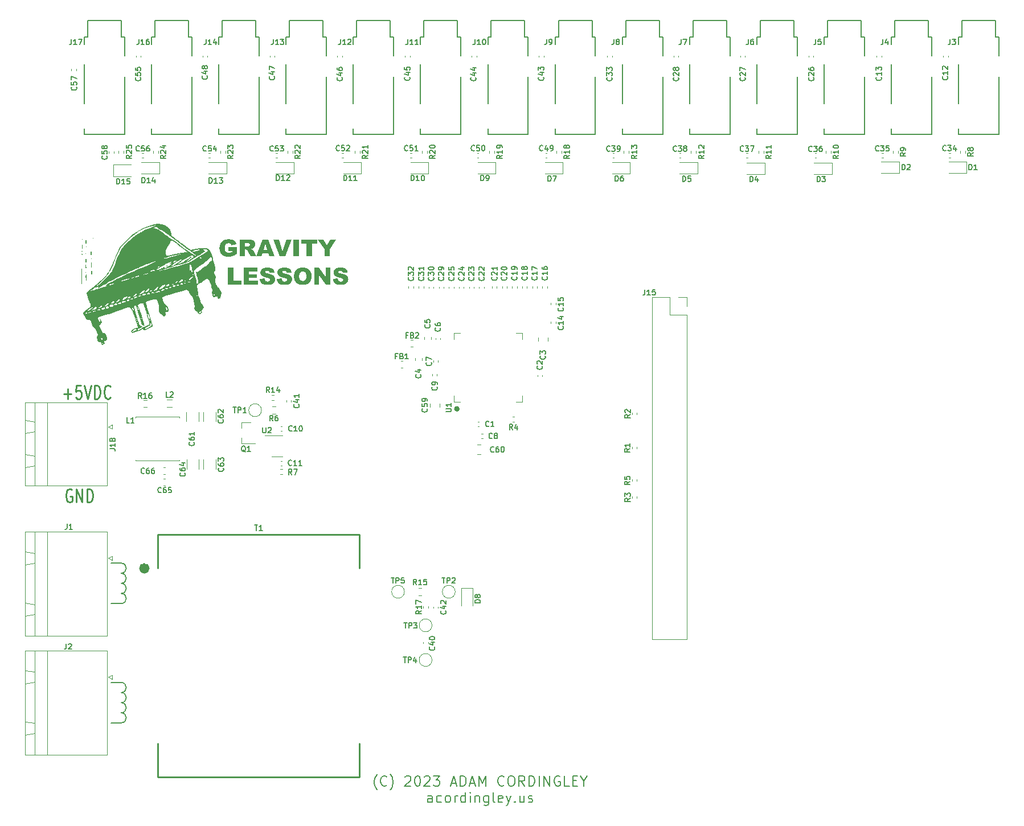
<source format=gto>
%TF.GenerationSoftware,KiCad,Pcbnew,7.0.1*%
%TF.CreationDate,2023-09-05T22:58:42-07:00*%
%TF.ProjectId,Power_Meter_RPi_Hat_HW,506f7765-725f-44d6-9574-65725f525069,rev?*%
%TF.SameCoordinates,PX686d660PY8f0d180*%
%TF.FileFunction,Legend,Top*%
%TF.FilePolarity,Positive*%
%FSLAX46Y46*%
G04 Gerber Fmt 4.6, Leading zero omitted, Abs format (unit mm)*
G04 Created by KiCad (PCBNEW 7.0.1) date 2023-09-05 22:58:42*
%MOMM*%
%LPD*%
G01*
G04 APERTURE LIST*
%ADD10C,0.200000*%
%ADD11C,0.150000*%
%ADD12C,0.250000*%
%ADD13C,0.300000*%
%ADD14C,0.120000*%
%ADD15C,0.800000*%
%ADD16C,0.400000*%
G04 APERTURE END LIST*
D10*
X47064286Y3042143D02*
X46992857Y3113572D01*
X46992857Y3113572D02*
X46850000Y3327858D01*
X46850000Y3327858D02*
X46778572Y3470715D01*
X46778572Y3470715D02*
X46707143Y3685000D01*
X46707143Y3685000D02*
X46635714Y4042143D01*
X46635714Y4042143D02*
X46635714Y4327858D01*
X46635714Y4327858D02*
X46707143Y4685000D01*
X46707143Y4685000D02*
X46778572Y4899286D01*
X46778572Y4899286D02*
X46850000Y5042143D01*
X46850000Y5042143D02*
X46992857Y5256429D01*
X46992857Y5256429D02*
X47064286Y5327858D01*
X48492857Y3756429D02*
X48421429Y3685000D01*
X48421429Y3685000D02*
X48207143Y3613572D01*
X48207143Y3613572D02*
X48064286Y3613572D01*
X48064286Y3613572D02*
X47850000Y3685000D01*
X47850000Y3685000D02*
X47707143Y3827858D01*
X47707143Y3827858D02*
X47635714Y3970715D01*
X47635714Y3970715D02*
X47564286Y4256429D01*
X47564286Y4256429D02*
X47564286Y4470715D01*
X47564286Y4470715D02*
X47635714Y4756429D01*
X47635714Y4756429D02*
X47707143Y4899286D01*
X47707143Y4899286D02*
X47850000Y5042143D01*
X47850000Y5042143D02*
X48064286Y5113572D01*
X48064286Y5113572D02*
X48207143Y5113572D01*
X48207143Y5113572D02*
X48421429Y5042143D01*
X48421429Y5042143D02*
X48492857Y4970715D01*
X48992857Y3042143D02*
X49064286Y3113572D01*
X49064286Y3113572D02*
X49207143Y3327858D01*
X49207143Y3327858D02*
X49278572Y3470715D01*
X49278572Y3470715D02*
X49350000Y3685000D01*
X49350000Y3685000D02*
X49421429Y4042143D01*
X49421429Y4042143D02*
X49421429Y4327858D01*
X49421429Y4327858D02*
X49350000Y4685000D01*
X49350000Y4685000D02*
X49278572Y4899286D01*
X49278572Y4899286D02*
X49207143Y5042143D01*
X49207143Y5042143D02*
X49064286Y5256429D01*
X49064286Y5256429D02*
X48992857Y5327858D01*
X51207143Y4970715D02*
X51278571Y5042143D01*
X51278571Y5042143D02*
X51421429Y5113572D01*
X51421429Y5113572D02*
X51778571Y5113572D01*
X51778571Y5113572D02*
X51921429Y5042143D01*
X51921429Y5042143D02*
X51992857Y4970715D01*
X51992857Y4970715D02*
X52064286Y4827858D01*
X52064286Y4827858D02*
X52064286Y4685000D01*
X52064286Y4685000D02*
X51992857Y4470715D01*
X51992857Y4470715D02*
X51135714Y3613572D01*
X51135714Y3613572D02*
X52064286Y3613572D01*
X52992857Y5113572D02*
X53135714Y5113572D01*
X53135714Y5113572D02*
X53278571Y5042143D01*
X53278571Y5042143D02*
X53350000Y4970715D01*
X53350000Y4970715D02*
X53421428Y4827858D01*
X53421428Y4827858D02*
X53492857Y4542143D01*
X53492857Y4542143D02*
X53492857Y4185000D01*
X53492857Y4185000D02*
X53421428Y3899286D01*
X53421428Y3899286D02*
X53350000Y3756429D01*
X53350000Y3756429D02*
X53278571Y3685000D01*
X53278571Y3685000D02*
X53135714Y3613572D01*
X53135714Y3613572D02*
X52992857Y3613572D01*
X52992857Y3613572D02*
X52850000Y3685000D01*
X52850000Y3685000D02*
X52778571Y3756429D01*
X52778571Y3756429D02*
X52707142Y3899286D01*
X52707142Y3899286D02*
X52635714Y4185000D01*
X52635714Y4185000D02*
X52635714Y4542143D01*
X52635714Y4542143D02*
X52707142Y4827858D01*
X52707142Y4827858D02*
X52778571Y4970715D01*
X52778571Y4970715D02*
X52850000Y5042143D01*
X52850000Y5042143D02*
X52992857Y5113572D01*
X54064285Y4970715D02*
X54135713Y5042143D01*
X54135713Y5042143D02*
X54278571Y5113572D01*
X54278571Y5113572D02*
X54635713Y5113572D01*
X54635713Y5113572D02*
X54778571Y5042143D01*
X54778571Y5042143D02*
X54849999Y4970715D01*
X54849999Y4970715D02*
X54921428Y4827858D01*
X54921428Y4827858D02*
X54921428Y4685000D01*
X54921428Y4685000D02*
X54849999Y4470715D01*
X54849999Y4470715D02*
X53992856Y3613572D01*
X53992856Y3613572D02*
X54921428Y3613572D01*
X55421427Y5113572D02*
X56349999Y5113572D01*
X56349999Y5113572D02*
X55849999Y4542143D01*
X55849999Y4542143D02*
X56064284Y4542143D01*
X56064284Y4542143D02*
X56207142Y4470715D01*
X56207142Y4470715D02*
X56278570Y4399286D01*
X56278570Y4399286D02*
X56349999Y4256429D01*
X56349999Y4256429D02*
X56349999Y3899286D01*
X56349999Y3899286D02*
X56278570Y3756429D01*
X56278570Y3756429D02*
X56207142Y3685000D01*
X56207142Y3685000D02*
X56064284Y3613572D01*
X56064284Y3613572D02*
X55635713Y3613572D01*
X55635713Y3613572D02*
X55492856Y3685000D01*
X55492856Y3685000D02*
X55421427Y3756429D01*
X58064284Y4042143D02*
X58778570Y4042143D01*
X57921427Y3613572D02*
X58421427Y5113572D01*
X58421427Y5113572D02*
X58921427Y3613572D01*
X59421426Y3613572D02*
X59421426Y5113572D01*
X59421426Y5113572D02*
X59778569Y5113572D01*
X59778569Y5113572D02*
X59992855Y5042143D01*
X59992855Y5042143D02*
X60135712Y4899286D01*
X60135712Y4899286D02*
X60207141Y4756429D01*
X60207141Y4756429D02*
X60278569Y4470715D01*
X60278569Y4470715D02*
X60278569Y4256429D01*
X60278569Y4256429D02*
X60207141Y3970715D01*
X60207141Y3970715D02*
X60135712Y3827858D01*
X60135712Y3827858D02*
X59992855Y3685000D01*
X59992855Y3685000D02*
X59778569Y3613572D01*
X59778569Y3613572D02*
X59421426Y3613572D01*
X60849998Y4042143D02*
X61564284Y4042143D01*
X60707141Y3613572D02*
X61207141Y5113572D01*
X61207141Y5113572D02*
X61707141Y3613572D01*
X62207140Y3613572D02*
X62207140Y5113572D01*
X62207140Y5113572D02*
X62707140Y4042143D01*
X62707140Y4042143D02*
X63207140Y5113572D01*
X63207140Y5113572D02*
X63207140Y3613572D01*
X65921426Y3756429D02*
X65849998Y3685000D01*
X65849998Y3685000D02*
X65635712Y3613572D01*
X65635712Y3613572D02*
X65492855Y3613572D01*
X65492855Y3613572D02*
X65278569Y3685000D01*
X65278569Y3685000D02*
X65135712Y3827858D01*
X65135712Y3827858D02*
X65064283Y3970715D01*
X65064283Y3970715D02*
X64992855Y4256429D01*
X64992855Y4256429D02*
X64992855Y4470715D01*
X64992855Y4470715D02*
X65064283Y4756429D01*
X65064283Y4756429D02*
X65135712Y4899286D01*
X65135712Y4899286D02*
X65278569Y5042143D01*
X65278569Y5042143D02*
X65492855Y5113572D01*
X65492855Y5113572D02*
X65635712Y5113572D01*
X65635712Y5113572D02*
X65849998Y5042143D01*
X65849998Y5042143D02*
X65921426Y4970715D01*
X66849998Y5113572D02*
X67135712Y5113572D01*
X67135712Y5113572D02*
X67278569Y5042143D01*
X67278569Y5042143D02*
X67421426Y4899286D01*
X67421426Y4899286D02*
X67492855Y4613572D01*
X67492855Y4613572D02*
X67492855Y4113572D01*
X67492855Y4113572D02*
X67421426Y3827858D01*
X67421426Y3827858D02*
X67278569Y3685000D01*
X67278569Y3685000D02*
X67135712Y3613572D01*
X67135712Y3613572D02*
X66849998Y3613572D01*
X66849998Y3613572D02*
X66707141Y3685000D01*
X66707141Y3685000D02*
X66564283Y3827858D01*
X66564283Y3827858D02*
X66492855Y4113572D01*
X66492855Y4113572D02*
X66492855Y4613572D01*
X66492855Y4613572D02*
X66564283Y4899286D01*
X66564283Y4899286D02*
X66707141Y5042143D01*
X66707141Y5042143D02*
X66849998Y5113572D01*
X68992855Y3613572D02*
X68492855Y4327858D01*
X68135712Y3613572D02*
X68135712Y5113572D01*
X68135712Y5113572D02*
X68707141Y5113572D01*
X68707141Y5113572D02*
X68849998Y5042143D01*
X68849998Y5042143D02*
X68921427Y4970715D01*
X68921427Y4970715D02*
X68992855Y4827858D01*
X68992855Y4827858D02*
X68992855Y4613572D01*
X68992855Y4613572D02*
X68921427Y4470715D01*
X68921427Y4470715D02*
X68849998Y4399286D01*
X68849998Y4399286D02*
X68707141Y4327858D01*
X68707141Y4327858D02*
X68135712Y4327858D01*
X69635712Y3613572D02*
X69635712Y5113572D01*
X69635712Y5113572D02*
X69992855Y5113572D01*
X69992855Y5113572D02*
X70207141Y5042143D01*
X70207141Y5042143D02*
X70349998Y4899286D01*
X70349998Y4899286D02*
X70421427Y4756429D01*
X70421427Y4756429D02*
X70492855Y4470715D01*
X70492855Y4470715D02*
X70492855Y4256429D01*
X70492855Y4256429D02*
X70421427Y3970715D01*
X70421427Y3970715D02*
X70349998Y3827858D01*
X70349998Y3827858D02*
X70207141Y3685000D01*
X70207141Y3685000D02*
X69992855Y3613572D01*
X69992855Y3613572D02*
X69635712Y3613572D01*
X71135712Y3613572D02*
X71135712Y5113572D01*
X71849998Y3613572D02*
X71849998Y5113572D01*
X71849998Y5113572D02*
X72707141Y3613572D01*
X72707141Y3613572D02*
X72707141Y5113572D01*
X74207142Y5042143D02*
X74064285Y5113572D01*
X74064285Y5113572D02*
X73849999Y5113572D01*
X73849999Y5113572D02*
X73635713Y5042143D01*
X73635713Y5042143D02*
X73492856Y4899286D01*
X73492856Y4899286D02*
X73421427Y4756429D01*
X73421427Y4756429D02*
X73349999Y4470715D01*
X73349999Y4470715D02*
X73349999Y4256429D01*
X73349999Y4256429D02*
X73421427Y3970715D01*
X73421427Y3970715D02*
X73492856Y3827858D01*
X73492856Y3827858D02*
X73635713Y3685000D01*
X73635713Y3685000D02*
X73849999Y3613572D01*
X73849999Y3613572D02*
X73992856Y3613572D01*
X73992856Y3613572D02*
X74207142Y3685000D01*
X74207142Y3685000D02*
X74278570Y3756429D01*
X74278570Y3756429D02*
X74278570Y4256429D01*
X74278570Y4256429D02*
X73992856Y4256429D01*
X75635713Y3613572D02*
X74921427Y3613572D01*
X74921427Y3613572D02*
X74921427Y5113572D01*
X76135713Y4399286D02*
X76635713Y4399286D01*
X76849999Y3613572D02*
X76135713Y3613572D01*
X76135713Y3613572D02*
X76135713Y5113572D01*
X76135713Y5113572D02*
X76849999Y5113572D01*
X77778571Y4327858D02*
X77778571Y3613572D01*
X77278571Y5113572D02*
X77778571Y4327858D01*
X77778571Y4327858D02*
X78278571Y5113572D01*
X55242857Y1183572D02*
X55242857Y1969286D01*
X55242857Y1969286D02*
X55171428Y2112143D01*
X55171428Y2112143D02*
X55028571Y2183572D01*
X55028571Y2183572D02*
X54742857Y2183572D01*
X54742857Y2183572D02*
X54599999Y2112143D01*
X55242857Y1255000D02*
X55099999Y1183572D01*
X55099999Y1183572D02*
X54742857Y1183572D01*
X54742857Y1183572D02*
X54599999Y1255000D01*
X54599999Y1255000D02*
X54528571Y1397858D01*
X54528571Y1397858D02*
X54528571Y1540715D01*
X54528571Y1540715D02*
X54599999Y1683572D01*
X54599999Y1683572D02*
X54742857Y1755000D01*
X54742857Y1755000D02*
X55099999Y1755000D01*
X55099999Y1755000D02*
X55242857Y1826429D01*
X56600000Y1255000D02*
X56457142Y1183572D01*
X56457142Y1183572D02*
X56171428Y1183572D01*
X56171428Y1183572D02*
X56028571Y1255000D01*
X56028571Y1255000D02*
X55957142Y1326429D01*
X55957142Y1326429D02*
X55885714Y1469286D01*
X55885714Y1469286D02*
X55885714Y1897858D01*
X55885714Y1897858D02*
X55957142Y2040715D01*
X55957142Y2040715D02*
X56028571Y2112143D01*
X56028571Y2112143D02*
X56171428Y2183572D01*
X56171428Y2183572D02*
X56457142Y2183572D01*
X56457142Y2183572D02*
X56600000Y2112143D01*
X57457142Y1183572D02*
X57314285Y1255000D01*
X57314285Y1255000D02*
X57242856Y1326429D01*
X57242856Y1326429D02*
X57171428Y1469286D01*
X57171428Y1469286D02*
X57171428Y1897858D01*
X57171428Y1897858D02*
X57242856Y2040715D01*
X57242856Y2040715D02*
X57314285Y2112143D01*
X57314285Y2112143D02*
X57457142Y2183572D01*
X57457142Y2183572D02*
X57671428Y2183572D01*
X57671428Y2183572D02*
X57814285Y2112143D01*
X57814285Y2112143D02*
X57885714Y2040715D01*
X57885714Y2040715D02*
X57957142Y1897858D01*
X57957142Y1897858D02*
X57957142Y1469286D01*
X57957142Y1469286D02*
X57885714Y1326429D01*
X57885714Y1326429D02*
X57814285Y1255000D01*
X57814285Y1255000D02*
X57671428Y1183572D01*
X57671428Y1183572D02*
X57457142Y1183572D01*
X58599999Y1183572D02*
X58599999Y2183572D01*
X58599999Y1897858D02*
X58671428Y2040715D01*
X58671428Y2040715D02*
X58742857Y2112143D01*
X58742857Y2112143D02*
X58885714Y2183572D01*
X58885714Y2183572D02*
X59028571Y2183572D01*
X60171428Y1183572D02*
X60171428Y2683572D01*
X60171428Y1255000D02*
X60028570Y1183572D01*
X60028570Y1183572D02*
X59742856Y1183572D01*
X59742856Y1183572D02*
X59599999Y1255000D01*
X59599999Y1255000D02*
X59528570Y1326429D01*
X59528570Y1326429D02*
X59457142Y1469286D01*
X59457142Y1469286D02*
X59457142Y1897858D01*
X59457142Y1897858D02*
X59528570Y2040715D01*
X59528570Y2040715D02*
X59599999Y2112143D01*
X59599999Y2112143D02*
X59742856Y2183572D01*
X59742856Y2183572D02*
X60028570Y2183572D01*
X60028570Y2183572D02*
X60171428Y2112143D01*
X60885713Y1183572D02*
X60885713Y2183572D01*
X60885713Y2683572D02*
X60814285Y2612143D01*
X60814285Y2612143D02*
X60885713Y2540715D01*
X60885713Y2540715D02*
X60957142Y2612143D01*
X60957142Y2612143D02*
X60885713Y2683572D01*
X60885713Y2683572D02*
X60885713Y2540715D01*
X61599999Y2183572D02*
X61599999Y1183572D01*
X61599999Y2040715D02*
X61671428Y2112143D01*
X61671428Y2112143D02*
X61814285Y2183572D01*
X61814285Y2183572D02*
X62028571Y2183572D01*
X62028571Y2183572D02*
X62171428Y2112143D01*
X62171428Y2112143D02*
X62242857Y1969286D01*
X62242857Y1969286D02*
X62242857Y1183572D01*
X63600000Y2183572D02*
X63600000Y969286D01*
X63600000Y969286D02*
X63528571Y826429D01*
X63528571Y826429D02*
X63457142Y755000D01*
X63457142Y755000D02*
X63314285Y683572D01*
X63314285Y683572D02*
X63100000Y683572D01*
X63100000Y683572D02*
X62957142Y755000D01*
X63600000Y1255000D02*
X63457142Y1183572D01*
X63457142Y1183572D02*
X63171428Y1183572D01*
X63171428Y1183572D02*
X63028571Y1255000D01*
X63028571Y1255000D02*
X62957142Y1326429D01*
X62957142Y1326429D02*
X62885714Y1469286D01*
X62885714Y1469286D02*
X62885714Y1897858D01*
X62885714Y1897858D02*
X62957142Y2040715D01*
X62957142Y2040715D02*
X63028571Y2112143D01*
X63028571Y2112143D02*
X63171428Y2183572D01*
X63171428Y2183572D02*
X63457142Y2183572D01*
X63457142Y2183572D02*
X63600000Y2112143D01*
X64528571Y1183572D02*
X64385714Y1255000D01*
X64385714Y1255000D02*
X64314285Y1397858D01*
X64314285Y1397858D02*
X64314285Y2683572D01*
X65671428Y1255000D02*
X65528571Y1183572D01*
X65528571Y1183572D02*
X65242857Y1183572D01*
X65242857Y1183572D02*
X65099999Y1255000D01*
X65099999Y1255000D02*
X65028571Y1397858D01*
X65028571Y1397858D02*
X65028571Y1969286D01*
X65028571Y1969286D02*
X65099999Y2112143D01*
X65099999Y2112143D02*
X65242857Y2183572D01*
X65242857Y2183572D02*
X65528571Y2183572D01*
X65528571Y2183572D02*
X65671428Y2112143D01*
X65671428Y2112143D02*
X65742857Y1969286D01*
X65742857Y1969286D02*
X65742857Y1826429D01*
X65742857Y1826429D02*
X65028571Y1683572D01*
X66242856Y2183572D02*
X66599999Y1183572D01*
X66957142Y2183572D02*
X66599999Y1183572D01*
X66599999Y1183572D02*
X66457142Y826429D01*
X66457142Y826429D02*
X66385713Y755000D01*
X66385713Y755000D02*
X66242856Y683572D01*
X67528570Y1326429D02*
X67599999Y1255000D01*
X67599999Y1255000D02*
X67528570Y1183572D01*
X67528570Y1183572D02*
X67457142Y1255000D01*
X67457142Y1255000D02*
X67528570Y1326429D01*
X67528570Y1326429D02*
X67528570Y1183572D01*
X68885714Y2183572D02*
X68885714Y1183572D01*
X68242856Y2183572D02*
X68242856Y1397858D01*
X68242856Y1397858D02*
X68314285Y1255000D01*
X68314285Y1255000D02*
X68457142Y1183572D01*
X68457142Y1183572D02*
X68671428Y1183572D01*
X68671428Y1183572D02*
X68814285Y1255000D01*
X68814285Y1255000D02*
X68885714Y1326429D01*
X69528571Y1255000D02*
X69671428Y1183572D01*
X69671428Y1183572D02*
X69957142Y1183572D01*
X69957142Y1183572D02*
X70099999Y1255000D01*
X70099999Y1255000D02*
X70171428Y1397858D01*
X70171428Y1397858D02*
X70171428Y1469286D01*
X70171428Y1469286D02*
X70099999Y1612143D01*
X70099999Y1612143D02*
X69957142Y1683572D01*
X69957142Y1683572D02*
X69742857Y1683572D01*
X69742857Y1683572D02*
X69599999Y1755000D01*
X69599999Y1755000D02*
X69528571Y1897858D01*
X69528571Y1897858D02*
X69528571Y1969286D01*
X69528571Y1969286D02*
X69599999Y2112143D01*
X69599999Y2112143D02*
X69742857Y2183572D01*
X69742857Y2183572D02*
X69957142Y2183572D01*
X69957142Y2183572D02*
X70099999Y2112143D01*
D11*
X3750000Y81600000D02*
X3750000Y82000000D01*
X4550000Y82650000D02*
X4550000Y83050000D01*
X4600000Y79800000D02*
X4600000Y80200000D01*
X3800000Y84350000D02*
X3800000Y84750000D01*
G36*
X24973464Y83195656D02*
G01*
X24973464Y83781839D01*
X26175139Y83781839D01*
X26175139Y82767010D01*
X26153655Y82751520D01*
X26132325Y82736342D01*
X26111151Y82721476D01*
X26090131Y82706923D01*
X26069267Y82692682D01*
X26048557Y82678754D01*
X26028003Y82665138D01*
X25987359Y82638844D01*
X25947336Y82613799D01*
X25907933Y82590005D01*
X25869150Y82567460D01*
X25830987Y82546165D01*
X25793444Y82526120D01*
X25756521Y82507325D01*
X25720219Y82489779D01*
X25684537Y82473484D01*
X25649474Y82458438D01*
X25615032Y82444642D01*
X25581210Y82432096D01*
X25564532Y82426291D01*
X25531018Y82415348D01*
X25496726Y82405111D01*
X25461657Y82395580D01*
X25425810Y82386755D01*
X25389185Y82378636D01*
X25351783Y82371222D01*
X25313603Y82364515D01*
X25274646Y82358514D01*
X25234911Y82353219D01*
X25194399Y82348630D01*
X25153109Y82344747D01*
X25111042Y82341570D01*
X25068197Y82339099D01*
X25024574Y82337334D01*
X24980174Y82336275D01*
X24934996Y82335922D01*
X24907146Y82336070D01*
X24879619Y82336513D01*
X24852416Y82337253D01*
X24825535Y82338288D01*
X24798978Y82339619D01*
X24772744Y82341245D01*
X24746833Y82343168D01*
X24721245Y82345386D01*
X24695981Y82347900D01*
X24671040Y82350710D01*
X24646422Y82353815D01*
X24622127Y82357217D01*
X24574506Y82364906D01*
X24528179Y82373779D01*
X24483144Y82383835D01*
X24439402Y82395074D01*
X24396953Y82407496D01*
X24355797Y82421101D01*
X24315933Y82435889D01*
X24277363Y82451861D01*
X24240085Y82469015D01*
X24204099Y82487352D01*
X24169330Y82506858D01*
X24135549Y82527519D01*
X24102755Y82549334D01*
X24070949Y82572303D01*
X24040130Y82596427D01*
X24010298Y82621705D01*
X23981454Y82648137D01*
X23953598Y82675725D01*
X23926729Y82704466D01*
X23900847Y82734362D01*
X23875953Y82765412D01*
X23852046Y82797617D01*
X23829127Y82830976D01*
X23807195Y82865490D01*
X23786251Y82901158D01*
X23766294Y82937980D01*
X23747513Y82975800D01*
X23729944Y83014306D01*
X23713586Y83053499D01*
X23698440Y83093380D01*
X23684506Y83133947D01*
X23671783Y83175201D01*
X23660273Y83217142D01*
X23649973Y83259770D01*
X23640886Y83303085D01*
X23633010Y83347087D01*
X23626346Y83391776D01*
X23620893Y83437152D01*
X23616652Y83483214D01*
X23613623Y83529964D01*
X23611806Y83577400D01*
X23611200Y83625524D01*
X23611366Y83650951D01*
X23611863Y83676168D01*
X23612692Y83701178D01*
X23613852Y83725978D01*
X23615344Y83750570D01*
X23617168Y83774953D01*
X23621809Y83823093D01*
X23627777Y83870399D01*
X23635071Y83916869D01*
X23643691Y83962505D01*
X23653637Y84007306D01*
X23664909Y84051272D01*
X23677508Y84094403D01*
X23691433Y84136700D01*
X23706683Y84178161D01*
X23723260Y84218788D01*
X23741164Y84258580D01*
X23760393Y84297538D01*
X23780949Y84335660D01*
X23802859Y84372871D01*
X23826000Y84408942D01*
X23850372Y84443873D01*
X23875974Y84477664D01*
X23902808Y84510315D01*
X23930872Y84541826D01*
X23960167Y84572196D01*
X23990692Y84601427D01*
X24022448Y84629517D01*
X24055436Y84656467D01*
X24089653Y84682277D01*
X24125102Y84706947D01*
X24161781Y84730477D01*
X24199691Y84752867D01*
X24238832Y84774116D01*
X24279204Y84794226D01*
X24311876Y84808866D01*
X24345932Y84822562D01*
X24381371Y84835313D01*
X24418193Y84847120D01*
X24456399Y84857982D01*
X24495989Y84867899D01*
X24536961Y84876873D01*
X24579317Y84884901D01*
X24623057Y84891985D01*
X24668180Y84898125D01*
X24714686Y84903319D01*
X24762576Y84907570D01*
X24787039Y84909341D01*
X24811849Y84910876D01*
X24837004Y84912174D01*
X24862505Y84913237D01*
X24888353Y84914064D01*
X24914545Y84914654D01*
X24941084Y84915008D01*
X24967969Y84915126D01*
X24993829Y84915050D01*
X25019279Y84914821D01*
X25044319Y84914439D01*
X25068948Y84913905D01*
X25116976Y84912378D01*
X25163363Y84910241D01*
X25208109Y84907494D01*
X25251214Y84904135D01*
X25292678Y84900166D01*
X25332501Y84895587D01*
X25370683Y84890397D01*
X25407224Y84884596D01*
X25442124Y84878184D01*
X25475383Y84871162D01*
X25507001Y84863530D01*
X25536978Y84855287D01*
X25565314Y84846433D01*
X25592009Y84836968D01*
X25617607Y84826936D01*
X25642651Y84816227D01*
X25667143Y84804840D01*
X25691080Y84792776D01*
X25714465Y84780034D01*
X25737296Y84766615D01*
X25759573Y84752519D01*
X25781297Y84737745D01*
X25802468Y84722294D01*
X25823086Y84706165D01*
X25843150Y84689359D01*
X25862661Y84671875D01*
X25881618Y84653715D01*
X25900022Y84634877D01*
X25917873Y84615361D01*
X25935170Y84595168D01*
X25952003Y84574369D01*
X25968305Y84552883D01*
X25984079Y84530711D01*
X25999322Y84507851D01*
X26014037Y84484305D01*
X26028221Y84460071D01*
X26041876Y84435151D01*
X26055002Y84409543D01*
X26067598Y84383249D01*
X26079665Y84356268D01*
X26091202Y84328600D01*
X26102210Y84300245D01*
X26112688Y84271203D01*
X26122636Y84241474D01*
X26132055Y84211058D01*
X26140945Y84179955D01*
X25390509Y84055391D01*
X25381239Y84079688D01*
X25370831Y84102890D01*
X25359286Y84124997D01*
X25346602Y84146009D01*
X25327922Y84172323D01*
X25307218Y84196690D01*
X25284492Y84219110D01*
X25259744Y84239585D01*
X25232972Y84258113D01*
X25211713Y84270771D01*
X25189381Y84282184D01*
X25165975Y84292352D01*
X25141496Y84301275D01*
X25115943Y84308953D01*
X25089317Y84315386D01*
X25061618Y84320574D01*
X25032846Y84324516D01*
X25003000Y84327214D01*
X24972081Y84328667D01*
X24950872Y84328943D01*
X24919297Y84328292D01*
X24888533Y84326339D01*
X24858579Y84323083D01*
X24829437Y84318525D01*
X24801106Y84312664D01*
X24773586Y84305502D01*
X24746877Y84297037D01*
X24720978Y84287269D01*
X24695891Y84276200D01*
X24671614Y84263828D01*
X24648149Y84250153D01*
X24625495Y84235177D01*
X24603651Y84218898D01*
X24582618Y84201317D01*
X24562397Y84182433D01*
X24542986Y84162248D01*
X24524575Y84140652D01*
X24507352Y84117540D01*
X24491316Y84092910D01*
X24476468Y84066764D01*
X24462808Y84039100D01*
X24450336Y84009920D01*
X24439052Y83979223D01*
X24428955Y83947009D01*
X24420047Y83913277D01*
X24412326Y83878029D01*
X24405793Y83841264D01*
X24400448Y83802982D01*
X24396290Y83763182D01*
X24393321Y83721866D01*
X24391539Y83679033D01*
X24390945Y83634683D01*
X24391546Y83587533D01*
X24393349Y83542100D01*
X24396355Y83498384D01*
X24400562Y83456386D01*
X24405972Y83416105D01*
X24412583Y83377541D01*
X24420397Y83340695D01*
X24429413Y83305566D01*
X24439631Y83272154D01*
X24451052Y83240460D01*
X24463674Y83210483D01*
X24477499Y83182223D01*
X24492525Y83155681D01*
X24508754Y83130856D01*
X24526185Y83107748D01*
X24544818Y83086358D01*
X24564524Y83066468D01*
X24585175Y83047861D01*
X24606771Y83030537D01*
X24629311Y83014497D01*
X24652795Y82999740D01*
X24677224Y82986266D01*
X24702598Y82974075D01*
X24728916Y82963168D01*
X24756179Y82953544D01*
X24784386Y82945203D01*
X24813538Y82938145D01*
X24843634Y82932370D01*
X24874675Y82927879D01*
X24906660Y82924671D01*
X24939590Y82922746D01*
X24973464Y82922104D01*
X25005798Y82922505D01*
X25037769Y82923707D01*
X25069377Y82925711D01*
X25100623Y82928516D01*
X25131507Y82932122D01*
X25162027Y82936530D01*
X25192186Y82941739D01*
X25221981Y82947750D01*
X25252273Y82954724D01*
X25283615Y82962824D01*
X25307809Y82969638D01*
X25332594Y82977085D01*
X25357970Y82985166D01*
X25383935Y82993879D01*
X25410491Y83003226D01*
X25437638Y83013207D01*
X25465374Y83023820D01*
X25493702Y83035067D01*
X25493702Y83195656D01*
X24973464Y83195656D01*
G37*
G36*
X27972635Y84875806D02*
G01*
X28015747Y84875084D01*
X28057529Y84873879D01*
X28097979Y84872193D01*
X28137098Y84870025D01*
X28174887Y84867375D01*
X28211344Y84864243D01*
X28246471Y84860629D01*
X28280267Y84856534D01*
X28312731Y84851957D01*
X28343865Y84846898D01*
X28373668Y84841357D01*
X28402140Y84835335D01*
X28429281Y84828830D01*
X28455091Y84821844D01*
X28479570Y84814376D01*
X28503095Y84806331D01*
X28526043Y84797460D01*
X28559383Y84782607D01*
X28591424Y84765897D01*
X28622166Y84747330D01*
X28651609Y84726906D01*
X28679753Y84704626D01*
X28706599Y84680488D01*
X28732146Y84654494D01*
X28748456Y84636133D01*
X28764189Y84616947D01*
X28779344Y84596935D01*
X28786706Y84586619D01*
X28800902Y84565575D01*
X28814183Y84543963D01*
X28826548Y84521783D01*
X28837997Y84499036D01*
X28848530Y84475720D01*
X28858147Y84451838D01*
X28866848Y84427387D01*
X28874633Y84402369D01*
X28881502Y84376783D01*
X28887456Y84350629D01*
X28892493Y84323908D01*
X28896615Y84296619D01*
X28899821Y84268763D01*
X28902110Y84240338D01*
X28903484Y84211347D01*
X28903942Y84181787D01*
X28903592Y84155984D01*
X28902540Y84130630D01*
X28900787Y84105723D01*
X28898332Y84081266D01*
X28893336Y84045420D01*
X28886762Y84010583D01*
X28878610Y83976755D01*
X28868880Y83943936D01*
X28857573Y83912126D01*
X28844687Y83881325D01*
X28830224Y83851533D01*
X28814183Y83822750D01*
X28796877Y83794970D01*
X28778391Y83768189D01*
X28758724Y83742406D01*
X28737876Y83717621D01*
X28715848Y83693834D01*
X28692639Y83671045D01*
X28668249Y83649255D01*
X28642679Y83628462D01*
X28615928Y83608668D01*
X28587996Y83589873D01*
X28568719Y83577897D01*
X28542682Y83563261D01*
X28514337Y83549274D01*
X28491562Y83539210D01*
X28467489Y83529511D01*
X28442118Y83520176D01*
X28415447Y83511207D01*
X28387478Y83502602D01*
X28358210Y83494363D01*
X28327643Y83486488D01*
X28295778Y83478978D01*
X28321216Y83470168D01*
X28345323Y83461368D01*
X28375395Y83449652D01*
X28403101Y83437955D01*
X28428442Y83426278D01*
X28451416Y83414619D01*
X28476806Y83400072D01*
X28498499Y83385555D01*
X28519040Y83368275D01*
X28539576Y83348067D01*
X28558756Y83327424D01*
X28575452Y83308418D01*
X28593351Y83287200D01*
X28612451Y83263768D01*
X28622452Y83251222D01*
X28642059Y83226454D01*
X28659967Y83203136D01*
X28676176Y83181269D01*
X28690688Y83160852D01*
X28706439Y83137370D01*
X28719537Y83116154D01*
X28731751Y83093685D01*
X29107885Y82375000D01*
X28228611Y82375000D01*
X27813398Y83140091D01*
X27798670Y83167000D01*
X27784253Y83192083D01*
X27770148Y83215343D01*
X27756354Y83236777D01*
X27738446Y83262518D01*
X27721091Y83285015D01*
X27704290Y83304268D01*
X27684067Y83323773D01*
X27672348Y83333043D01*
X27650938Y83346639D01*
X27628842Y83358421D01*
X27606059Y83368391D01*
X27582588Y83376549D01*
X27558431Y83382893D01*
X27533587Y83387425D01*
X27508056Y83390144D01*
X27481838Y83391051D01*
X27412840Y83391051D01*
X27412840Y82375000D01*
X26631873Y82375000D01*
X26631873Y84368022D01*
X27412840Y84368022D01*
X27412840Y83859997D01*
X27740736Y83859997D01*
X27768977Y83861633D01*
X27794946Y83864806D01*
X27819199Y83868546D01*
X27846542Y83873354D01*
X27876977Y83879231D01*
X27901832Y83884340D01*
X27928426Y83890050D01*
X27947121Y83894191D01*
X27975192Y83901590D01*
X28001246Y83912337D01*
X28025281Y83926434D01*
X28047299Y83943879D01*
X28067298Y83964673D01*
X28073517Y83972349D01*
X28087589Y83992641D01*
X28101328Y84018172D01*
X28111632Y84044991D01*
X28118501Y84073098D01*
X28121602Y84097504D01*
X28122365Y84117673D01*
X28121153Y84147021D01*
X28117518Y84174612D01*
X28111460Y84200449D01*
X28102978Y84224529D01*
X28092073Y84246855D01*
X28078745Y84267425D01*
X28062993Y84286239D01*
X28044818Y84303298D01*
X28023456Y84318468D01*
X27997839Y84331615D01*
X27967967Y84342739D01*
X27942771Y84349755D01*
X27915181Y84355633D01*
X27885197Y84360374D01*
X27852820Y84363977D01*
X27818050Y84366442D01*
X27793540Y84367453D01*
X27767966Y84367959D01*
X27754780Y84368022D01*
X27412840Y84368022D01*
X26631873Y84368022D01*
X26631873Y84876047D01*
X27928192Y84876047D01*
X27972635Y84875806D01*
G37*
G36*
X31828750Y82375000D02*
G01*
X31014811Y82375000D01*
X30891468Y82804868D01*
X30005478Y82804868D01*
X29883356Y82375000D01*
X29088346Y82375000D01*
X29457811Y83351972D01*
X30173394Y83351972D01*
X30728436Y83351972D01*
X30450000Y84237352D01*
X30173394Y83351972D01*
X29457811Y83351972D01*
X30034176Y84876047D01*
X30882920Y84876047D01*
X31828750Y82375000D01*
G37*
G36*
X31621144Y84876047D02*
G01*
X32435083Y84876047D01*
X33001727Y83075977D01*
X33559822Y84876047D01*
X34349947Y84876047D01*
X33415718Y82375000D01*
X32572470Y82375000D01*
X31621144Y84876047D01*
G37*
G36*
X34622278Y84876047D02*
G01*
X35401413Y84876047D01*
X35401413Y82375000D01*
X34622278Y82375000D01*
X34622278Y84876047D01*
G37*
G36*
X35774494Y84876047D02*
G01*
X38139375Y84876047D01*
X38139375Y84289864D01*
X37346196Y84289864D01*
X37346196Y82375000D01*
X36568283Y82375000D01*
X36568283Y84289864D01*
X35774494Y84289864D01*
X35774494Y84876047D01*
G37*
G36*
X38223028Y84876047D02*
G01*
X39086427Y84876047D01*
X39595062Y84047453D01*
X40103087Y84876047D01*
X40962212Y84876047D01*
X39982798Y83422802D01*
X39982798Y82375000D01*
X39203663Y82375000D01*
X39203663Y83422802D01*
X38223028Y84876047D01*
G37*
G36*
X24875157Y80676047D02*
G01*
X25653070Y80676047D01*
X25653070Y78800262D01*
X26866957Y78800262D01*
X26866957Y78175000D01*
X24875157Y78175000D01*
X24875157Y80676047D01*
G37*
G36*
X27205844Y80676047D02*
G01*
X29290457Y80676047D01*
X29290457Y80089864D01*
X27985589Y80089864D01*
X27985589Y79738155D01*
X29196423Y79738155D01*
X29196423Y79230130D01*
X27985589Y79230130D01*
X27985589Y78761183D01*
X29328314Y78761183D01*
X29328314Y78175000D01*
X27205844Y78175000D01*
X27205844Y80676047D01*
G37*
G36*
X29597592Y79025576D02*
G01*
X30337648Y79073814D01*
X30342553Y79039559D01*
X30348338Y79006860D01*
X30355004Y78975717D01*
X30362549Y78946131D01*
X30370975Y78918100D01*
X30380281Y78891627D01*
X30390466Y78866709D01*
X30401533Y78843348D01*
X30413479Y78821543D01*
X30430776Y78794891D01*
X30435345Y78788661D01*
X30450784Y78769510D01*
X30475455Y78743101D01*
X30501939Y78719471D01*
X30530238Y78698622D01*
X30560350Y78680552D01*
X30592276Y78665263D01*
X30626017Y78652753D01*
X30649518Y78645957D01*
X30673825Y78640398D01*
X30698939Y78636073D01*
X30724859Y78632984D01*
X30751585Y78631131D01*
X30779117Y78630513D01*
X30809696Y78631190D01*
X30838923Y78633218D01*
X30866797Y78636599D01*
X30893319Y78641333D01*
X30918489Y78647418D01*
X30942306Y78654857D01*
X30971959Y78666878D01*
X30999207Y78681304D01*
X31024051Y78698133D01*
X31035572Y78707450D01*
X31056752Y78727075D01*
X31075109Y78747483D01*
X31090641Y78768673D01*
X31103349Y78790645D01*
X31113233Y78813400D01*
X31120293Y78836937D01*
X31124530Y78861256D01*
X31125942Y78886358D01*
X31123840Y78916000D01*
X31117534Y78944628D01*
X31107024Y78972242D01*
X31092310Y78998843D01*
X31077513Y79019394D01*
X31060025Y79039296D01*
X31039846Y79058549D01*
X31014926Y79077497D01*
X30991577Y79091533D01*
X30964236Y79105418D01*
X30932901Y79119153D01*
X30909794Y79128226D01*
X30884912Y79137233D01*
X30858255Y79146172D01*
X30829823Y79155045D01*
X30799617Y79163851D01*
X30767637Y79172591D01*
X30733882Y79181263D01*
X30698352Y79189869D01*
X30661048Y79198408D01*
X30641730Y79202652D01*
X30610036Y79209786D01*
X30578914Y79217068D01*
X30548364Y79224498D01*
X30518387Y79232076D01*
X30488983Y79239802D01*
X30460151Y79247675D01*
X30431891Y79255696D01*
X30404204Y79263866D01*
X30377089Y79272183D01*
X30350547Y79280648D01*
X30324577Y79289261D01*
X30299180Y79298021D01*
X30274355Y79306930D01*
X30250102Y79315987D01*
X30226422Y79325191D01*
X30203314Y79334543D01*
X30180779Y79344044D01*
X30137426Y79363488D01*
X30096363Y79383523D01*
X30057589Y79404150D01*
X30021105Y79425369D01*
X29986911Y79447179D01*
X29955007Y79469581D01*
X29925393Y79492574D01*
X29911444Y79504292D01*
X29884825Y79528282D01*
X29859924Y79553084D01*
X29836740Y79578696D01*
X29815273Y79605119D01*
X29795524Y79632353D01*
X29777492Y79660398D01*
X29761177Y79689254D01*
X29746580Y79718921D01*
X29733700Y79749398D01*
X29722537Y79780687D01*
X29713092Y79812787D01*
X29705364Y79845698D01*
X29699353Y79879420D01*
X29695060Y79913952D01*
X29692484Y79949296D01*
X29691625Y79985451D01*
X29692613Y80021327D01*
X29695575Y80056827D01*
X29700513Y80091952D01*
X29707425Y80126701D01*
X29716312Y80161075D01*
X29727174Y80195073D01*
X29740011Y80228695D01*
X29754823Y80261941D01*
X29765795Y80283897D01*
X29777645Y80305685D01*
X29790372Y80327307D01*
X29803977Y80348762D01*
X29818465Y80369847D01*
X29833840Y80390359D01*
X29850102Y80410300D01*
X29867251Y80429667D01*
X29885288Y80448463D01*
X29904212Y80466685D01*
X29924023Y80484336D01*
X29944722Y80501414D01*
X29966308Y80517919D01*
X29988781Y80533852D01*
X30012142Y80549213D01*
X30036390Y80564001D01*
X30061525Y80578217D01*
X30087547Y80591860D01*
X30114457Y80604931D01*
X30142254Y80617429D01*
X30171148Y80629259D01*
X30201349Y80640327D01*
X30232857Y80650631D01*
X30265672Y80660171D01*
X30299795Y80668949D01*
X30335224Y80676963D01*
X30371961Y80684214D01*
X30410005Y80690702D01*
X30449356Y80696426D01*
X30490013Y80701387D01*
X30531978Y80705585D01*
X30575250Y80709020D01*
X30619829Y80711691D01*
X30665716Y80713600D01*
X30712909Y80714744D01*
X30761409Y80715126D01*
X30791371Y80714953D01*
X30820884Y80714434D01*
X30849947Y80713570D01*
X30878560Y80712359D01*
X30906723Y80710803D01*
X30934438Y80708901D01*
X30961702Y80706653D01*
X30988517Y80704059D01*
X31014882Y80701119D01*
X31040798Y80697834D01*
X31066264Y80694202D01*
X31091280Y80690225D01*
X31115847Y80685902D01*
X31139964Y80681233D01*
X31186850Y80670857D01*
X31231937Y80659098D01*
X31275225Y80645956D01*
X31316716Y80631430D01*
X31356408Y80615521D01*
X31394301Y80598228D01*
X31430396Y80579552D01*
X31464693Y80559493D01*
X31497191Y80538050D01*
X31528065Y80515100D01*
X31557336Y80490518D01*
X31585004Y80464305D01*
X31611069Y80436460D01*
X31635531Y80406984D01*
X31658391Y80375877D01*
X31679648Y80343138D01*
X31699302Y80308767D01*
X31717353Y80272765D01*
X31733801Y80235132D01*
X31748646Y80195867D01*
X31761889Y80154970D01*
X31773529Y80112443D01*
X31783565Y80068283D01*
X31791999Y80022493D01*
X31798831Y79975070D01*
X31065491Y79933549D01*
X31059433Y79963448D01*
X31052247Y79991781D01*
X31043934Y80018546D01*
X31034494Y80043745D01*
X31023927Y80067376D01*
X31012233Y80089440D01*
X30994888Y80116421D01*
X30975539Y80140616D01*
X30954187Y80162026D01*
X30942759Y80171686D01*
X30918287Y80189145D01*
X30891583Y80204277D01*
X30862646Y80217081D01*
X30839478Y80225156D01*
X30815054Y80231921D01*
X30789375Y80237377D01*
X30762440Y80241524D01*
X30734248Y80244361D01*
X30704802Y80245889D01*
X30684473Y80246180D01*
X30659641Y80245681D01*
X30628352Y80243463D01*
X30599143Y80239470D01*
X30572014Y80233702D01*
X30546965Y80226160D01*
X30523996Y80216844D01*
X30498209Y80202703D01*
X30479919Y80189393D01*
X30460218Y80171051D01*
X30443855Y80151517D01*
X30430832Y80130789D01*
X30419612Y80104342D01*
X30413201Y80076178D01*
X30411531Y80051396D01*
X30414249Y80026039D01*
X30422401Y80001792D01*
X30435987Y79978655D01*
X30451958Y79959707D01*
X30468318Y79944540D01*
X30489173Y79929439D01*
X30511160Y79917594D01*
X30537860Y79905959D01*
X30560977Y79897371D01*
X30586746Y79888900D01*
X30615166Y79880548D01*
X30646238Y79872314D01*
X30679960Y79864197D01*
X30703914Y79858852D01*
X30729047Y79853559D01*
X30760630Y79846801D01*
X30791648Y79840035D01*
X30822101Y79833263D01*
X30851989Y79826483D01*
X30881311Y79819696D01*
X30910068Y79812902D01*
X30938260Y79806100D01*
X30965886Y79799292D01*
X30992947Y79792476D01*
X31019443Y79785653D01*
X31045374Y79778823D01*
X31070739Y79771986D01*
X31095539Y79765142D01*
X31119773Y79758290D01*
X31143443Y79751432D01*
X31189086Y79737693D01*
X31232467Y79723926D01*
X31273588Y79710130D01*
X31312447Y79696305D01*
X31349046Y79682452D01*
X31383383Y79668571D01*
X31415459Y79654660D01*
X31445274Y79640721D01*
X31459333Y79633741D01*
X31486491Y79619640D01*
X31512704Y79605119D01*
X31537973Y79590178D01*
X31562297Y79574817D01*
X31585676Y79559037D01*
X31608111Y79542837D01*
X31629602Y79526217D01*
X31650148Y79509177D01*
X31669749Y79491718D01*
X31688406Y79473838D01*
X31706119Y79455539D01*
X31722886Y79436820D01*
X31738710Y79417681D01*
X31753588Y79398123D01*
X31774136Y79367998D01*
X31780512Y79357746D01*
X31798518Y79326491D01*
X31814752Y79294549D01*
X31829215Y79261919D01*
X31841907Y79228603D01*
X31852828Y79194600D01*
X31861978Y79159910D01*
X31869358Y79124533D01*
X31874966Y79088469D01*
X31877721Y79064044D01*
X31879688Y79039315D01*
X31880869Y79014280D01*
X31881263Y78988940D01*
X31880738Y78959163D01*
X31879164Y78929673D01*
X31876540Y78900469D01*
X31872867Y78871551D01*
X31868144Y78842919D01*
X31862372Y78814573D01*
X31855550Y78786514D01*
X31847679Y78758741D01*
X31838759Y78731254D01*
X31828789Y78704053D01*
X31817769Y78677139D01*
X31805700Y78650511D01*
X31792581Y78624169D01*
X31778413Y78598113D01*
X31763196Y78572344D01*
X31746929Y78546860D01*
X31729796Y78521978D01*
X31711829Y78497859D01*
X31693026Y78474503D01*
X31673389Y78451911D01*
X31652917Y78430082D01*
X31631610Y78409016D01*
X31609468Y78388713D01*
X31586492Y78369174D01*
X31562681Y78350397D01*
X31538035Y78332384D01*
X31512554Y78315135D01*
X31486238Y78298648D01*
X31459087Y78282925D01*
X31431102Y78267965D01*
X31402282Y78253769D01*
X31372627Y78240335D01*
X31342139Y78227692D01*
X31310669Y78215863D01*
X31278216Y78204851D01*
X31244781Y78194654D01*
X31210363Y78185273D01*
X31174962Y78176708D01*
X31138578Y78168959D01*
X31101212Y78162025D01*
X31062863Y78155907D01*
X31023531Y78150605D01*
X30983217Y78146118D01*
X30941920Y78142448D01*
X30899640Y78139592D01*
X30856378Y78137553D01*
X30812132Y78136330D01*
X30766905Y78135922D01*
X30727143Y78136167D01*
X30688153Y78136902D01*
X30649935Y78138127D01*
X30612488Y78139843D01*
X30575813Y78142049D01*
X30539909Y78144744D01*
X30504777Y78147930D01*
X30470417Y78151607D01*
X30436828Y78155773D01*
X30404011Y78160429D01*
X30371965Y78165576D01*
X30340691Y78171213D01*
X30310189Y78177340D01*
X30280458Y78183957D01*
X30251499Y78191064D01*
X30223312Y78198662D01*
X30195896Y78206749D01*
X30169251Y78215327D01*
X30143379Y78224395D01*
X30118278Y78233953D01*
X30093948Y78244001D01*
X30070390Y78254539D01*
X30047604Y78265568D01*
X30025589Y78277086D01*
X29983875Y78301594D01*
X29945247Y78328063D01*
X29909705Y78356492D01*
X29877250Y78386881D01*
X29847178Y78418857D01*
X29818784Y78451892D01*
X29792070Y78485986D01*
X29767035Y78521138D01*
X29743680Y78557350D01*
X29722003Y78594621D01*
X29702006Y78632951D01*
X29683688Y78672340D01*
X29667049Y78712788D01*
X29652089Y78754295D01*
X29638808Y78796861D01*
X29627206Y78840486D01*
X29617284Y78885170D01*
X29609041Y78930913D01*
X29602477Y78977715D01*
X29597592Y79025576D01*
G37*
G36*
X32123063Y79025576D02*
G01*
X32863119Y79073814D01*
X32868024Y79039559D01*
X32873809Y79006860D01*
X32880475Y78975717D01*
X32888020Y78946131D01*
X32896446Y78918100D01*
X32905752Y78891627D01*
X32915938Y78866709D01*
X32927004Y78843348D01*
X32938950Y78821543D01*
X32956247Y78794891D01*
X32960816Y78788661D01*
X32976255Y78769510D01*
X33000926Y78743101D01*
X33027410Y78719471D01*
X33055709Y78698622D01*
X33085821Y78680552D01*
X33117747Y78665263D01*
X33151488Y78652753D01*
X33174989Y78645957D01*
X33199296Y78640398D01*
X33224410Y78636073D01*
X33250330Y78632984D01*
X33277056Y78631131D01*
X33304588Y78630513D01*
X33335167Y78631190D01*
X33364394Y78633218D01*
X33392268Y78636599D01*
X33418790Y78641333D01*
X33443960Y78647418D01*
X33467777Y78654857D01*
X33497430Y78666878D01*
X33524678Y78681304D01*
X33549522Y78698133D01*
X33561043Y78707450D01*
X33582223Y78727075D01*
X33600580Y78747483D01*
X33616112Y78768673D01*
X33628820Y78790645D01*
X33638704Y78813400D01*
X33645765Y78836937D01*
X33650001Y78861256D01*
X33651413Y78886358D01*
X33649311Y78916000D01*
X33643005Y78944628D01*
X33632495Y78972242D01*
X33617782Y78998843D01*
X33602984Y79019394D01*
X33585496Y79039296D01*
X33565317Y79058549D01*
X33540397Y79077497D01*
X33517048Y79091533D01*
X33489707Y79105418D01*
X33458373Y79119153D01*
X33435265Y79128226D01*
X33410383Y79137233D01*
X33383726Y79146172D01*
X33355294Y79155045D01*
X33325088Y79163851D01*
X33293108Y79172591D01*
X33259353Y79181263D01*
X33223823Y79189869D01*
X33186519Y79198408D01*
X33167201Y79202652D01*
X33135507Y79209786D01*
X33104385Y79217068D01*
X33073836Y79224498D01*
X33043859Y79232076D01*
X33014454Y79239802D01*
X32985622Y79247675D01*
X32957362Y79255696D01*
X32929675Y79263866D01*
X32902560Y79272183D01*
X32876018Y79280648D01*
X32850048Y79289261D01*
X32824651Y79298021D01*
X32799826Y79306930D01*
X32775573Y79315987D01*
X32751893Y79325191D01*
X32728785Y79334543D01*
X32706250Y79344044D01*
X32662897Y79363488D01*
X32621834Y79383523D01*
X32583060Y79404150D01*
X32546576Y79425369D01*
X32512382Y79447179D01*
X32480478Y79469581D01*
X32450864Y79492574D01*
X32436915Y79504292D01*
X32410296Y79528282D01*
X32385395Y79553084D01*
X32362211Y79578696D01*
X32340744Y79605119D01*
X32320995Y79632353D01*
X32302963Y79660398D01*
X32286648Y79689254D01*
X32272051Y79718921D01*
X32259171Y79749398D01*
X32248008Y79780687D01*
X32238563Y79812787D01*
X32230835Y79845698D01*
X32224824Y79879420D01*
X32220531Y79913952D01*
X32217955Y79949296D01*
X32217096Y79985451D01*
X32218084Y80021327D01*
X32221046Y80056827D01*
X32225984Y80091952D01*
X32232896Y80126701D01*
X32241783Y80161075D01*
X32252645Y80195073D01*
X32265482Y80228695D01*
X32280294Y80261941D01*
X32291266Y80283897D01*
X32303116Y80305685D01*
X32315843Y80327307D01*
X32329448Y80348762D01*
X32343936Y80369847D01*
X32359311Y80390359D01*
X32375573Y80410300D01*
X32392722Y80429667D01*
X32410759Y80448463D01*
X32429683Y80466685D01*
X32449495Y80484336D01*
X32470193Y80501414D01*
X32491779Y80517919D01*
X32514252Y80533852D01*
X32537613Y80549213D01*
X32561861Y80564001D01*
X32586996Y80578217D01*
X32613018Y80591860D01*
X32639928Y80604931D01*
X32667725Y80617429D01*
X32696619Y80629259D01*
X32726820Y80640327D01*
X32758328Y80650631D01*
X32791144Y80660171D01*
X32825266Y80668949D01*
X32860695Y80676963D01*
X32897432Y80684214D01*
X32935476Y80690702D01*
X32974827Y80696426D01*
X33015484Y80701387D01*
X33057449Y80705585D01*
X33100721Y80709020D01*
X33145300Y80711691D01*
X33191187Y80713600D01*
X33238380Y80714744D01*
X33286880Y80715126D01*
X33316842Y80714953D01*
X33346355Y80714434D01*
X33375418Y80713570D01*
X33404031Y80712359D01*
X33432195Y80710803D01*
X33459909Y80708901D01*
X33487173Y80706653D01*
X33513988Y80704059D01*
X33540353Y80701119D01*
X33566269Y80697834D01*
X33591735Y80694202D01*
X33616751Y80690225D01*
X33641318Y80685902D01*
X33665435Y80681233D01*
X33712321Y80670857D01*
X33757408Y80659098D01*
X33800697Y80645956D01*
X33842187Y80631430D01*
X33881879Y80615521D01*
X33919772Y80598228D01*
X33955867Y80579552D01*
X33990164Y80559493D01*
X34022662Y80538050D01*
X34053536Y80515100D01*
X34082807Y80490518D01*
X34110475Y80464305D01*
X34136540Y80436460D01*
X34161002Y80406984D01*
X34183862Y80375877D01*
X34205119Y80343138D01*
X34224773Y80308767D01*
X34242824Y80272765D01*
X34259272Y80235132D01*
X34274117Y80195867D01*
X34287360Y80154970D01*
X34299000Y80112443D01*
X34309036Y80068283D01*
X34317470Y80022493D01*
X34324302Y79975070D01*
X33590963Y79933549D01*
X33584904Y79963448D01*
X33577718Y79991781D01*
X33569405Y80018546D01*
X33559965Y80043745D01*
X33549398Y80067376D01*
X33537704Y80089440D01*
X33520359Y80116421D01*
X33501010Y80140616D01*
X33479658Y80162026D01*
X33468230Y80171686D01*
X33443758Y80189145D01*
X33417054Y80204277D01*
X33388117Y80217081D01*
X33364949Y80225156D01*
X33340525Y80231921D01*
X33314846Y80237377D01*
X33287911Y80241524D01*
X33259719Y80244361D01*
X33230273Y80245889D01*
X33209944Y80246180D01*
X33185112Y80245681D01*
X33153823Y80243463D01*
X33124614Y80239470D01*
X33097485Y80233702D01*
X33072436Y80226160D01*
X33049467Y80216844D01*
X33023680Y80202703D01*
X33005390Y80189393D01*
X32985689Y80171051D01*
X32969326Y80151517D01*
X32956303Y80130789D01*
X32945083Y80104342D01*
X32938672Y80076178D01*
X32937002Y80051396D01*
X32939720Y80026039D01*
X32947872Y80001792D01*
X32961458Y79978655D01*
X32977429Y79959707D01*
X32993789Y79944540D01*
X33014644Y79929439D01*
X33036631Y79917594D01*
X33063331Y79905959D01*
X33086448Y79897371D01*
X33112217Y79888900D01*
X33140637Y79880548D01*
X33171709Y79872314D01*
X33205431Y79864197D01*
X33229385Y79858852D01*
X33254518Y79853559D01*
X33286101Y79846801D01*
X33317120Y79840035D01*
X33347572Y79833263D01*
X33377460Y79826483D01*
X33406782Y79819696D01*
X33435539Y79812902D01*
X33463731Y79806100D01*
X33491357Y79799292D01*
X33518418Y79792476D01*
X33544914Y79785653D01*
X33570845Y79778823D01*
X33596210Y79771986D01*
X33621010Y79765142D01*
X33645245Y79758290D01*
X33668914Y79751432D01*
X33714557Y79737693D01*
X33757939Y79723926D01*
X33799059Y79710130D01*
X33837919Y79696305D01*
X33874517Y79682452D01*
X33908854Y79668571D01*
X33940930Y79654660D01*
X33970745Y79640721D01*
X33984804Y79633741D01*
X34011962Y79619640D01*
X34038175Y79605119D01*
X34063444Y79590178D01*
X34087768Y79574817D01*
X34111147Y79559037D01*
X34133582Y79542837D01*
X34155073Y79526217D01*
X34175619Y79509177D01*
X34195220Y79491718D01*
X34213877Y79473838D01*
X34231590Y79455539D01*
X34248357Y79436820D01*
X34264181Y79417681D01*
X34279059Y79398123D01*
X34299607Y79367998D01*
X34305983Y79357746D01*
X34323989Y79326491D01*
X34340223Y79294549D01*
X34354686Y79261919D01*
X34367378Y79228603D01*
X34378299Y79194600D01*
X34387449Y79159910D01*
X34394829Y79124533D01*
X34400437Y79088469D01*
X34403192Y79064044D01*
X34405159Y79039315D01*
X34406340Y79014280D01*
X34406734Y78988940D01*
X34406209Y78959163D01*
X34404635Y78929673D01*
X34402011Y78900469D01*
X34398338Y78871551D01*
X34393615Y78842919D01*
X34387843Y78814573D01*
X34381021Y78786514D01*
X34373150Y78758741D01*
X34364230Y78731254D01*
X34354260Y78704053D01*
X34343240Y78677139D01*
X34331171Y78650511D01*
X34318052Y78624169D01*
X34303884Y78598113D01*
X34288667Y78572344D01*
X34272400Y78546860D01*
X34255267Y78521978D01*
X34237300Y78497859D01*
X34218497Y78474503D01*
X34198860Y78451911D01*
X34178388Y78430082D01*
X34157081Y78409016D01*
X34134940Y78388713D01*
X34111963Y78369174D01*
X34088152Y78350397D01*
X34063506Y78332384D01*
X34038025Y78315135D01*
X34011709Y78298648D01*
X33984558Y78282925D01*
X33956573Y78267965D01*
X33927753Y78253769D01*
X33898098Y78240335D01*
X33867610Y78227692D01*
X33836140Y78215863D01*
X33803688Y78204851D01*
X33770252Y78194654D01*
X33735834Y78185273D01*
X33700433Y78176708D01*
X33664049Y78168959D01*
X33626683Y78162025D01*
X33588334Y78155907D01*
X33549002Y78150605D01*
X33508688Y78146118D01*
X33467391Y78142448D01*
X33425111Y78139592D01*
X33381849Y78137553D01*
X33337603Y78136330D01*
X33292376Y78135922D01*
X33252614Y78136167D01*
X33213624Y78136902D01*
X33175406Y78138127D01*
X33137959Y78139843D01*
X33101284Y78142049D01*
X33065380Y78144744D01*
X33030248Y78147930D01*
X32995888Y78151607D01*
X32962299Y78155773D01*
X32929482Y78160429D01*
X32897436Y78165576D01*
X32866162Y78171213D01*
X32835660Y78177340D01*
X32805929Y78183957D01*
X32776970Y78191064D01*
X32748783Y78198662D01*
X32721367Y78206749D01*
X32694722Y78215327D01*
X32668850Y78224395D01*
X32643749Y78233953D01*
X32619419Y78244001D01*
X32595861Y78254539D01*
X32573075Y78265568D01*
X32551060Y78277086D01*
X32509346Y78301594D01*
X32470718Y78328063D01*
X32435176Y78356492D01*
X32402721Y78386881D01*
X32372649Y78418857D01*
X32344255Y78451892D01*
X32317541Y78485986D01*
X32292506Y78521138D01*
X32269151Y78557350D01*
X32247474Y78594621D01*
X32227477Y78632951D01*
X32209159Y78672340D01*
X32192520Y78712788D01*
X32177560Y78754295D01*
X32164279Y78796861D01*
X32152677Y78840486D01*
X32142755Y78885170D01*
X32134512Y78930913D01*
X32127948Y78977715D01*
X32123063Y79025576D01*
G37*
G36*
X36025362Y80714799D02*
G01*
X36063788Y80713819D01*
X36101650Y80712185D01*
X36138950Y80709898D01*
X36175686Y80706957D01*
X36211860Y80703362D01*
X36247471Y80699114D01*
X36282519Y80694213D01*
X36317004Y80688658D01*
X36350926Y80682449D01*
X36384285Y80675587D01*
X36417081Y80668071D01*
X36449315Y80659902D01*
X36480985Y80651079D01*
X36512093Y80641603D01*
X36542637Y80631473D01*
X36572619Y80620690D01*
X36602038Y80609253D01*
X36630894Y80597162D01*
X36659187Y80584418D01*
X36686917Y80571020D01*
X36714084Y80556969D01*
X36740689Y80542265D01*
X36766730Y80526906D01*
X36792209Y80510895D01*
X36817124Y80494229D01*
X36841477Y80476911D01*
X36865267Y80458938D01*
X36888494Y80440312D01*
X36911158Y80421033D01*
X36933259Y80401100D01*
X36954797Y80380513D01*
X36975722Y80359377D01*
X36995982Y80337716D01*
X37015578Y80315532D01*
X37034510Y80292825D01*
X37052778Y80269593D01*
X37070381Y80245839D01*
X37087320Y80221561D01*
X37103594Y80196759D01*
X37119205Y80171434D01*
X37134151Y80145585D01*
X37148433Y80119212D01*
X37162051Y80092316D01*
X37175004Y80064897D01*
X37187293Y80036954D01*
X37198918Y80008487D01*
X37209878Y79979497D01*
X37220174Y79949984D01*
X37229806Y79919946D01*
X37238774Y79889386D01*
X37247078Y79858301D01*
X37254717Y79826693D01*
X37261692Y79794562D01*
X37268002Y79761907D01*
X37273649Y79728728D01*
X37278631Y79695026D01*
X37282948Y79660801D01*
X37286602Y79626052D01*
X37289591Y79590779D01*
X37291916Y79554983D01*
X37293577Y79518663D01*
X37294573Y79481820D01*
X37294905Y79444453D01*
X37294760Y79417281D01*
X37294323Y79390416D01*
X37293596Y79363858D01*
X37292577Y79337606D01*
X37291268Y79311661D01*
X37289667Y79286022D01*
X37287776Y79260689D01*
X37285594Y79235663D01*
X37283120Y79210944D01*
X37280356Y79186531D01*
X37273954Y79138624D01*
X37266388Y79091944D01*
X37257658Y79046490D01*
X37247765Y79002261D01*
X37236707Y78959259D01*
X37224485Y78917482D01*
X37211099Y78876932D01*
X37196550Y78837607D01*
X37180836Y78799508D01*
X37163959Y78762636D01*
X37145917Y78726989D01*
X37126852Y78692516D01*
X37106752Y78659012D01*
X37085617Y78626475D01*
X37063447Y78594907D01*
X37040242Y78564308D01*
X37016001Y78534677D01*
X36990725Y78506014D01*
X36964414Y78478320D01*
X36937068Y78451594D01*
X36908687Y78425836D01*
X36879270Y78401047D01*
X36848819Y78377226D01*
X36817332Y78354373D01*
X36784810Y78332489D01*
X36751253Y78311574D01*
X36716660Y78291626D01*
X36681085Y78272772D01*
X36644427Y78255133D01*
X36606687Y78238711D01*
X36567863Y78223506D01*
X36527957Y78209516D01*
X36486967Y78196744D01*
X36444895Y78185188D01*
X36401740Y78174848D01*
X36357502Y78165725D01*
X36312181Y78157818D01*
X36265777Y78151127D01*
X36218290Y78145653D01*
X36169721Y78141396D01*
X36145030Y78139723D01*
X36120069Y78138355D01*
X36094836Y78137290D01*
X36069333Y78136530D01*
X36043560Y78136074D01*
X36017515Y78135922D01*
X35991021Y78136053D01*
X35964815Y78136446D01*
X35938895Y78137102D01*
X35913264Y78138021D01*
X35887919Y78139201D01*
X35862862Y78140644D01*
X35838093Y78142350D01*
X35813611Y78144317D01*
X35765509Y78149040D01*
X35718556Y78154812D01*
X35672754Y78161634D01*
X35628101Y78169505D01*
X35584597Y78178426D01*
X35542243Y78188396D01*
X35501039Y78199415D01*
X35460985Y78211484D01*
X35422080Y78224603D01*
X35384325Y78238771D01*
X35347720Y78253988D01*
X35312264Y78270255D01*
X35277796Y78287658D01*
X35244153Y78306281D01*
X35211335Y78326126D01*
X35179342Y78347192D01*
X35148175Y78369479D01*
X35117833Y78392987D01*
X35088317Y78417717D01*
X35059625Y78443668D01*
X35031759Y78470840D01*
X35004718Y78499233D01*
X34978503Y78528847D01*
X34953113Y78559683D01*
X34928547Y78591740D01*
X34904808Y78625018D01*
X34881893Y78659517D01*
X34859804Y78695238D01*
X34838805Y78732215D01*
X34819161Y78770333D01*
X34800871Y78809591D01*
X34783936Y78849989D01*
X34768356Y78891526D01*
X34754131Y78934205D01*
X34741260Y78978023D01*
X34729745Y79022981D01*
X34719584Y79069080D01*
X34710778Y79116318D01*
X34703326Y79164697D01*
X34700109Y79189314D01*
X34697230Y79214216D01*
X34694690Y79239403D01*
X34692488Y79264875D01*
X34690625Y79290632D01*
X34689101Y79316674D01*
X34687916Y79343001D01*
X34687069Y79369613D01*
X34686561Y79396510D01*
X34686392Y79423692D01*
X35464305Y79423692D01*
X35464859Y79377727D01*
X35466519Y79333408D01*
X35469285Y79290735D01*
X35473159Y79249707D01*
X35478139Y79210325D01*
X35484226Y79172589D01*
X35491420Y79136499D01*
X35499720Y79102055D01*
X35509128Y79069256D01*
X35519641Y79038103D01*
X35531262Y79008596D01*
X35543989Y78980735D01*
X35557823Y78954519D01*
X35572764Y78929949D01*
X35588812Y78907025D01*
X35605966Y78885747D01*
X35624072Y78865931D01*
X35642975Y78847393D01*
X35662674Y78830134D01*
X35683170Y78814154D01*
X35704462Y78799451D01*
X35726551Y78786027D01*
X35749437Y78773882D01*
X35773120Y78763015D01*
X35797599Y78753427D01*
X35822875Y78745117D01*
X35848947Y78738085D01*
X35875816Y78732332D01*
X35903482Y78727858D01*
X35931944Y78724661D01*
X35961203Y78722744D01*
X35991259Y78722104D01*
X36022185Y78722729D01*
X36052224Y78724604D01*
X36081376Y78727729D01*
X36109641Y78732103D01*
X36137018Y78737727D01*
X36163508Y78744602D01*
X36189110Y78752725D01*
X36213825Y78762099D01*
X36237653Y78772723D01*
X36260594Y78784596D01*
X36282647Y78797720D01*
X36303814Y78812093D01*
X36324092Y78827716D01*
X36343484Y78844588D01*
X36361988Y78862711D01*
X36379605Y78882084D01*
X36396242Y78903149D01*
X36411805Y78926200D01*
X36426295Y78951235D01*
X36439712Y78978254D01*
X36452055Y79007258D01*
X36463325Y79038246D01*
X36473522Y79071219D01*
X36482645Y79106176D01*
X36490695Y79143118D01*
X36497672Y79182044D01*
X36503575Y79222955D01*
X36508405Y79265850D01*
X36512162Y79310730D01*
X36514845Y79357594D01*
X36516455Y79406442D01*
X36516858Y79431611D01*
X36516992Y79457275D01*
X36516431Y79500199D01*
X36514750Y79541654D01*
X36511947Y79581639D01*
X36508024Y79620155D01*
X36502979Y79657202D01*
X36496813Y79692779D01*
X36489526Y79726887D01*
X36481119Y79759526D01*
X36471590Y79790696D01*
X36460940Y79820396D01*
X36449169Y79848627D01*
X36436277Y79875389D01*
X36422264Y79900681D01*
X36407130Y79924504D01*
X36390875Y79946858D01*
X36373499Y79967743D01*
X36355164Y79987263D01*
X36336033Y80005524D01*
X36316104Y80022526D01*
X36295380Y80038268D01*
X36273858Y80052751D01*
X36251540Y80065974D01*
X36228425Y80077939D01*
X36204514Y80088643D01*
X36179806Y80098089D01*
X36154301Y80106274D01*
X36127999Y80113201D01*
X36100901Y80118868D01*
X36073007Y80123276D01*
X36044315Y80126425D01*
X36014827Y80128314D01*
X35984542Y80128943D01*
X35955517Y80128304D01*
X35927212Y80126386D01*
X35899627Y80123190D01*
X35872763Y80118716D01*
X35846619Y80112963D01*
X35821195Y80105931D01*
X35796492Y80097621D01*
X35772509Y80088033D01*
X35749246Y80077166D01*
X35726704Y80065020D01*
X35704882Y80051597D01*
X35683780Y80036894D01*
X35663399Y80020914D01*
X35643738Y80003654D01*
X35624797Y79985117D01*
X35606577Y79965301D01*
X35589348Y79944008D01*
X35573232Y79921041D01*
X35558227Y79896400D01*
X35544333Y79870084D01*
X35531551Y79842094D01*
X35519880Y79812429D01*
X35509321Y79781090D01*
X35499873Y79748077D01*
X35491537Y79713389D01*
X35484312Y79677027D01*
X35478199Y79638991D01*
X35473197Y79599280D01*
X35469307Y79557894D01*
X35466528Y79514835D01*
X35464861Y79470101D01*
X35464305Y79423692D01*
X34686392Y79423692D01*
X34686727Y79461591D01*
X34687732Y79498961D01*
X34689408Y79535803D01*
X34691754Y79572117D01*
X34694770Y79607903D01*
X34698456Y79643160D01*
X34702812Y79677889D01*
X34707839Y79712089D01*
X34713536Y79745762D01*
X34719904Y79778906D01*
X34726941Y79811521D01*
X34734649Y79843608D01*
X34743027Y79875167D01*
X34752075Y79906198D01*
X34761793Y79936700D01*
X34772182Y79966674D01*
X34783241Y79996120D01*
X34794970Y80025038D01*
X34807369Y80053427D01*
X34820439Y80081287D01*
X34834179Y80108620D01*
X34848589Y80135424D01*
X34863669Y80161700D01*
X34879420Y80187447D01*
X34895841Y80212666D01*
X34912932Y80237357D01*
X34930693Y80261520D01*
X34949124Y80285154D01*
X34968226Y80308260D01*
X34987998Y80330837D01*
X35008440Y80352886D01*
X35029553Y80374407D01*
X35051302Y80395370D01*
X35073576Y80415666D01*
X35096377Y80435298D01*
X35119703Y80454263D01*
X35143556Y80472564D01*
X35167934Y80490198D01*
X35192838Y80507168D01*
X35218269Y80523472D01*
X35244225Y80539110D01*
X35270707Y80554083D01*
X35297715Y80568391D01*
X35325249Y80582033D01*
X35353309Y80595009D01*
X35381895Y80607321D01*
X35411006Y80618966D01*
X35440644Y80629946D01*
X35470808Y80640261D01*
X35501497Y80649910D01*
X35532713Y80658894D01*
X35564454Y80667213D01*
X35596722Y80674865D01*
X35629515Y80681853D01*
X35662834Y80688175D01*
X35696679Y80693831D01*
X35731050Y80698822D01*
X35765947Y80703148D01*
X35801370Y80706808D01*
X35837319Y80709802D01*
X35873794Y80712132D01*
X35910795Y80713795D01*
X35948322Y80714793D01*
X35986374Y80715126D01*
X36025362Y80714799D01*
G37*
G36*
X37702791Y80676047D02*
G01*
X38429413Y80676047D01*
X39377686Y79266766D01*
X39377686Y80676047D01*
X40110415Y80676047D01*
X40110415Y78175000D01*
X39377686Y78175000D01*
X38434298Y79576954D01*
X38434298Y78175000D01*
X37702791Y78175000D01*
X37702791Y80676047D01*
G37*
G36*
X40476168Y79025576D02*
G01*
X41216224Y79073814D01*
X41221129Y79039559D01*
X41226915Y79006860D01*
X41233580Y78975717D01*
X41241126Y78946131D01*
X41249551Y78918100D01*
X41258857Y78891627D01*
X41269043Y78866709D01*
X41280109Y78843348D01*
X41292055Y78821543D01*
X41309353Y78794891D01*
X41313921Y78788661D01*
X41329361Y78769510D01*
X41354031Y78743101D01*
X41380516Y78719471D01*
X41408814Y78698622D01*
X41438926Y78680552D01*
X41470853Y78665263D01*
X41504593Y78652753D01*
X41528094Y78645957D01*
X41552402Y78640398D01*
X41577515Y78636073D01*
X41603435Y78632984D01*
X41630161Y78631131D01*
X41657693Y78630513D01*
X41688272Y78631190D01*
X41717499Y78633218D01*
X41745374Y78636599D01*
X41771896Y78641333D01*
X41797065Y78647418D01*
X41820883Y78654857D01*
X41850535Y78666878D01*
X41877784Y78681304D01*
X41902628Y78698133D01*
X41914148Y78707450D01*
X41935329Y78727075D01*
X41953685Y78747483D01*
X41969217Y78768673D01*
X41981926Y78790645D01*
X41991810Y78813400D01*
X41998870Y78836937D01*
X42003106Y78861256D01*
X42004518Y78886358D01*
X42002416Y78916000D01*
X41996110Y78944628D01*
X41985601Y78972242D01*
X41970887Y78998843D01*
X41956089Y79019394D01*
X41938601Y79039296D01*
X41918422Y79058549D01*
X41893502Y79077497D01*
X41870153Y79091533D01*
X41842812Y79105418D01*
X41811478Y79119153D01*
X41788370Y79128226D01*
X41763488Y79137233D01*
X41736831Y79146172D01*
X41708400Y79155045D01*
X41678194Y79163851D01*
X41646213Y79172591D01*
X41612458Y79181263D01*
X41576928Y79189869D01*
X41539624Y79198408D01*
X41520307Y79202652D01*
X41488612Y79209786D01*
X41457490Y79217068D01*
X41426941Y79224498D01*
X41396964Y79232076D01*
X41367559Y79239802D01*
X41338727Y79247675D01*
X41310468Y79255696D01*
X41282780Y79263866D01*
X41255666Y79272183D01*
X41229123Y79280648D01*
X41203153Y79289261D01*
X41177756Y79298021D01*
X41152931Y79306930D01*
X41128678Y79315987D01*
X41104998Y79325191D01*
X41081891Y79334543D01*
X41059355Y79344044D01*
X41016002Y79363488D01*
X40974939Y79383523D01*
X40936165Y79404150D01*
X40899682Y79425369D01*
X40865488Y79447179D01*
X40833583Y79469581D01*
X40803969Y79492574D01*
X40790020Y79504292D01*
X40763402Y79528282D01*
X40738500Y79553084D01*
X40715316Y79578696D01*
X40693850Y79605119D01*
X40674100Y79632353D01*
X40656068Y79660398D01*
X40639754Y79689254D01*
X40625157Y79718921D01*
X40612277Y79749398D01*
X40601114Y79780687D01*
X40591669Y79812787D01*
X40583941Y79845698D01*
X40577930Y79879420D01*
X40573637Y79913952D01*
X40571061Y79949296D01*
X40570202Y79985451D01*
X40571189Y80021327D01*
X40574152Y80056827D01*
X40579089Y80091952D01*
X40586001Y80126701D01*
X40594889Y80161075D01*
X40605751Y80195073D01*
X40618588Y80228695D01*
X40633400Y80261941D01*
X40644372Y80283897D01*
X40656221Y80305685D01*
X40668948Y80327307D01*
X40682554Y80348762D01*
X40697041Y80369847D01*
X40712416Y80390359D01*
X40728678Y80410300D01*
X40745828Y80429667D01*
X40763865Y80448463D01*
X40782789Y80466685D01*
X40802600Y80484336D01*
X40823299Y80501414D01*
X40844884Y80517919D01*
X40867358Y80533852D01*
X40890718Y80549213D01*
X40914966Y80564001D01*
X40940101Y80578217D01*
X40966123Y80591860D01*
X40993033Y80604931D01*
X41020830Y80617429D01*
X41049724Y80629259D01*
X41079925Y80640327D01*
X41111434Y80650631D01*
X41144249Y80660171D01*
X41178371Y80668949D01*
X41213801Y80676963D01*
X41250537Y80684214D01*
X41288581Y80690702D01*
X41327932Y80696426D01*
X41368590Y80701387D01*
X41410555Y80705585D01*
X41453827Y80709020D01*
X41498406Y80711691D01*
X41544292Y80713600D01*
X41591485Y80714744D01*
X41639986Y80715126D01*
X41669948Y80714953D01*
X41699460Y80714434D01*
X41728523Y80713570D01*
X41757136Y80712359D01*
X41785300Y80710803D01*
X41813014Y80708901D01*
X41840278Y80706653D01*
X41867093Y80704059D01*
X41893458Y80701119D01*
X41919374Y80697834D01*
X41944840Y80694202D01*
X41969856Y80690225D01*
X41994423Y80685902D01*
X42018540Y80681233D01*
X42065426Y80670857D01*
X42110513Y80659098D01*
X42153802Y80645956D01*
X42195292Y80631430D01*
X42234984Y80615521D01*
X42272877Y80598228D01*
X42308972Y80579552D01*
X42343269Y80559493D01*
X42375767Y80538050D01*
X42406641Y80515100D01*
X42435912Y80490518D01*
X42463580Y80464305D01*
X42489645Y80436460D01*
X42514108Y80406984D01*
X42536967Y80375877D01*
X42558224Y80343138D01*
X42577878Y80308767D01*
X42595929Y80272765D01*
X42612377Y80235132D01*
X42627223Y80195867D01*
X42640465Y80154970D01*
X42652105Y80112443D01*
X42662142Y80068283D01*
X42670576Y80022493D01*
X42677407Y79975070D01*
X41944068Y79933549D01*
X41938009Y79963448D01*
X41930823Y79991781D01*
X41922510Y80018546D01*
X41913070Y80043745D01*
X41902503Y80067376D01*
X41890809Y80089440D01*
X41873464Y80116421D01*
X41854115Y80140616D01*
X41832763Y80162026D01*
X41821336Y80171686D01*
X41796864Y80189145D01*
X41770159Y80204277D01*
X41741222Y80217081D01*
X41718054Y80225156D01*
X41693631Y80231921D01*
X41667951Y80237377D01*
X41641016Y80241524D01*
X41612825Y80244361D01*
X41583378Y80245889D01*
X41563049Y80246180D01*
X41538217Y80245681D01*
X41506929Y80243463D01*
X41477720Y80239470D01*
X41450591Y80233702D01*
X41425541Y80226160D01*
X41402572Y80216844D01*
X41376785Y80202703D01*
X41358496Y80189393D01*
X41338794Y80171051D01*
X41322432Y80151517D01*
X41309409Y80130789D01*
X41298189Y80104342D01*
X41291777Y80076178D01*
X41290108Y80051396D01*
X41292825Y80026039D01*
X41300977Y80001792D01*
X41314564Y79978655D01*
X41330535Y79959707D01*
X41346894Y79944540D01*
X41367750Y79929439D01*
X41389736Y79917594D01*
X41416436Y79905959D01*
X41439554Y79897371D01*
X41465323Y79888900D01*
X41493743Y79880548D01*
X41524814Y79872314D01*
X41558536Y79864197D01*
X41582491Y79858852D01*
X41607623Y79853559D01*
X41639207Y79846801D01*
X41670225Y79840035D01*
X41700678Y79833263D01*
X41730565Y79826483D01*
X41759888Y79819696D01*
X41788645Y79812902D01*
X41816836Y79806100D01*
X41844463Y79799292D01*
X41871524Y79792476D01*
X41898020Y79785653D01*
X41923950Y79778823D01*
X41949315Y79771986D01*
X41974115Y79765142D01*
X41998350Y79758290D01*
X42022019Y79751432D01*
X42067662Y79737693D01*
X42111044Y79723926D01*
X42152164Y79710130D01*
X42191024Y79696305D01*
X42227622Y79682452D01*
X42261959Y79668571D01*
X42294035Y79654660D01*
X42323850Y79640721D01*
X42337909Y79633741D01*
X42365067Y79619640D01*
X42391280Y79605119D01*
X42416549Y79590178D01*
X42440873Y79574817D01*
X42464253Y79559037D01*
X42486688Y79542837D01*
X42508178Y79526217D01*
X42528724Y79509177D01*
X42548326Y79491718D01*
X42566983Y79473838D01*
X42584695Y79455539D01*
X42601463Y79436820D01*
X42617286Y79417681D01*
X42632165Y79398123D01*
X42652712Y79367998D01*
X42659089Y79357746D01*
X42677094Y79326491D01*
X42693328Y79294549D01*
X42707791Y79261919D01*
X42720483Y79228603D01*
X42731405Y79194600D01*
X42740555Y79159910D01*
X42747934Y79124533D01*
X42753542Y79088469D01*
X42756297Y79064044D01*
X42758265Y79039315D01*
X42759445Y79014280D01*
X42759839Y78988940D01*
X42759314Y78959163D01*
X42757740Y78929673D01*
X42755116Y78900469D01*
X42751443Y78871551D01*
X42746720Y78842919D01*
X42740948Y78814573D01*
X42734127Y78786514D01*
X42726256Y78758741D01*
X42717335Y78731254D01*
X42707365Y78704053D01*
X42696345Y78677139D01*
X42684276Y78650511D01*
X42671158Y78624169D01*
X42656990Y78598113D01*
X42641772Y78572344D01*
X42625505Y78546860D01*
X42608373Y78521978D01*
X42590405Y78497859D01*
X42571603Y78474503D01*
X42551965Y78451911D01*
X42531493Y78430082D01*
X42510187Y78409016D01*
X42488045Y78388713D01*
X42465068Y78369174D01*
X42441257Y78350397D01*
X42416611Y78332384D01*
X42391130Y78315135D01*
X42364814Y78298648D01*
X42337664Y78282925D01*
X42309678Y78267965D01*
X42280858Y78253769D01*
X42251203Y78240335D01*
X42220716Y78227692D01*
X42189246Y78215863D01*
X42156793Y78204851D01*
X42123357Y78194654D01*
X42088939Y78185273D01*
X42053538Y78176708D01*
X42017155Y78168959D01*
X41979788Y78162025D01*
X41941439Y78155907D01*
X41902108Y78150605D01*
X41861793Y78146118D01*
X41820496Y78142448D01*
X41778216Y78139592D01*
X41734954Y78137553D01*
X41690709Y78136330D01*
X41645481Y78135922D01*
X41605719Y78136167D01*
X41566729Y78136902D01*
X41528511Y78138127D01*
X41491064Y78139843D01*
X41454389Y78142049D01*
X41418485Y78144744D01*
X41383353Y78147930D01*
X41348993Y78151607D01*
X41315404Y78155773D01*
X41282587Y78160429D01*
X41250542Y78165576D01*
X41219268Y78171213D01*
X41188765Y78177340D01*
X41159035Y78183957D01*
X41130076Y78191064D01*
X41101888Y78198662D01*
X41074472Y78206749D01*
X41047828Y78215327D01*
X41021955Y78224395D01*
X40996854Y78233953D01*
X40972525Y78244001D01*
X40948967Y78254539D01*
X40926180Y78265568D01*
X40904166Y78277086D01*
X40862451Y78301594D01*
X40823823Y78328063D01*
X40788282Y78356492D01*
X40755826Y78386881D01*
X40725754Y78418857D01*
X40697361Y78451892D01*
X40670647Y78485986D01*
X40645612Y78521138D01*
X40622256Y78557350D01*
X40600580Y78594621D01*
X40580582Y78632951D01*
X40562264Y78672340D01*
X40545625Y78712788D01*
X40530665Y78754295D01*
X40517384Y78796861D01*
X40505783Y78840486D01*
X40495860Y78885170D01*
X40487617Y78930913D01*
X40481053Y78977715D01*
X40476168Y79025576D01*
G37*
X9000000Y13000000D02*
X7500000Y13000000D01*
X9000000Y17500000D02*
G75*
G03*
X9000000Y19000000I0J750000D01*
G01*
X9000000Y19000000D02*
X7500000Y19000000D01*
X9000000Y13000000D02*
G75*
G03*
X9000000Y14500000I0J750000D01*
G01*
X9000000Y16000000D02*
G75*
G03*
X9000000Y17500000I0J750000D01*
G01*
X9000000Y14500000D02*
G75*
G03*
X9000000Y16000000I0J750000D01*
G01*
X9000000Y35250000D02*
G75*
G03*
X9000000Y36750000I0J750000D01*
G01*
X9000000Y33750000D02*
G75*
G03*
X9000000Y35250000I0J750000D01*
G01*
X9000000Y32250000D02*
G75*
G03*
X9000000Y33750000I0J750000D01*
G01*
X9000000Y30750000D02*
X7500000Y30750000D01*
X9000000Y36750000D02*
X7500000Y36750000D01*
X9000000Y30750000D02*
G75*
G03*
X9000000Y32250000I0J750000D01*
G01*
D12*
X1642857Y47699524D02*
X1500000Y47794762D01*
X1500000Y47794762D02*
X1285714Y47794762D01*
X1285714Y47794762D02*
X1071428Y47699524D01*
X1071428Y47699524D02*
X928571Y47509048D01*
X928571Y47509048D02*
X857142Y47318572D01*
X857142Y47318572D02*
X785714Y46937620D01*
X785714Y46937620D02*
X785714Y46651905D01*
X785714Y46651905D02*
X857142Y46270953D01*
X857142Y46270953D02*
X928571Y46080477D01*
X928571Y46080477D02*
X1071428Y45890000D01*
X1071428Y45890000D02*
X1285714Y45794762D01*
X1285714Y45794762D02*
X1428571Y45794762D01*
X1428571Y45794762D02*
X1642857Y45890000D01*
X1642857Y45890000D02*
X1714285Y45985239D01*
X1714285Y45985239D02*
X1714285Y46651905D01*
X1714285Y46651905D02*
X1428571Y46651905D01*
X2357142Y45794762D02*
X2357142Y47794762D01*
X2357142Y47794762D02*
X3214285Y45794762D01*
X3214285Y45794762D02*
X3214285Y47794762D01*
X3928571Y45794762D02*
X3928571Y47794762D01*
X3928571Y47794762D02*
X4285714Y47794762D01*
X4285714Y47794762D02*
X4500000Y47699524D01*
X4500000Y47699524D02*
X4642857Y47509048D01*
X4642857Y47509048D02*
X4714286Y47318572D01*
X4714286Y47318572D02*
X4785714Y46937620D01*
X4785714Y46937620D02*
X4785714Y46651905D01*
X4785714Y46651905D02*
X4714286Y46270953D01*
X4714286Y46270953D02*
X4642857Y46080477D01*
X4642857Y46080477D02*
X4500000Y45890000D01*
X4500000Y45890000D02*
X4285714Y45794762D01*
X4285714Y45794762D02*
X3928571Y45794762D01*
X457142Y61956667D02*
X1600000Y61956667D01*
X1028571Y61194762D02*
X1028571Y62718572D01*
X3028571Y63194762D02*
X2314285Y63194762D01*
X2314285Y63194762D02*
X2242857Y62242381D01*
X2242857Y62242381D02*
X2314285Y62337620D01*
X2314285Y62337620D02*
X2457143Y62432858D01*
X2457143Y62432858D02*
X2814285Y62432858D01*
X2814285Y62432858D02*
X2957143Y62337620D01*
X2957143Y62337620D02*
X3028571Y62242381D01*
X3028571Y62242381D02*
X3100000Y62051905D01*
X3100000Y62051905D02*
X3100000Y61575715D01*
X3100000Y61575715D02*
X3028571Y61385239D01*
X3028571Y61385239D02*
X2957143Y61290000D01*
X2957143Y61290000D02*
X2814285Y61194762D01*
X2814285Y61194762D02*
X2457143Y61194762D01*
X2457143Y61194762D02*
X2314285Y61290000D01*
X2314285Y61290000D02*
X2242857Y61385239D01*
X3528571Y63194762D02*
X4028571Y61194762D01*
X4028571Y61194762D02*
X4528571Y63194762D01*
X5028570Y61194762D02*
X5028570Y63194762D01*
X5028570Y63194762D02*
X5385713Y63194762D01*
X5385713Y63194762D02*
X5599999Y63099524D01*
X5599999Y63099524D02*
X5742856Y62909048D01*
X5742856Y62909048D02*
X5814285Y62718572D01*
X5814285Y62718572D02*
X5885713Y62337620D01*
X5885713Y62337620D02*
X5885713Y62051905D01*
X5885713Y62051905D02*
X5814285Y61670953D01*
X5814285Y61670953D02*
X5742856Y61480477D01*
X5742856Y61480477D02*
X5599999Y61290000D01*
X5599999Y61290000D02*
X5385713Y61194762D01*
X5385713Y61194762D02*
X5028570Y61194762D01*
X7385713Y61385239D02*
X7314285Y61290000D01*
X7314285Y61290000D02*
X7099999Y61194762D01*
X7099999Y61194762D02*
X6957142Y61194762D01*
X6957142Y61194762D02*
X6742856Y61290000D01*
X6742856Y61290000D02*
X6599999Y61480477D01*
X6599999Y61480477D02*
X6528570Y61670953D01*
X6528570Y61670953D02*
X6457142Y62051905D01*
X6457142Y62051905D02*
X6457142Y62337620D01*
X6457142Y62337620D02*
X6528570Y62718572D01*
X6528570Y62718572D02*
X6599999Y62909048D01*
X6599999Y62909048D02*
X6742856Y63099524D01*
X6742856Y63099524D02*
X6957142Y63194762D01*
X6957142Y63194762D02*
X7099999Y63194762D01*
X7099999Y63194762D02*
X7314285Y63099524D01*
X7314285Y63099524D02*
X7385713Y63004286D01*
D13*
%TO.C,G\u002A\u002A\u002A*%
X11228572Y79634643D02*
X11085715Y79706072D01*
X11085715Y79706072D02*
X10871429Y79706072D01*
X10871429Y79706072D02*
X10657143Y79634643D01*
X10657143Y79634643D02*
X10514286Y79491786D01*
X10514286Y79491786D02*
X10442857Y79348929D01*
X10442857Y79348929D02*
X10371429Y79063215D01*
X10371429Y79063215D02*
X10371429Y78848929D01*
X10371429Y78848929D02*
X10442857Y78563215D01*
X10442857Y78563215D02*
X10514286Y78420358D01*
X10514286Y78420358D02*
X10657143Y78277500D01*
X10657143Y78277500D02*
X10871429Y78206072D01*
X10871429Y78206072D02*
X11014286Y78206072D01*
X11014286Y78206072D02*
X11228572Y78277500D01*
X11228572Y78277500D02*
X11300000Y78348929D01*
X11300000Y78348929D02*
X11300000Y78848929D01*
X11300000Y78848929D02*
X11014286Y78848929D01*
X12157143Y79706072D02*
X12157143Y79348929D01*
X11800000Y79491786D02*
X12157143Y79348929D01*
X12157143Y79348929D02*
X12514286Y79491786D01*
X11942857Y79063215D02*
X12157143Y79348929D01*
X12157143Y79348929D02*
X12371429Y79063215D01*
X13300000Y79706072D02*
X13300000Y79348929D01*
X12942857Y79491786D02*
X13300000Y79348929D01*
X13300000Y79348929D02*
X13657143Y79491786D01*
X13085714Y79063215D02*
X13300000Y79348929D01*
X13300000Y79348929D02*
X13514286Y79063215D01*
X14442857Y79706072D02*
X14442857Y79348929D01*
X14085714Y79491786D02*
X14442857Y79348929D01*
X14442857Y79348929D02*
X14800000Y79491786D01*
X14228571Y79063215D02*
X14442857Y79348929D01*
X14442857Y79348929D02*
X14657143Y79063215D01*
D11*
%TO.C,J17*%
X1602380Y114679905D02*
X1602380Y114108477D01*
X1602380Y114108477D02*
X1564285Y113994191D01*
X1564285Y113994191D02*
X1488094Y113918000D01*
X1488094Y113918000D02*
X1373809Y113879905D01*
X1373809Y113879905D02*
X1297618Y113879905D01*
X2402380Y113879905D02*
X1945237Y113879905D01*
X2173809Y113879905D02*
X2173809Y114679905D01*
X2173809Y114679905D02*
X2097618Y114565620D01*
X2097618Y114565620D02*
X2021428Y114489429D01*
X2021428Y114489429D02*
X1945237Y114451334D01*
X2669047Y114679905D02*
X3202381Y114679905D01*
X3202381Y114679905D02*
X2859523Y113879905D01*
%TO.C,J16*%
X11602380Y114679905D02*
X11602380Y114108477D01*
X11602380Y114108477D02*
X11564285Y113994191D01*
X11564285Y113994191D02*
X11488094Y113918000D01*
X11488094Y113918000D02*
X11373809Y113879905D01*
X11373809Y113879905D02*
X11297618Y113879905D01*
X12402380Y113879905D02*
X11945237Y113879905D01*
X12173809Y113879905D02*
X12173809Y114679905D01*
X12173809Y114679905D02*
X12097618Y114565620D01*
X12097618Y114565620D02*
X12021428Y114489429D01*
X12021428Y114489429D02*
X11945237Y114451334D01*
X13088095Y114679905D02*
X12935714Y114679905D01*
X12935714Y114679905D02*
X12859523Y114641810D01*
X12859523Y114641810D02*
X12821428Y114603715D01*
X12821428Y114603715D02*
X12745238Y114489429D01*
X12745238Y114489429D02*
X12707142Y114337048D01*
X12707142Y114337048D02*
X12707142Y114032286D01*
X12707142Y114032286D02*
X12745238Y113956096D01*
X12745238Y113956096D02*
X12783333Y113918000D01*
X12783333Y113918000D02*
X12859523Y113879905D01*
X12859523Y113879905D02*
X13011904Y113879905D01*
X13011904Y113879905D02*
X13088095Y113918000D01*
X13088095Y113918000D02*
X13126190Y113956096D01*
X13126190Y113956096D02*
X13164285Y114032286D01*
X13164285Y114032286D02*
X13164285Y114222762D01*
X13164285Y114222762D02*
X13126190Y114298953D01*
X13126190Y114298953D02*
X13088095Y114337048D01*
X13088095Y114337048D02*
X13011904Y114375143D01*
X13011904Y114375143D02*
X12859523Y114375143D01*
X12859523Y114375143D02*
X12783333Y114337048D01*
X12783333Y114337048D02*
X12745238Y114298953D01*
X12745238Y114298953D02*
X12707142Y114222762D01*
%TO.C,J14*%
X21602380Y114679905D02*
X21602380Y114108477D01*
X21602380Y114108477D02*
X21564285Y113994191D01*
X21564285Y113994191D02*
X21488094Y113918000D01*
X21488094Y113918000D02*
X21373809Y113879905D01*
X21373809Y113879905D02*
X21297618Y113879905D01*
X22402380Y113879905D02*
X21945237Y113879905D01*
X22173809Y113879905D02*
X22173809Y114679905D01*
X22173809Y114679905D02*
X22097618Y114565620D01*
X22097618Y114565620D02*
X22021428Y114489429D01*
X22021428Y114489429D02*
X21945237Y114451334D01*
X23088095Y114413239D02*
X23088095Y113879905D01*
X22897619Y114718000D02*
X22707142Y114146572D01*
X22707142Y114146572D02*
X23202381Y114146572D01*
%TO.C,J13*%
X31602380Y114679905D02*
X31602380Y114108477D01*
X31602380Y114108477D02*
X31564285Y113994191D01*
X31564285Y113994191D02*
X31488094Y113918000D01*
X31488094Y113918000D02*
X31373809Y113879905D01*
X31373809Y113879905D02*
X31297618Y113879905D01*
X32402380Y113879905D02*
X31945237Y113879905D01*
X32173809Y113879905D02*
X32173809Y114679905D01*
X32173809Y114679905D02*
X32097618Y114565620D01*
X32097618Y114565620D02*
X32021428Y114489429D01*
X32021428Y114489429D02*
X31945237Y114451334D01*
X32669047Y114679905D02*
X33164285Y114679905D01*
X33164285Y114679905D02*
X32897619Y114375143D01*
X32897619Y114375143D02*
X33011904Y114375143D01*
X33011904Y114375143D02*
X33088095Y114337048D01*
X33088095Y114337048D02*
X33126190Y114298953D01*
X33126190Y114298953D02*
X33164285Y114222762D01*
X33164285Y114222762D02*
X33164285Y114032286D01*
X33164285Y114032286D02*
X33126190Y113956096D01*
X33126190Y113956096D02*
X33088095Y113918000D01*
X33088095Y113918000D02*
X33011904Y113879905D01*
X33011904Y113879905D02*
X32783333Y113879905D01*
X32783333Y113879905D02*
X32707142Y113918000D01*
X32707142Y113918000D02*
X32669047Y113956096D01*
%TO.C,J12*%
X41602380Y114679905D02*
X41602380Y114108477D01*
X41602380Y114108477D02*
X41564285Y113994191D01*
X41564285Y113994191D02*
X41488094Y113918000D01*
X41488094Y113918000D02*
X41373809Y113879905D01*
X41373809Y113879905D02*
X41297618Y113879905D01*
X42402380Y113879905D02*
X41945237Y113879905D01*
X42173809Y113879905D02*
X42173809Y114679905D01*
X42173809Y114679905D02*
X42097618Y114565620D01*
X42097618Y114565620D02*
X42021428Y114489429D01*
X42021428Y114489429D02*
X41945237Y114451334D01*
X42707142Y114603715D02*
X42745238Y114641810D01*
X42745238Y114641810D02*
X42821428Y114679905D01*
X42821428Y114679905D02*
X43011904Y114679905D01*
X43011904Y114679905D02*
X43088095Y114641810D01*
X43088095Y114641810D02*
X43126190Y114603715D01*
X43126190Y114603715D02*
X43164285Y114527524D01*
X43164285Y114527524D02*
X43164285Y114451334D01*
X43164285Y114451334D02*
X43126190Y114337048D01*
X43126190Y114337048D02*
X42669047Y113879905D01*
X42669047Y113879905D02*
X43164285Y113879905D01*
%TO.C,J11*%
X51602380Y114679905D02*
X51602380Y114108477D01*
X51602380Y114108477D02*
X51564285Y113994191D01*
X51564285Y113994191D02*
X51488094Y113918000D01*
X51488094Y113918000D02*
X51373809Y113879905D01*
X51373809Y113879905D02*
X51297618Y113879905D01*
X52402380Y113879905D02*
X51945237Y113879905D01*
X52173809Y113879905D02*
X52173809Y114679905D01*
X52173809Y114679905D02*
X52097618Y114565620D01*
X52097618Y114565620D02*
X52021428Y114489429D01*
X52021428Y114489429D02*
X51945237Y114451334D01*
X53164285Y113879905D02*
X52707142Y113879905D01*
X52935714Y113879905D02*
X52935714Y114679905D01*
X52935714Y114679905D02*
X52859523Y114565620D01*
X52859523Y114565620D02*
X52783333Y114489429D01*
X52783333Y114489429D02*
X52707142Y114451334D01*
%TO.C,J10*%
X61602380Y114679905D02*
X61602380Y114108477D01*
X61602380Y114108477D02*
X61564285Y113994191D01*
X61564285Y113994191D02*
X61488094Y113918000D01*
X61488094Y113918000D02*
X61373809Y113879905D01*
X61373809Y113879905D02*
X61297618Y113879905D01*
X62402380Y113879905D02*
X61945237Y113879905D01*
X62173809Y113879905D02*
X62173809Y114679905D01*
X62173809Y114679905D02*
X62097618Y114565620D01*
X62097618Y114565620D02*
X62021428Y114489429D01*
X62021428Y114489429D02*
X61945237Y114451334D01*
X62897619Y114679905D02*
X62973809Y114679905D01*
X62973809Y114679905D02*
X63050000Y114641810D01*
X63050000Y114641810D02*
X63088095Y114603715D01*
X63088095Y114603715D02*
X63126190Y114527524D01*
X63126190Y114527524D02*
X63164285Y114375143D01*
X63164285Y114375143D02*
X63164285Y114184667D01*
X63164285Y114184667D02*
X63126190Y114032286D01*
X63126190Y114032286D02*
X63088095Y113956096D01*
X63088095Y113956096D02*
X63050000Y113918000D01*
X63050000Y113918000D02*
X62973809Y113879905D01*
X62973809Y113879905D02*
X62897619Y113879905D01*
X62897619Y113879905D02*
X62821428Y113918000D01*
X62821428Y113918000D02*
X62783333Y113956096D01*
X62783333Y113956096D02*
X62745238Y114032286D01*
X62745238Y114032286D02*
X62707142Y114184667D01*
X62707142Y114184667D02*
X62707142Y114375143D01*
X62707142Y114375143D02*
X62745238Y114527524D01*
X62745238Y114527524D02*
X62783333Y114603715D01*
X62783333Y114603715D02*
X62821428Y114641810D01*
X62821428Y114641810D02*
X62897619Y114679905D01*
%TO.C,J9*%
X72233333Y114679905D02*
X72233333Y114108477D01*
X72233333Y114108477D02*
X72195238Y113994191D01*
X72195238Y113994191D02*
X72119047Y113918000D01*
X72119047Y113918000D02*
X72004762Y113879905D01*
X72004762Y113879905D02*
X71928571Y113879905D01*
X72652381Y113879905D02*
X72804762Y113879905D01*
X72804762Y113879905D02*
X72880952Y113918000D01*
X72880952Y113918000D02*
X72919048Y113956096D01*
X72919048Y113956096D02*
X72995238Y114070381D01*
X72995238Y114070381D02*
X73033333Y114222762D01*
X73033333Y114222762D02*
X73033333Y114527524D01*
X73033333Y114527524D02*
X72995238Y114603715D01*
X72995238Y114603715D02*
X72957143Y114641810D01*
X72957143Y114641810D02*
X72880952Y114679905D01*
X72880952Y114679905D02*
X72728571Y114679905D01*
X72728571Y114679905D02*
X72652381Y114641810D01*
X72652381Y114641810D02*
X72614286Y114603715D01*
X72614286Y114603715D02*
X72576190Y114527524D01*
X72576190Y114527524D02*
X72576190Y114337048D01*
X72576190Y114337048D02*
X72614286Y114260858D01*
X72614286Y114260858D02*
X72652381Y114222762D01*
X72652381Y114222762D02*
X72728571Y114184667D01*
X72728571Y114184667D02*
X72880952Y114184667D01*
X72880952Y114184667D02*
X72957143Y114222762D01*
X72957143Y114222762D02*
X72995238Y114260858D01*
X72995238Y114260858D02*
X73033333Y114337048D01*
%TO.C,J8*%
X82233333Y114679905D02*
X82233333Y114108477D01*
X82233333Y114108477D02*
X82195238Y113994191D01*
X82195238Y113994191D02*
X82119047Y113918000D01*
X82119047Y113918000D02*
X82004762Y113879905D01*
X82004762Y113879905D02*
X81928571Y113879905D01*
X82728571Y114337048D02*
X82652381Y114375143D01*
X82652381Y114375143D02*
X82614286Y114413239D01*
X82614286Y114413239D02*
X82576190Y114489429D01*
X82576190Y114489429D02*
X82576190Y114527524D01*
X82576190Y114527524D02*
X82614286Y114603715D01*
X82614286Y114603715D02*
X82652381Y114641810D01*
X82652381Y114641810D02*
X82728571Y114679905D01*
X82728571Y114679905D02*
X82880952Y114679905D01*
X82880952Y114679905D02*
X82957143Y114641810D01*
X82957143Y114641810D02*
X82995238Y114603715D01*
X82995238Y114603715D02*
X83033333Y114527524D01*
X83033333Y114527524D02*
X83033333Y114489429D01*
X83033333Y114489429D02*
X82995238Y114413239D01*
X82995238Y114413239D02*
X82957143Y114375143D01*
X82957143Y114375143D02*
X82880952Y114337048D01*
X82880952Y114337048D02*
X82728571Y114337048D01*
X82728571Y114337048D02*
X82652381Y114298953D01*
X82652381Y114298953D02*
X82614286Y114260858D01*
X82614286Y114260858D02*
X82576190Y114184667D01*
X82576190Y114184667D02*
X82576190Y114032286D01*
X82576190Y114032286D02*
X82614286Y113956096D01*
X82614286Y113956096D02*
X82652381Y113918000D01*
X82652381Y113918000D02*
X82728571Y113879905D01*
X82728571Y113879905D02*
X82880952Y113879905D01*
X82880952Y113879905D02*
X82957143Y113918000D01*
X82957143Y113918000D02*
X82995238Y113956096D01*
X82995238Y113956096D02*
X83033333Y114032286D01*
X83033333Y114032286D02*
X83033333Y114184667D01*
X83033333Y114184667D02*
X82995238Y114260858D01*
X82995238Y114260858D02*
X82957143Y114298953D01*
X82957143Y114298953D02*
X82880952Y114337048D01*
%TO.C,J7*%
X92233333Y114679905D02*
X92233333Y114108477D01*
X92233333Y114108477D02*
X92195238Y113994191D01*
X92195238Y113994191D02*
X92119047Y113918000D01*
X92119047Y113918000D02*
X92004762Y113879905D01*
X92004762Y113879905D02*
X91928571Y113879905D01*
X92538095Y114679905D02*
X93071429Y114679905D01*
X93071429Y114679905D02*
X92728571Y113879905D01*
%TO.C,J6*%
X102233333Y114679905D02*
X102233333Y114108477D01*
X102233333Y114108477D02*
X102195238Y113994191D01*
X102195238Y113994191D02*
X102119047Y113918000D01*
X102119047Y113918000D02*
X102004762Y113879905D01*
X102004762Y113879905D02*
X101928571Y113879905D01*
X102957143Y114679905D02*
X102804762Y114679905D01*
X102804762Y114679905D02*
X102728571Y114641810D01*
X102728571Y114641810D02*
X102690476Y114603715D01*
X102690476Y114603715D02*
X102614286Y114489429D01*
X102614286Y114489429D02*
X102576190Y114337048D01*
X102576190Y114337048D02*
X102576190Y114032286D01*
X102576190Y114032286D02*
X102614286Y113956096D01*
X102614286Y113956096D02*
X102652381Y113918000D01*
X102652381Y113918000D02*
X102728571Y113879905D01*
X102728571Y113879905D02*
X102880952Y113879905D01*
X102880952Y113879905D02*
X102957143Y113918000D01*
X102957143Y113918000D02*
X102995238Y113956096D01*
X102995238Y113956096D02*
X103033333Y114032286D01*
X103033333Y114032286D02*
X103033333Y114222762D01*
X103033333Y114222762D02*
X102995238Y114298953D01*
X102995238Y114298953D02*
X102957143Y114337048D01*
X102957143Y114337048D02*
X102880952Y114375143D01*
X102880952Y114375143D02*
X102728571Y114375143D01*
X102728571Y114375143D02*
X102652381Y114337048D01*
X102652381Y114337048D02*
X102614286Y114298953D01*
X102614286Y114298953D02*
X102576190Y114222762D01*
%TO.C,J5*%
X112233333Y114679905D02*
X112233333Y114108477D01*
X112233333Y114108477D02*
X112195238Y113994191D01*
X112195238Y113994191D02*
X112119047Y113918000D01*
X112119047Y113918000D02*
X112004762Y113879905D01*
X112004762Y113879905D02*
X111928571Y113879905D01*
X112995238Y114679905D02*
X112614286Y114679905D01*
X112614286Y114679905D02*
X112576190Y114298953D01*
X112576190Y114298953D02*
X112614286Y114337048D01*
X112614286Y114337048D02*
X112690476Y114375143D01*
X112690476Y114375143D02*
X112880952Y114375143D01*
X112880952Y114375143D02*
X112957143Y114337048D01*
X112957143Y114337048D02*
X112995238Y114298953D01*
X112995238Y114298953D02*
X113033333Y114222762D01*
X113033333Y114222762D02*
X113033333Y114032286D01*
X113033333Y114032286D02*
X112995238Y113956096D01*
X112995238Y113956096D02*
X112957143Y113918000D01*
X112957143Y113918000D02*
X112880952Y113879905D01*
X112880952Y113879905D02*
X112690476Y113879905D01*
X112690476Y113879905D02*
X112614286Y113918000D01*
X112614286Y113918000D02*
X112576190Y113956096D01*
%TO.C,J4*%
X122233333Y114679905D02*
X122233333Y114108477D01*
X122233333Y114108477D02*
X122195238Y113994191D01*
X122195238Y113994191D02*
X122119047Y113918000D01*
X122119047Y113918000D02*
X122004762Y113879905D01*
X122004762Y113879905D02*
X121928571Y113879905D01*
X122957143Y114413239D02*
X122957143Y113879905D01*
X122766667Y114718000D02*
X122576190Y114146572D01*
X122576190Y114146572D02*
X123071429Y114146572D01*
%TO.C,J3*%
X132233333Y114679905D02*
X132233333Y114108477D01*
X132233333Y114108477D02*
X132195238Y113994191D01*
X132195238Y113994191D02*
X132119047Y113918000D01*
X132119047Y113918000D02*
X132004762Y113879905D01*
X132004762Y113879905D02*
X131928571Y113879905D01*
X132538095Y114679905D02*
X133033333Y114679905D01*
X133033333Y114679905D02*
X132766667Y114375143D01*
X132766667Y114375143D02*
X132880952Y114375143D01*
X132880952Y114375143D02*
X132957143Y114337048D01*
X132957143Y114337048D02*
X132995238Y114298953D01*
X132995238Y114298953D02*
X133033333Y114222762D01*
X133033333Y114222762D02*
X133033333Y114032286D01*
X133033333Y114032286D02*
X132995238Y113956096D01*
X132995238Y113956096D02*
X132957143Y113918000D01*
X132957143Y113918000D02*
X132880952Y113879905D01*
X132880952Y113879905D02*
X132652381Y113879905D01*
X132652381Y113879905D02*
X132576190Y113918000D01*
X132576190Y113918000D02*
X132538095Y113956096D01*
%TO.C,TP4*%
X50940476Y22779905D02*
X51397619Y22779905D01*
X51169047Y21979905D02*
X51169047Y22779905D01*
X51664286Y21979905D02*
X51664286Y22779905D01*
X51664286Y22779905D02*
X51969048Y22779905D01*
X51969048Y22779905D02*
X52045238Y22741810D01*
X52045238Y22741810D02*
X52083333Y22703715D01*
X52083333Y22703715D02*
X52121429Y22627524D01*
X52121429Y22627524D02*
X52121429Y22513239D01*
X52121429Y22513239D02*
X52083333Y22437048D01*
X52083333Y22437048D02*
X52045238Y22398953D01*
X52045238Y22398953D02*
X51969048Y22360858D01*
X51969048Y22360858D02*
X51664286Y22360858D01*
X52807143Y22513239D02*
X52807143Y21979905D01*
X52616667Y22818000D02*
X52426190Y22246572D01*
X52426190Y22246572D02*
X52921429Y22246572D01*
%TO.C,TP3*%
X51040476Y27879905D02*
X51497619Y27879905D01*
X51269047Y27079905D02*
X51269047Y27879905D01*
X51764286Y27079905D02*
X51764286Y27879905D01*
X51764286Y27879905D02*
X52069048Y27879905D01*
X52069048Y27879905D02*
X52145238Y27841810D01*
X52145238Y27841810D02*
X52183333Y27803715D01*
X52183333Y27803715D02*
X52221429Y27727524D01*
X52221429Y27727524D02*
X52221429Y27613239D01*
X52221429Y27613239D02*
X52183333Y27537048D01*
X52183333Y27537048D02*
X52145238Y27498953D01*
X52145238Y27498953D02*
X52069048Y27460858D01*
X52069048Y27460858D02*
X51764286Y27460858D01*
X52488095Y27879905D02*
X52983333Y27879905D01*
X52983333Y27879905D02*
X52716667Y27575143D01*
X52716667Y27575143D02*
X52830952Y27575143D01*
X52830952Y27575143D02*
X52907143Y27537048D01*
X52907143Y27537048D02*
X52945238Y27498953D01*
X52945238Y27498953D02*
X52983333Y27422762D01*
X52983333Y27422762D02*
X52983333Y27232286D01*
X52983333Y27232286D02*
X52945238Y27156096D01*
X52945238Y27156096D02*
X52907143Y27118000D01*
X52907143Y27118000D02*
X52830952Y27079905D01*
X52830952Y27079905D02*
X52602381Y27079905D01*
X52602381Y27079905D02*
X52526190Y27118000D01*
X52526190Y27118000D02*
X52488095Y27156096D01*
%TO.C,R16*%
X12035714Y61279905D02*
X11769047Y61660858D01*
X11578571Y61279905D02*
X11578571Y62079905D01*
X11578571Y62079905D02*
X11883333Y62079905D01*
X11883333Y62079905D02*
X11959523Y62041810D01*
X11959523Y62041810D02*
X11997618Y62003715D01*
X11997618Y62003715D02*
X12035714Y61927524D01*
X12035714Y61927524D02*
X12035714Y61813239D01*
X12035714Y61813239D02*
X11997618Y61737048D01*
X11997618Y61737048D02*
X11959523Y61698953D01*
X11959523Y61698953D02*
X11883333Y61660858D01*
X11883333Y61660858D02*
X11578571Y61660858D01*
X12797618Y61279905D02*
X12340475Y61279905D01*
X12569047Y61279905D02*
X12569047Y62079905D01*
X12569047Y62079905D02*
X12492856Y61965620D01*
X12492856Y61965620D02*
X12416666Y61889429D01*
X12416666Y61889429D02*
X12340475Y61851334D01*
X13483333Y62079905D02*
X13330952Y62079905D01*
X13330952Y62079905D02*
X13254761Y62041810D01*
X13254761Y62041810D02*
X13216666Y62003715D01*
X13216666Y62003715D02*
X13140476Y61889429D01*
X13140476Y61889429D02*
X13102380Y61737048D01*
X13102380Y61737048D02*
X13102380Y61432286D01*
X13102380Y61432286D02*
X13140476Y61356096D01*
X13140476Y61356096D02*
X13178571Y61318000D01*
X13178571Y61318000D02*
X13254761Y61279905D01*
X13254761Y61279905D02*
X13407142Y61279905D01*
X13407142Y61279905D02*
X13483333Y61318000D01*
X13483333Y61318000D02*
X13521428Y61356096D01*
X13521428Y61356096D02*
X13559523Y61432286D01*
X13559523Y61432286D02*
X13559523Y61622762D01*
X13559523Y61622762D02*
X13521428Y61698953D01*
X13521428Y61698953D02*
X13483333Y61737048D01*
X13483333Y61737048D02*
X13407142Y61775143D01*
X13407142Y61775143D02*
X13254761Y61775143D01*
X13254761Y61775143D02*
X13178571Y61737048D01*
X13178571Y61737048D02*
X13140476Y61698953D01*
X13140476Y61698953D02*
X13102380Y61622762D01*
%TO.C,L2*%
X16054166Y61429905D02*
X15673214Y61429905D01*
X15673214Y61429905D02*
X15673214Y62229905D01*
X16282737Y62153715D02*
X16320833Y62191810D01*
X16320833Y62191810D02*
X16397023Y62229905D01*
X16397023Y62229905D02*
X16587499Y62229905D01*
X16587499Y62229905D02*
X16663690Y62191810D01*
X16663690Y62191810D02*
X16701785Y62153715D01*
X16701785Y62153715D02*
X16739880Y62077524D01*
X16739880Y62077524D02*
X16739880Y62001334D01*
X16739880Y62001334D02*
X16701785Y61887048D01*
X16701785Y61887048D02*
X16244642Y61429905D01*
X16244642Y61429905D02*
X16739880Y61429905D01*
%TO.C,L1*%
X10216666Y57629905D02*
X9835714Y57629905D01*
X9835714Y57629905D02*
X9835714Y58429905D01*
X10902380Y57629905D02*
X10445237Y57629905D01*
X10673809Y57629905D02*
X10673809Y58429905D01*
X10673809Y58429905D02*
X10597618Y58315620D01*
X10597618Y58315620D02*
X10521428Y58239429D01*
X10521428Y58239429D02*
X10445237Y58201334D01*
%TO.C,C66*%
X12435714Y50156096D02*
X12397618Y50118000D01*
X12397618Y50118000D02*
X12283333Y50079905D01*
X12283333Y50079905D02*
X12207142Y50079905D01*
X12207142Y50079905D02*
X12092856Y50118000D01*
X12092856Y50118000D02*
X12016666Y50194191D01*
X12016666Y50194191D02*
X11978571Y50270381D01*
X11978571Y50270381D02*
X11940475Y50422762D01*
X11940475Y50422762D02*
X11940475Y50537048D01*
X11940475Y50537048D02*
X11978571Y50689429D01*
X11978571Y50689429D02*
X12016666Y50765620D01*
X12016666Y50765620D02*
X12092856Y50841810D01*
X12092856Y50841810D02*
X12207142Y50879905D01*
X12207142Y50879905D02*
X12283333Y50879905D01*
X12283333Y50879905D02*
X12397618Y50841810D01*
X12397618Y50841810D02*
X12435714Y50803715D01*
X13121428Y50879905D02*
X12969047Y50879905D01*
X12969047Y50879905D02*
X12892856Y50841810D01*
X12892856Y50841810D02*
X12854761Y50803715D01*
X12854761Y50803715D02*
X12778571Y50689429D01*
X12778571Y50689429D02*
X12740475Y50537048D01*
X12740475Y50537048D02*
X12740475Y50232286D01*
X12740475Y50232286D02*
X12778571Y50156096D01*
X12778571Y50156096D02*
X12816666Y50118000D01*
X12816666Y50118000D02*
X12892856Y50079905D01*
X12892856Y50079905D02*
X13045237Y50079905D01*
X13045237Y50079905D02*
X13121428Y50118000D01*
X13121428Y50118000D02*
X13159523Y50156096D01*
X13159523Y50156096D02*
X13197618Y50232286D01*
X13197618Y50232286D02*
X13197618Y50422762D01*
X13197618Y50422762D02*
X13159523Y50498953D01*
X13159523Y50498953D02*
X13121428Y50537048D01*
X13121428Y50537048D02*
X13045237Y50575143D01*
X13045237Y50575143D02*
X12892856Y50575143D01*
X12892856Y50575143D02*
X12816666Y50537048D01*
X12816666Y50537048D02*
X12778571Y50498953D01*
X12778571Y50498953D02*
X12740475Y50422762D01*
X13883333Y50879905D02*
X13730952Y50879905D01*
X13730952Y50879905D02*
X13654761Y50841810D01*
X13654761Y50841810D02*
X13616666Y50803715D01*
X13616666Y50803715D02*
X13540476Y50689429D01*
X13540476Y50689429D02*
X13502380Y50537048D01*
X13502380Y50537048D02*
X13502380Y50232286D01*
X13502380Y50232286D02*
X13540476Y50156096D01*
X13540476Y50156096D02*
X13578571Y50118000D01*
X13578571Y50118000D02*
X13654761Y50079905D01*
X13654761Y50079905D02*
X13807142Y50079905D01*
X13807142Y50079905D02*
X13883333Y50118000D01*
X13883333Y50118000D02*
X13921428Y50156096D01*
X13921428Y50156096D02*
X13959523Y50232286D01*
X13959523Y50232286D02*
X13959523Y50422762D01*
X13959523Y50422762D02*
X13921428Y50498953D01*
X13921428Y50498953D02*
X13883333Y50537048D01*
X13883333Y50537048D02*
X13807142Y50575143D01*
X13807142Y50575143D02*
X13654761Y50575143D01*
X13654761Y50575143D02*
X13578571Y50537048D01*
X13578571Y50537048D02*
X13540476Y50498953D01*
X13540476Y50498953D02*
X13502380Y50422762D01*
%TO.C,C65*%
X14935714Y47306096D02*
X14897618Y47268000D01*
X14897618Y47268000D02*
X14783333Y47229905D01*
X14783333Y47229905D02*
X14707142Y47229905D01*
X14707142Y47229905D02*
X14592856Y47268000D01*
X14592856Y47268000D02*
X14516666Y47344191D01*
X14516666Y47344191D02*
X14478571Y47420381D01*
X14478571Y47420381D02*
X14440475Y47572762D01*
X14440475Y47572762D02*
X14440475Y47687048D01*
X14440475Y47687048D02*
X14478571Y47839429D01*
X14478571Y47839429D02*
X14516666Y47915620D01*
X14516666Y47915620D02*
X14592856Y47991810D01*
X14592856Y47991810D02*
X14707142Y48029905D01*
X14707142Y48029905D02*
X14783333Y48029905D01*
X14783333Y48029905D02*
X14897618Y47991810D01*
X14897618Y47991810D02*
X14935714Y47953715D01*
X15621428Y48029905D02*
X15469047Y48029905D01*
X15469047Y48029905D02*
X15392856Y47991810D01*
X15392856Y47991810D02*
X15354761Y47953715D01*
X15354761Y47953715D02*
X15278571Y47839429D01*
X15278571Y47839429D02*
X15240475Y47687048D01*
X15240475Y47687048D02*
X15240475Y47382286D01*
X15240475Y47382286D02*
X15278571Y47306096D01*
X15278571Y47306096D02*
X15316666Y47268000D01*
X15316666Y47268000D02*
X15392856Y47229905D01*
X15392856Y47229905D02*
X15545237Y47229905D01*
X15545237Y47229905D02*
X15621428Y47268000D01*
X15621428Y47268000D02*
X15659523Y47306096D01*
X15659523Y47306096D02*
X15697618Y47382286D01*
X15697618Y47382286D02*
X15697618Y47572762D01*
X15697618Y47572762D02*
X15659523Y47648953D01*
X15659523Y47648953D02*
X15621428Y47687048D01*
X15621428Y47687048D02*
X15545237Y47725143D01*
X15545237Y47725143D02*
X15392856Y47725143D01*
X15392856Y47725143D02*
X15316666Y47687048D01*
X15316666Y47687048D02*
X15278571Y47648953D01*
X15278571Y47648953D02*
X15240475Y47572762D01*
X16421428Y48029905D02*
X16040476Y48029905D01*
X16040476Y48029905D02*
X16002380Y47648953D01*
X16002380Y47648953D02*
X16040476Y47687048D01*
X16040476Y47687048D02*
X16116666Y47725143D01*
X16116666Y47725143D02*
X16307142Y47725143D01*
X16307142Y47725143D02*
X16383333Y47687048D01*
X16383333Y47687048D02*
X16421428Y47648953D01*
X16421428Y47648953D02*
X16459523Y47572762D01*
X16459523Y47572762D02*
X16459523Y47382286D01*
X16459523Y47382286D02*
X16421428Y47306096D01*
X16421428Y47306096D02*
X16383333Y47268000D01*
X16383333Y47268000D02*
X16307142Y47229905D01*
X16307142Y47229905D02*
X16116666Y47229905D01*
X16116666Y47229905D02*
X16040476Y47268000D01*
X16040476Y47268000D02*
X16002380Y47306096D01*
%TO.C,C64*%
X18443904Y50185715D02*
X18482000Y50147619D01*
X18482000Y50147619D02*
X18520095Y50033334D01*
X18520095Y50033334D02*
X18520095Y49957143D01*
X18520095Y49957143D02*
X18482000Y49842857D01*
X18482000Y49842857D02*
X18405809Y49766667D01*
X18405809Y49766667D02*
X18329619Y49728572D01*
X18329619Y49728572D02*
X18177238Y49690476D01*
X18177238Y49690476D02*
X18062952Y49690476D01*
X18062952Y49690476D02*
X17910571Y49728572D01*
X17910571Y49728572D02*
X17834380Y49766667D01*
X17834380Y49766667D02*
X17758190Y49842857D01*
X17758190Y49842857D02*
X17720095Y49957143D01*
X17720095Y49957143D02*
X17720095Y50033334D01*
X17720095Y50033334D02*
X17758190Y50147619D01*
X17758190Y50147619D02*
X17796285Y50185715D01*
X17720095Y50871429D02*
X17720095Y50719048D01*
X17720095Y50719048D02*
X17758190Y50642857D01*
X17758190Y50642857D02*
X17796285Y50604762D01*
X17796285Y50604762D02*
X17910571Y50528572D01*
X17910571Y50528572D02*
X18062952Y50490476D01*
X18062952Y50490476D02*
X18367714Y50490476D01*
X18367714Y50490476D02*
X18443904Y50528572D01*
X18443904Y50528572D02*
X18482000Y50566667D01*
X18482000Y50566667D02*
X18520095Y50642857D01*
X18520095Y50642857D02*
X18520095Y50795238D01*
X18520095Y50795238D02*
X18482000Y50871429D01*
X18482000Y50871429D02*
X18443904Y50909524D01*
X18443904Y50909524D02*
X18367714Y50947619D01*
X18367714Y50947619D02*
X18177238Y50947619D01*
X18177238Y50947619D02*
X18101047Y50909524D01*
X18101047Y50909524D02*
X18062952Y50871429D01*
X18062952Y50871429D02*
X18024857Y50795238D01*
X18024857Y50795238D02*
X18024857Y50642857D01*
X18024857Y50642857D02*
X18062952Y50566667D01*
X18062952Y50566667D02*
X18101047Y50528572D01*
X18101047Y50528572D02*
X18177238Y50490476D01*
X17986761Y51633334D02*
X18520095Y51633334D01*
X17682000Y51442858D02*
X18253428Y51252381D01*
X18253428Y51252381D02*
X18253428Y51747620D01*
%TO.C,C63*%
X24143904Y50885715D02*
X24182000Y50847619D01*
X24182000Y50847619D02*
X24220095Y50733334D01*
X24220095Y50733334D02*
X24220095Y50657143D01*
X24220095Y50657143D02*
X24182000Y50542857D01*
X24182000Y50542857D02*
X24105809Y50466667D01*
X24105809Y50466667D02*
X24029619Y50428572D01*
X24029619Y50428572D02*
X23877238Y50390476D01*
X23877238Y50390476D02*
X23762952Y50390476D01*
X23762952Y50390476D02*
X23610571Y50428572D01*
X23610571Y50428572D02*
X23534380Y50466667D01*
X23534380Y50466667D02*
X23458190Y50542857D01*
X23458190Y50542857D02*
X23420095Y50657143D01*
X23420095Y50657143D02*
X23420095Y50733334D01*
X23420095Y50733334D02*
X23458190Y50847619D01*
X23458190Y50847619D02*
X23496285Y50885715D01*
X23420095Y51571429D02*
X23420095Y51419048D01*
X23420095Y51419048D02*
X23458190Y51342857D01*
X23458190Y51342857D02*
X23496285Y51304762D01*
X23496285Y51304762D02*
X23610571Y51228572D01*
X23610571Y51228572D02*
X23762952Y51190476D01*
X23762952Y51190476D02*
X24067714Y51190476D01*
X24067714Y51190476D02*
X24143904Y51228572D01*
X24143904Y51228572D02*
X24182000Y51266667D01*
X24182000Y51266667D02*
X24220095Y51342857D01*
X24220095Y51342857D02*
X24220095Y51495238D01*
X24220095Y51495238D02*
X24182000Y51571429D01*
X24182000Y51571429D02*
X24143904Y51609524D01*
X24143904Y51609524D02*
X24067714Y51647619D01*
X24067714Y51647619D02*
X23877238Y51647619D01*
X23877238Y51647619D02*
X23801047Y51609524D01*
X23801047Y51609524D02*
X23762952Y51571429D01*
X23762952Y51571429D02*
X23724857Y51495238D01*
X23724857Y51495238D02*
X23724857Y51342857D01*
X23724857Y51342857D02*
X23762952Y51266667D01*
X23762952Y51266667D02*
X23801047Y51228572D01*
X23801047Y51228572D02*
X23877238Y51190476D01*
X23420095Y51914286D02*
X23420095Y52409524D01*
X23420095Y52409524D02*
X23724857Y52142858D01*
X23724857Y52142858D02*
X23724857Y52257143D01*
X23724857Y52257143D02*
X23762952Y52333334D01*
X23762952Y52333334D02*
X23801047Y52371429D01*
X23801047Y52371429D02*
X23877238Y52409524D01*
X23877238Y52409524D02*
X24067714Y52409524D01*
X24067714Y52409524D02*
X24143904Y52371429D01*
X24143904Y52371429D02*
X24182000Y52333334D01*
X24182000Y52333334D02*
X24220095Y52257143D01*
X24220095Y52257143D02*
X24220095Y52028572D01*
X24220095Y52028572D02*
X24182000Y51952381D01*
X24182000Y51952381D02*
X24143904Y51914286D01*
%TO.C,C62*%
X24093904Y58085715D02*
X24132000Y58047619D01*
X24132000Y58047619D02*
X24170095Y57933334D01*
X24170095Y57933334D02*
X24170095Y57857143D01*
X24170095Y57857143D02*
X24132000Y57742857D01*
X24132000Y57742857D02*
X24055809Y57666667D01*
X24055809Y57666667D02*
X23979619Y57628572D01*
X23979619Y57628572D02*
X23827238Y57590476D01*
X23827238Y57590476D02*
X23712952Y57590476D01*
X23712952Y57590476D02*
X23560571Y57628572D01*
X23560571Y57628572D02*
X23484380Y57666667D01*
X23484380Y57666667D02*
X23408190Y57742857D01*
X23408190Y57742857D02*
X23370095Y57857143D01*
X23370095Y57857143D02*
X23370095Y57933334D01*
X23370095Y57933334D02*
X23408190Y58047619D01*
X23408190Y58047619D02*
X23446285Y58085715D01*
X23370095Y58771429D02*
X23370095Y58619048D01*
X23370095Y58619048D02*
X23408190Y58542857D01*
X23408190Y58542857D02*
X23446285Y58504762D01*
X23446285Y58504762D02*
X23560571Y58428572D01*
X23560571Y58428572D02*
X23712952Y58390476D01*
X23712952Y58390476D02*
X24017714Y58390476D01*
X24017714Y58390476D02*
X24093904Y58428572D01*
X24093904Y58428572D02*
X24132000Y58466667D01*
X24132000Y58466667D02*
X24170095Y58542857D01*
X24170095Y58542857D02*
X24170095Y58695238D01*
X24170095Y58695238D02*
X24132000Y58771429D01*
X24132000Y58771429D02*
X24093904Y58809524D01*
X24093904Y58809524D02*
X24017714Y58847619D01*
X24017714Y58847619D02*
X23827238Y58847619D01*
X23827238Y58847619D02*
X23751047Y58809524D01*
X23751047Y58809524D02*
X23712952Y58771429D01*
X23712952Y58771429D02*
X23674857Y58695238D01*
X23674857Y58695238D02*
X23674857Y58542857D01*
X23674857Y58542857D02*
X23712952Y58466667D01*
X23712952Y58466667D02*
X23751047Y58428572D01*
X23751047Y58428572D02*
X23827238Y58390476D01*
X23446285Y59152381D02*
X23408190Y59190477D01*
X23408190Y59190477D02*
X23370095Y59266667D01*
X23370095Y59266667D02*
X23370095Y59457143D01*
X23370095Y59457143D02*
X23408190Y59533334D01*
X23408190Y59533334D02*
X23446285Y59571429D01*
X23446285Y59571429D02*
X23522476Y59609524D01*
X23522476Y59609524D02*
X23598666Y59609524D01*
X23598666Y59609524D02*
X23712952Y59571429D01*
X23712952Y59571429D02*
X24170095Y59114286D01*
X24170095Y59114286D02*
X24170095Y59609524D01*
%TO.C,C61*%
X19793904Y54735715D02*
X19832000Y54697619D01*
X19832000Y54697619D02*
X19870095Y54583334D01*
X19870095Y54583334D02*
X19870095Y54507143D01*
X19870095Y54507143D02*
X19832000Y54392857D01*
X19832000Y54392857D02*
X19755809Y54316667D01*
X19755809Y54316667D02*
X19679619Y54278572D01*
X19679619Y54278572D02*
X19527238Y54240476D01*
X19527238Y54240476D02*
X19412952Y54240476D01*
X19412952Y54240476D02*
X19260571Y54278572D01*
X19260571Y54278572D02*
X19184380Y54316667D01*
X19184380Y54316667D02*
X19108190Y54392857D01*
X19108190Y54392857D02*
X19070095Y54507143D01*
X19070095Y54507143D02*
X19070095Y54583334D01*
X19070095Y54583334D02*
X19108190Y54697619D01*
X19108190Y54697619D02*
X19146285Y54735715D01*
X19070095Y55421429D02*
X19070095Y55269048D01*
X19070095Y55269048D02*
X19108190Y55192857D01*
X19108190Y55192857D02*
X19146285Y55154762D01*
X19146285Y55154762D02*
X19260571Y55078572D01*
X19260571Y55078572D02*
X19412952Y55040476D01*
X19412952Y55040476D02*
X19717714Y55040476D01*
X19717714Y55040476D02*
X19793904Y55078572D01*
X19793904Y55078572D02*
X19832000Y55116667D01*
X19832000Y55116667D02*
X19870095Y55192857D01*
X19870095Y55192857D02*
X19870095Y55345238D01*
X19870095Y55345238D02*
X19832000Y55421429D01*
X19832000Y55421429D02*
X19793904Y55459524D01*
X19793904Y55459524D02*
X19717714Y55497619D01*
X19717714Y55497619D02*
X19527238Y55497619D01*
X19527238Y55497619D02*
X19451047Y55459524D01*
X19451047Y55459524D02*
X19412952Y55421429D01*
X19412952Y55421429D02*
X19374857Y55345238D01*
X19374857Y55345238D02*
X19374857Y55192857D01*
X19374857Y55192857D02*
X19412952Y55116667D01*
X19412952Y55116667D02*
X19451047Y55078572D01*
X19451047Y55078572D02*
X19527238Y55040476D01*
X19870095Y56259524D02*
X19870095Y55802381D01*
X19870095Y56030953D02*
X19070095Y56030953D01*
X19070095Y56030953D02*
X19184380Y55954762D01*
X19184380Y55954762D02*
X19260571Y55878572D01*
X19260571Y55878572D02*
X19298666Y55802381D01*
%TO.C,J18*%
X7320095Y53752381D02*
X7891523Y53752381D01*
X7891523Y53752381D02*
X8005809Y53714286D01*
X8005809Y53714286D02*
X8082000Y53638095D01*
X8082000Y53638095D02*
X8120095Y53523810D01*
X8120095Y53523810D02*
X8120095Y53447619D01*
X8120095Y54552381D02*
X8120095Y54095238D01*
X8120095Y54323810D02*
X7320095Y54323810D01*
X7320095Y54323810D02*
X7434380Y54247619D01*
X7434380Y54247619D02*
X7510571Y54171429D01*
X7510571Y54171429D02*
X7548666Y54095238D01*
X7662952Y55009524D02*
X7624857Y54933334D01*
X7624857Y54933334D02*
X7586761Y54895239D01*
X7586761Y54895239D02*
X7510571Y54857143D01*
X7510571Y54857143D02*
X7472476Y54857143D01*
X7472476Y54857143D02*
X7396285Y54895239D01*
X7396285Y54895239D02*
X7358190Y54933334D01*
X7358190Y54933334D02*
X7320095Y55009524D01*
X7320095Y55009524D02*
X7320095Y55161905D01*
X7320095Y55161905D02*
X7358190Y55238096D01*
X7358190Y55238096D02*
X7396285Y55276191D01*
X7396285Y55276191D02*
X7472476Y55314286D01*
X7472476Y55314286D02*
X7510571Y55314286D01*
X7510571Y55314286D02*
X7586761Y55276191D01*
X7586761Y55276191D02*
X7624857Y55238096D01*
X7624857Y55238096D02*
X7662952Y55161905D01*
X7662952Y55161905D02*
X7662952Y55009524D01*
X7662952Y55009524D02*
X7701047Y54933334D01*
X7701047Y54933334D02*
X7739142Y54895239D01*
X7739142Y54895239D02*
X7815333Y54857143D01*
X7815333Y54857143D02*
X7967714Y54857143D01*
X7967714Y54857143D02*
X8043904Y54895239D01*
X8043904Y54895239D02*
X8082000Y54933334D01*
X8082000Y54933334D02*
X8120095Y55009524D01*
X8120095Y55009524D02*
X8120095Y55161905D01*
X8120095Y55161905D02*
X8082000Y55238096D01*
X8082000Y55238096D02*
X8043904Y55276191D01*
X8043904Y55276191D02*
X7967714Y55314286D01*
X7967714Y55314286D02*
X7815333Y55314286D01*
X7815333Y55314286D02*
X7739142Y55276191D01*
X7739142Y55276191D02*
X7701047Y55238096D01*
X7701047Y55238096D02*
X7662952Y55161905D01*
%TO.C,J2*%
X833333Y24779905D02*
X833333Y24208477D01*
X833333Y24208477D02*
X795238Y24094191D01*
X795238Y24094191D02*
X719047Y24018000D01*
X719047Y24018000D02*
X604762Y23979905D01*
X604762Y23979905D02*
X528571Y23979905D01*
X1176190Y24703715D02*
X1214286Y24741810D01*
X1214286Y24741810D02*
X1290476Y24779905D01*
X1290476Y24779905D02*
X1480952Y24779905D01*
X1480952Y24779905D02*
X1557143Y24741810D01*
X1557143Y24741810D02*
X1595238Y24703715D01*
X1595238Y24703715D02*
X1633333Y24627524D01*
X1633333Y24627524D02*
X1633333Y24551334D01*
X1633333Y24551334D02*
X1595238Y24437048D01*
X1595238Y24437048D02*
X1138095Y23979905D01*
X1138095Y23979905D02*
X1633333Y23979905D01*
%TO.C,J1*%
X933333Y42579905D02*
X933333Y42008477D01*
X933333Y42008477D02*
X895238Y41894191D01*
X895238Y41894191D02*
X819047Y41818000D01*
X819047Y41818000D02*
X704762Y41779905D01*
X704762Y41779905D02*
X628571Y41779905D01*
X1733333Y41779905D02*
X1276190Y41779905D01*
X1504762Y41779905D02*
X1504762Y42579905D01*
X1504762Y42579905D02*
X1428571Y42465620D01*
X1428571Y42465620D02*
X1352381Y42389429D01*
X1352381Y42389429D02*
X1276190Y42351334D01*
%TO.C,D15*%
X8328571Y93129905D02*
X8328571Y93929905D01*
X8328571Y93929905D02*
X8519047Y93929905D01*
X8519047Y93929905D02*
X8633333Y93891810D01*
X8633333Y93891810D02*
X8709523Y93815620D01*
X8709523Y93815620D02*
X8747618Y93739429D01*
X8747618Y93739429D02*
X8785714Y93587048D01*
X8785714Y93587048D02*
X8785714Y93472762D01*
X8785714Y93472762D02*
X8747618Y93320381D01*
X8747618Y93320381D02*
X8709523Y93244191D01*
X8709523Y93244191D02*
X8633333Y93168000D01*
X8633333Y93168000D02*
X8519047Y93129905D01*
X8519047Y93129905D02*
X8328571Y93129905D01*
X9547618Y93129905D02*
X9090475Y93129905D01*
X9319047Y93129905D02*
X9319047Y93929905D01*
X9319047Y93929905D02*
X9242856Y93815620D01*
X9242856Y93815620D02*
X9166666Y93739429D01*
X9166666Y93739429D02*
X9090475Y93701334D01*
X10271428Y93929905D02*
X9890476Y93929905D01*
X9890476Y93929905D02*
X9852380Y93548953D01*
X9852380Y93548953D02*
X9890476Y93587048D01*
X9890476Y93587048D02*
X9966666Y93625143D01*
X9966666Y93625143D02*
X10157142Y93625143D01*
X10157142Y93625143D02*
X10233333Y93587048D01*
X10233333Y93587048D02*
X10271428Y93548953D01*
X10271428Y93548953D02*
X10309523Y93472762D01*
X10309523Y93472762D02*
X10309523Y93282286D01*
X10309523Y93282286D02*
X10271428Y93206096D01*
X10271428Y93206096D02*
X10233333Y93168000D01*
X10233333Y93168000D02*
X10157142Y93129905D01*
X10157142Y93129905D02*
X9966666Y93129905D01*
X9966666Y93129905D02*
X9890476Y93168000D01*
X9890476Y93168000D02*
X9852380Y93206096D01*
%TO.C,D14*%
X12078571Y93329905D02*
X12078571Y94129905D01*
X12078571Y94129905D02*
X12269047Y94129905D01*
X12269047Y94129905D02*
X12383333Y94091810D01*
X12383333Y94091810D02*
X12459523Y94015620D01*
X12459523Y94015620D02*
X12497618Y93939429D01*
X12497618Y93939429D02*
X12535714Y93787048D01*
X12535714Y93787048D02*
X12535714Y93672762D01*
X12535714Y93672762D02*
X12497618Y93520381D01*
X12497618Y93520381D02*
X12459523Y93444191D01*
X12459523Y93444191D02*
X12383333Y93368000D01*
X12383333Y93368000D02*
X12269047Y93329905D01*
X12269047Y93329905D02*
X12078571Y93329905D01*
X13297618Y93329905D02*
X12840475Y93329905D01*
X13069047Y93329905D02*
X13069047Y94129905D01*
X13069047Y94129905D02*
X12992856Y94015620D01*
X12992856Y94015620D02*
X12916666Y93939429D01*
X12916666Y93939429D02*
X12840475Y93901334D01*
X13983333Y93863239D02*
X13983333Y93329905D01*
X13792857Y94168000D02*
X13602380Y93596572D01*
X13602380Y93596572D02*
X14097619Y93596572D01*
%TO.C,D13*%
X22078571Y93279905D02*
X22078571Y94079905D01*
X22078571Y94079905D02*
X22269047Y94079905D01*
X22269047Y94079905D02*
X22383333Y94041810D01*
X22383333Y94041810D02*
X22459523Y93965620D01*
X22459523Y93965620D02*
X22497618Y93889429D01*
X22497618Y93889429D02*
X22535714Y93737048D01*
X22535714Y93737048D02*
X22535714Y93622762D01*
X22535714Y93622762D02*
X22497618Y93470381D01*
X22497618Y93470381D02*
X22459523Y93394191D01*
X22459523Y93394191D02*
X22383333Y93318000D01*
X22383333Y93318000D02*
X22269047Y93279905D01*
X22269047Y93279905D02*
X22078571Y93279905D01*
X23297618Y93279905D02*
X22840475Y93279905D01*
X23069047Y93279905D02*
X23069047Y94079905D01*
X23069047Y94079905D02*
X22992856Y93965620D01*
X22992856Y93965620D02*
X22916666Y93889429D01*
X22916666Y93889429D02*
X22840475Y93851334D01*
X23564285Y94079905D02*
X24059523Y94079905D01*
X24059523Y94079905D02*
X23792857Y93775143D01*
X23792857Y93775143D02*
X23907142Y93775143D01*
X23907142Y93775143D02*
X23983333Y93737048D01*
X23983333Y93737048D02*
X24021428Y93698953D01*
X24021428Y93698953D02*
X24059523Y93622762D01*
X24059523Y93622762D02*
X24059523Y93432286D01*
X24059523Y93432286D02*
X24021428Y93356096D01*
X24021428Y93356096D02*
X23983333Y93318000D01*
X23983333Y93318000D02*
X23907142Y93279905D01*
X23907142Y93279905D02*
X23678571Y93279905D01*
X23678571Y93279905D02*
X23602380Y93318000D01*
X23602380Y93318000D02*
X23564285Y93356096D01*
%TO.C,D12*%
X32078571Y93679905D02*
X32078571Y94479905D01*
X32078571Y94479905D02*
X32269047Y94479905D01*
X32269047Y94479905D02*
X32383333Y94441810D01*
X32383333Y94441810D02*
X32459523Y94365620D01*
X32459523Y94365620D02*
X32497618Y94289429D01*
X32497618Y94289429D02*
X32535714Y94137048D01*
X32535714Y94137048D02*
X32535714Y94022762D01*
X32535714Y94022762D02*
X32497618Y93870381D01*
X32497618Y93870381D02*
X32459523Y93794191D01*
X32459523Y93794191D02*
X32383333Y93718000D01*
X32383333Y93718000D02*
X32269047Y93679905D01*
X32269047Y93679905D02*
X32078571Y93679905D01*
X33297618Y93679905D02*
X32840475Y93679905D01*
X33069047Y93679905D02*
X33069047Y94479905D01*
X33069047Y94479905D02*
X32992856Y94365620D01*
X32992856Y94365620D02*
X32916666Y94289429D01*
X32916666Y94289429D02*
X32840475Y94251334D01*
X33602380Y94403715D02*
X33640476Y94441810D01*
X33640476Y94441810D02*
X33716666Y94479905D01*
X33716666Y94479905D02*
X33907142Y94479905D01*
X33907142Y94479905D02*
X33983333Y94441810D01*
X33983333Y94441810D02*
X34021428Y94403715D01*
X34021428Y94403715D02*
X34059523Y94327524D01*
X34059523Y94327524D02*
X34059523Y94251334D01*
X34059523Y94251334D02*
X34021428Y94137048D01*
X34021428Y94137048D02*
X33564285Y93679905D01*
X33564285Y93679905D02*
X34059523Y93679905D01*
%TO.C,D11*%
X42078571Y93629905D02*
X42078571Y94429905D01*
X42078571Y94429905D02*
X42269047Y94429905D01*
X42269047Y94429905D02*
X42383333Y94391810D01*
X42383333Y94391810D02*
X42459523Y94315620D01*
X42459523Y94315620D02*
X42497618Y94239429D01*
X42497618Y94239429D02*
X42535714Y94087048D01*
X42535714Y94087048D02*
X42535714Y93972762D01*
X42535714Y93972762D02*
X42497618Y93820381D01*
X42497618Y93820381D02*
X42459523Y93744191D01*
X42459523Y93744191D02*
X42383333Y93668000D01*
X42383333Y93668000D02*
X42269047Y93629905D01*
X42269047Y93629905D02*
X42078571Y93629905D01*
X43297618Y93629905D02*
X42840475Y93629905D01*
X43069047Y93629905D02*
X43069047Y94429905D01*
X43069047Y94429905D02*
X42992856Y94315620D01*
X42992856Y94315620D02*
X42916666Y94239429D01*
X42916666Y94239429D02*
X42840475Y94201334D01*
X44059523Y93629905D02*
X43602380Y93629905D01*
X43830952Y93629905D02*
X43830952Y94429905D01*
X43830952Y94429905D02*
X43754761Y94315620D01*
X43754761Y94315620D02*
X43678571Y94239429D01*
X43678571Y94239429D02*
X43602380Y94201334D01*
%TO.C,D10*%
X52078571Y93629905D02*
X52078571Y94429905D01*
X52078571Y94429905D02*
X52269047Y94429905D01*
X52269047Y94429905D02*
X52383333Y94391810D01*
X52383333Y94391810D02*
X52459523Y94315620D01*
X52459523Y94315620D02*
X52497618Y94239429D01*
X52497618Y94239429D02*
X52535714Y94087048D01*
X52535714Y94087048D02*
X52535714Y93972762D01*
X52535714Y93972762D02*
X52497618Y93820381D01*
X52497618Y93820381D02*
X52459523Y93744191D01*
X52459523Y93744191D02*
X52383333Y93668000D01*
X52383333Y93668000D02*
X52269047Y93629905D01*
X52269047Y93629905D02*
X52078571Y93629905D01*
X53297618Y93629905D02*
X52840475Y93629905D01*
X53069047Y93629905D02*
X53069047Y94429905D01*
X53069047Y94429905D02*
X52992856Y94315620D01*
X52992856Y94315620D02*
X52916666Y94239429D01*
X52916666Y94239429D02*
X52840475Y94201334D01*
X53792857Y94429905D02*
X53869047Y94429905D01*
X53869047Y94429905D02*
X53945238Y94391810D01*
X53945238Y94391810D02*
X53983333Y94353715D01*
X53983333Y94353715D02*
X54021428Y94277524D01*
X54021428Y94277524D02*
X54059523Y94125143D01*
X54059523Y94125143D02*
X54059523Y93934667D01*
X54059523Y93934667D02*
X54021428Y93782286D01*
X54021428Y93782286D02*
X53983333Y93706096D01*
X53983333Y93706096D02*
X53945238Y93668000D01*
X53945238Y93668000D02*
X53869047Y93629905D01*
X53869047Y93629905D02*
X53792857Y93629905D01*
X53792857Y93629905D02*
X53716666Y93668000D01*
X53716666Y93668000D02*
X53678571Y93706096D01*
X53678571Y93706096D02*
X53640476Y93782286D01*
X53640476Y93782286D02*
X53602380Y93934667D01*
X53602380Y93934667D02*
X53602380Y94125143D01*
X53602380Y94125143D02*
X53640476Y94277524D01*
X53640476Y94277524D02*
X53678571Y94353715D01*
X53678571Y94353715D02*
X53716666Y94391810D01*
X53716666Y94391810D02*
X53792857Y94429905D01*
%TO.C,D9*%
X62459524Y93629905D02*
X62459524Y94429905D01*
X62459524Y94429905D02*
X62650000Y94429905D01*
X62650000Y94429905D02*
X62764286Y94391810D01*
X62764286Y94391810D02*
X62840476Y94315620D01*
X62840476Y94315620D02*
X62878571Y94239429D01*
X62878571Y94239429D02*
X62916667Y94087048D01*
X62916667Y94087048D02*
X62916667Y93972762D01*
X62916667Y93972762D02*
X62878571Y93820381D01*
X62878571Y93820381D02*
X62840476Y93744191D01*
X62840476Y93744191D02*
X62764286Y93668000D01*
X62764286Y93668000D02*
X62650000Y93629905D01*
X62650000Y93629905D02*
X62459524Y93629905D01*
X63297619Y93629905D02*
X63450000Y93629905D01*
X63450000Y93629905D02*
X63526190Y93668000D01*
X63526190Y93668000D02*
X63564286Y93706096D01*
X63564286Y93706096D02*
X63640476Y93820381D01*
X63640476Y93820381D02*
X63678571Y93972762D01*
X63678571Y93972762D02*
X63678571Y94277524D01*
X63678571Y94277524D02*
X63640476Y94353715D01*
X63640476Y94353715D02*
X63602381Y94391810D01*
X63602381Y94391810D02*
X63526190Y94429905D01*
X63526190Y94429905D02*
X63373809Y94429905D01*
X63373809Y94429905D02*
X63297619Y94391810D01*
X63297619Y94391810D02*
X63259524Y94353715D01*
X63259524Y94353715D02*
X63221428Y94277524D01*
X63221428Y94277524D02*
X63221428Y94087048D01*
X63221428Y94087048D02*
X63259524Y94010858D01*
X63259524Y94010858D02*
X63297619Y93972762D01*
X63297619Y93972762D02*
X63373809Y93934667D01*
X63373809Y93934667D02*
X63526190Y93934667D01*
X63526190Y93934667D02*
X63602381Y93972762D01*
X63602381Y93972762D02*
X63640476Y94010858D01*
X63640476Y94010858D02*
X63678571Y94087048D01*
%TO.C,D8*%
X62370095Y30859525D02*
X61570095Y30859525D01*
X61570095Y30859525D02*
X61570095Y31050001D01*
X61570095Y31050001D02*
X61608190Y31164287D01*
X61608190Y31164287D02*
X61684380Y31240477D01*
X61684380Y31240477D02*
X61760571Y31278572D01*
X61760571Y31278572D02*
X61912952Y31316668D01*
X61912952Y31316668D02*
X62027238Y31316668D01*
X62027238Y31316668D02*
X62179619Y31278572D01*
X62179619Y31278572D02*
X62255809Y31240477D01*
X62255809Y31240477D02*
X62332000Y31164287D01*
X62332000Y31164287D02*
X62370095Y31050001D01*
X62370095Y31050001D02*
X62370095Y30859525D01*
X61912952Y31773810D02*
X61874857Y31697620D01*
X61874857Y31697620D02*
X61836761Y31659525D01*
X61836761Y31659525D02*
X61760571Y31621429D01*
X61760571Y31621429D02*
X61722476Y31621429D01*
X61722476Y31621429D02*
X61646285Y31659525D01*
X61646285Y31659525D02*
X61608190Y31697620D01*
X61608190Y31697620D02*
X61570095Y31773810D01*
X61570095Y31773810D02*
X61570095Y31926191D01*
X61570095Y31926191D02*
X61608190Y32002382D01*
X61608190Y32002382D02*
X61646285Y32040477D01*
X61646285Y32040477D02*
X61722476Y32078572D01*
X61722476Y32078572D02*
X61760571Y32078572D01*
X61760571Y32078572D02*
X61836761Y32040477D01*
X61836761Y32040477D02*
X61874857Y32002382D01*
X61874857Y32002382D02*
X61912952Y31926191D01*
X61912952Y31926191D02*
X61912952Y31773810D01*
X61912952Y31773810D02*
X61951047Y31697620D01*
X61951047Y31697620D02*
X61989142Y31659525D01*
X61989142Y31659525D02*
X62065333Y31621429D01*
X62065333Y31621429D02*
X62217714Y31621429D01*
X62217714Y31621429D02*
X62293904Y31659525D01*
X62293904Y31659525D02*
X62332000Y31697620D01*
X62332000Y31697620D02*
X62370095Y31773810D01*
X62370095Y31773810D02*
X62370095Y31926191D01*
X62370095Y31926191D02*
X62332000Y32002382D01*
X62332000Y32002382D02*
X62293904Y32040477D01*
X62293904Y32040477D02*
X62217714Y32078572D01*
X62217714Y32078572D02*
X62065333Y32078572D01*
X62065333Y32078572D02*
X61989142Y32040477D01*
X61989142Y32040477D02*
X61951047Y32002382D01*
X61951047Y32002382D02*
X61912952Y31926191D01*
%TO.C,D7*%
X72459524Y93579905D02*
X72459524Y94379905D01*
X72459524Y94379905D02*
X72650000Y94379905D01*
X72650000Y94379905D02*
X72764286Y94341810D01*
X72764286Y94341810D02*
X72840476Y94265620D01*
X72840476Y94265620D02*
X72878571Y94189429D01*
X72878571Y94189429D02*
X72916667Y94037048D01*
X72916667Y94037048D02*
X72916667Y93922762D01*
X72916667Y93922762D02*
X72878571Y93770381D01*
X72878571Y93770381D02*
X72840476Y93694191D01*
X72840476Y93694191D02*
X72764286Y93618000D01*
X72764286Y93618000D02*
X72650000Y93579905D01*
X72650000Y93579905D02*
X72459524Y93579905D01*
X73183333Y94379905D02*
X73716667Y94379905D01*
X73716667Y94379905D02*
X73373809Y93579905D01*
%TO.C,D6*%
X82459524Y93579905D02*
X82459524Y94379905D01*
X82459524Y94379905D02*
X82650000Y94379905D01*
X82650000Y94379905D02*
X82764286Y94341810D01*
X82764286Y94341810D02*
X82840476Y94265620D01*
X82840476Y94265620D02*
X82878571Y94189429D01*
X82878571Y94189429D02*
X82916667Y94037048D01*
X82916667Y94037048D02*
X82916667Y93922762D01*
X82916667Y93922762D02*
X82878571Y93770381D01*
X82878571Y93770381D02*
X82840476Y93694191D01*
X82840476Y93694191D02*
X82764286Y93618000D01*
X82764286Y93618000D02*
X82650000Y93579905D01*
X82650000Y93579905D02*
X82459524Y93579905D01*
X83602381Y94379905D02*
X83450000Y94379905D01*
X83450000Y94379905D02*
X83373809Y94341810D01*
X83373809Y94341810D02*
X83335714Y94303715D01*
X83335714Y94303715D02*
X83259524Y94189429D01*
X83259524Y94189429D02*
X83221428Y94037048D01*
X83221428Y94037048D02*
X83221428Y93732286D01*
X83221428Y93732286D02*
X83259524Y93656096D01*
X83259524Y93656096D02*
X83297619Y93618000D01*
X83297619Y93618000D02*
X83373809Y93579905D01*
X83373809Y93579905D02*
X83526190Y93579905D01*
X83526190Y93579905D02*
X83602381Y93618000D01*
X83602381Y93618000D02*
X83640476Y93656096D01*
X83640476Y93656096D02*
X83678571Y93732286D01*
X83678571Y93732286D02*
X83678571Y93922762D01*
X83678571Y93922762D02*
X83640476Y93998953D01*
X83640476Y93998953D02*
X83602381Y94037048D01*
X83602381Y94037048D02*
X83526190Y94075143D01*
X83526190Y94075143D02*
X83373809Y94075143D01*
X83373809Y94075143D02*
X83297619Y94037048D01*
X83297619Y94037048D02*
X83259524Y93998953D01*
X83259524Y93998953D02*
X83221428Y93922762D01*
%TO.C,D5*%
X92459524Y93529905D02*
X92459524Y94329905D01*
X92459524Y94329905D02*
X92650000Y94329905D01*
X92650000Y94329905D02*
X92764286Y94291810D01*
X92764286Y94291810D02*
X92840476Y94215620D01*
X92840476Y94215620D02*
X92878571Y94139429D01*
X92878571Y94139429D02*
X92916667Y93987048D01*
X92916667Y93987048D02*
X92916667Y93872762D01*
X92916667Y93872762D02*
X92878571Y93720381D01*
X92878571Y93720381D02*
X92840476Y93644191D01*
X92840476Y93644191D02*
X92764286Y93568000D01*
X92764286Y93568000D02*
X92650000Y93529905D01*
X92650000Y93529905D02*
X92459524Y93529905D01*
X93640476Y94329905D02*
X93259524Y94329905D01*
X93259524Y94329905D02*
X93221428Y93948953D01*
X93221428Y93948953D02*
X93259524Y93987048D01*
X93259524Y93987048D02*
X93335714Y94025143D01*
X93335714Y94025143D02*
X93526190Y94025143D01*
X93526190Y94025143D02*
X93602381Y93987048D01*
X93602381Y93987048D02*
X93640476Y93948953D01*
X93640476Y93948953D02*
X93678571Y93872762D01*
X93678571Y93872762D02*
X93678571Y93682286D01*
X93678571Y93682286D02*
X93640476Y93606096D01*
X93640476Y93606096D02*
X93602381Y93568000D01*
X93602381Y93568000D02*
X93526190Y93529905D01*
X93526190Y93529905D02*
X93335714Y93529905D01*
X93335714Y93529905D02*
X93259524Y93568000D01*
X93259524Y93568000D02*
X93221428Y93606096D01*
%TO.C,D4*%
X102459524Y93479905D02*
X102459524Y94279905D01*
X102459524Y94279905D02*
X102650000Y94279905D01*
X102650000Y94279905D02*
X102764286Y94241810D01*
X102764286Y94241810D02*
X102840476Y94165620D01*
X102840476Y94165620D02*
X102878571Y94089429D01*
X102878571Y94089429D02*
X102916667Y93937048D01*
X102916667Y93937048D02*
X102916667Y93822762D01*
X102916667Y93822762D02*
X102878571Y93670381D01*
X102878571Y93670381D02*
X102840476Y93594191D01*
X102840476Y93594191D02*
X102764286Y93518000D01*
X102764286Y93518000D02*
X102650000Y93479905D01*
X102650000Y93479905D02*
X102459524Y93479905D01*
X103602381Y94013239D02*
X103602381Y93479905D01*
X103411905Y94318000D02*
X103221428Y93746572D01*
X103221428Y93746572D02*
X103716667Y93746572D01*
%TO.C,D3*%
X112459524Y93479905D02*
X112459524Y94279905D01*
X112459524Y94279905D02*
X112650000Y94279905D01*
X112650000Y94279905D02*
X112764286Y94241810D01*
X112764286Y94241810D02*
X112840476Y94165620D01*
X112840476Y94165620D02*
X112878571Y94089429D01*
X112878571Y94089429D02*
X112916667Y93937048D01*
X112916667Y93937048D02*
X112916667Y93822762D01*
X112916667Y93822762D02*
X112878571Y93670381D01*
X112878571Y93670381D02*
X112840476Y93594191D01*
X112840476Y93594191D02*
X112764286Y93518000D01*
X112764286Y93518000D02*
X112650000Y93479905D01*
X112650000Y93479905D02*
X112459524Y93479905D01*
X113183333Y94279905D02*
X113678571Y94279905D01*
X113678571Y94279905D02*
X113411905Y93975143D01*
X113411905Y93975143D02*
X113526190Y93975143D01*
X113526190Y93975143D02*
X113602381Y93937048D01*
X113602381Y93937048D02*
X113640476Y93898953D01*
X113640476Y93898953D02*
X113678571Y93822762D01*
X113678571Y93822762D02*
X113678571Y93632286D01*
X113678571Y93632286D02*
X113640476Y93556096D01*
X113640476Y93556096D02*
X113602381Y93518000D01*
X113602381Y93518000D02*
X113526190Y93479905D01*
X113526190Y93479905D02*
X113297619Y93479905D01*
X113297619Y93479905D02*
X113221428Y93518000D01*
X113221428Y93518000D02*
X113183333Y93556096D01*
%TO.C,D2*%
X125059524Y95279905D02*
X125059524Y96079905D01*
X125059524Y96079905D02*
X125250000Y96079905D01*
X125250000Y96079905D02*
X125364286Y96041810D01*
X125364286Y96041810D02*
X125440476Y95965620D01*
X125440476Y95965620D02*
X125478571Y95889429D01*
X125478571Y95889429D02*
X125516667Y95737048D01*
X125516667Y95737048D02*
X125516667Y95622762D01*
X125516667Y95622762D02*
X125478571Y95470381D01*
X125478571Y95470381D02*
X125440476Y95394191D01*
X125440476Y95394191D02*
X125364286Y95318000D01*
X125364286Y95318000D02*
X125250000Y95279905D01*
X125250000Y95279905D02*
X125059524Y95279905D01*
X125821428Y96003715D02*
X125859524Y96041810D01*
X125859524Y96041810D02*
X125935714Y96079905D01*
X125935714Y96079905D02*
X126126190Y96079905D01*
X126126190Y96079905D02*
X126202381Y96041810D01*
X126202381Y96041810D02*
X126240476Y96003715D01*
X126240476Y96003715D02*
X126278571Y95927524D01*
X126278571Y95927524D02*
X126278571Y95851334D01*
X126278571Y95851334D02*
X126240476Y95737048D01*
X126240476Y95737048D02*
X125783333Y95279905D01*
X125783333Y95279905D02*
X126278571Y95279905D01*
%TO.C,D1*%
X135009524Y95279905D02*
X135009524Y96079905D01*
X135009524Y96079905D02*
X135200000Y96079905D01*
X135200000Y96079905D02*
X135314286Y96041810D01*
X135314286Y96041810D02*
X135390476Y95965620D01*
X135390476Y95965620D02*
X135428571Y95889429D01*
X135428571Y95889429D02*
X135466667Y95737048D01*
X135466667Y95737048D02*
X135466667Y95622762D01*
X135466667Y95622762D02*
X135428571Y95470381D01*
X135428571Y95470381D02*
X135390476Y95394191D01*
X135390476Y95394191D02*
X135314286Y95318000D01*
X135314286Y95318000D02*
X135200000Y95279905D01*
X135200000Y95279905D02*
X135009524Y95279905D01*
X136228571Y95279905D02*
X135771428Y95279905D01*
X136000000Y95279905D02*
X136000000Y96079905D01*
X136000000Y96079905D02*
X135923809Y95965620D01*
X135923809Y95965620D02*
X135847619Y95889429D01*
X135847619Y95889429D02*
X135771428Y95851334D01*
%TO.C,R14*%
X31045714Y62149905D02*
X30779047Y62530858D01*
X30588571Y62149905D02*
X30588571Y62949905D01*
X30588571Y62949905D02*
X30893333Y62949905D01*
X30893333Y62949905D02*
X30969523Y62911810D01*
X30969523Y62911810D02*
X31007618Y62873715D01*
X31007618Y62873715D02*
X31045714Y62797524D01*
X31045714Y62797524D02*
X31045714Y62683239D01*
X31045714Y62683239D02*
X31007618Y62607048D01*
X31007618Y62607048D02*
X30969523Y62568953D01*
X30969523Y62568953D02*
X30893333Y62530858D01*
X30893333Y62530858D02*
X30588571Y62530858D01*
X31807618Y62149905D02*
X31350475Y62149905D01*
X31579047Y62149905D02*
X31579047Y62949905D01*
X31579047Y62949905D02*
X31502856Y62835620D01*
X31502856Y62835620D02*
X31426666Y62759429D01*
X31426666Y62759429D02*
X31350475Y62721334D01*
X32493333Y62683239D02*
X32493333Y62149905D01*
X32302857Y62988000D02*
X32112380Y62416572D01*
X32112380Y62416572D02*
X32607619Y62416572D01*
%TO.C,C48*%
X21743904Y109235715D02*
X21782000Y109197619D01*
X21782000Y109197619D02*
X21820095Y109083334D01*
X21820095Y109083334D02*
X21820095Y109007143D01*
X21820095Y109007143D02*
X21782000Y108892857D01*
X21782000Y108892857D02*
X21705809Y108816667D01*
X21705809Y108816667D02*
X21629619Y108778572D01*
X21629619Y108778572D02*
X21477238Y108740476D01*
X21477238Y108740476D02*
X21362952Y108740476D01*
X21362952Y108740476D02*
X21210571Y108778572D01*
X21210571Y108778572D02*
X21134380Y108816667D01*
X21134380Y108816667D02*
X21058190Y108892857D01*
X21058190Y108892857D02*
X21020095Y109007143D01*
X21020095Y109007143D02*
X21020095Y109083334D01*
X21020095Y109083334D02*
X21058190Y109197619D01*
X21058190Y109197619D02*
X21096285Y109235715D01*
X21286761Y109921429D02*
X21820095Y109921429D01*
X20982000Y109730953D02*
X21553428Y109540476D01*
X21553428Y109540476D02*
X21553428Y110035715D01*
X21362952Y110454762D02*
X21324857Y110378572D01*
X21324857Y110378572D02*
X21286761Y110340477D01*
X21286761Y110340477D02*
X21210571Y110302381D01*
X21210571Y110302381D02*
X21172476Y110302381D01*
X21172476Y110302381D02*
X21096285Y110340477D01*
X21096285Y110340477D02*
X21058190Y110378572D01*
X21058190Y110378572D02*
X21020095Y110454762D01*
X21020095Y110454762D02*
X21020095Y110607143D01*
X21020095Y110607143D02*
X21058190Y110683334D01*
X21058190Y110683334D02*
X21096285Y110721429D01*
X21096285Y110721429D02*
X21172476Y110759524D01*
X21172476Y110759524D02*
X21210571Y110759524D01*
X21210571Y110759524D02*
X21286761Y110721429D01*
X21286761Y110721429D02*
X21324857Y110683334D01*
X21324857Y110683334D02*
X21362952Y110607143D01*
X21362952Y110607143D02*
X21362952Y110454762D01*
X21362952Y110454762D02*
X21401047Y110378572D01*
X21401047Y110378572D02*
X21439142Y110340477D01*
X21439142Y110340477D02*
X21515333Y110302381D01*
X21515333Y110302381D02*
X21667714Y110302381D01*
X21667714Y110302381D02*
X21743904Y110340477D01*
X21743904Y110340477D02*
X21782000Y110378572D01*
X21782000Y110378572D02*
X21820095Y110454762D01*
X21820095Y110454762D02*
X21820095Y110607143D01*
X21820095Y110607143D02*
X21782000Y110683334D01*
X21782000Y110683334D02*
X21743904Y110721429D01*
X21743904Y110721429D02*
X21667714Y110759524D01*
X21667714Y110759524D02*
X21515333Y110759524D01*
X21515333Y110759524D02*
X21439142Y110721429D01*
X21439142Y110721429D02*
X21401047Y110683334D01*
X21401047Y110683334D02*
X21362952Y110607143D01*
%TO.C,C25*%
X58423904Y79285715D02*
X58462000Y79247619D01*
X58462000Y79247619D02*
X58500095Y79133334D01*
X58500095Y79133334D02*
X58500095Y79057143D01*
X58500095Y79057143D02*
X58462000Y78942857D01*
X58462000Y78942857D02*
X58385809Y78866667D01*
X58385809Y78866667D02*
X58309619Y78828572D01*
X58309619Y78828572D02*
X58157238Y78790476D01*
X58157238Y78790476D02*
X58042952Y78790476D01*
X58042952Y78790476D02*
X57890571Y78828572D01*
X57890571Y78828572D02*
X57814380Y78866667D01*
X57814380Y78866667D02*
X57738190Y78942857D01*
X57738190Y78942857D02*
X57700095Y79057143D01*
X57700095Y79057143D02*
X57700095Y79133334D01*
X57700095Y79133334D02*
X57738190Y79247619D01*
X57738190Y79247619D02*
X57776285Y79285715D01*
X57776285Y79590476D02*
X57738190Y79628572D01*
X57738190Y79628572D02*
X57700095Y79704762D01*
X57700095Y79704762D02*
X57700095Y79895238D01*
X57700095Y79895238D02*
X57738190Y79971429D01*
X57738190Y79971429D02*
X57776285Y80009524D01*
X57776285Y80009524D02*
X57852476Y80047619D01*
X57852476Y80047619D02*
X57928666Y80047619D01*
X57928666Y80047619D02*
X58042952Y80009524D01*
X58042952Y80009524D02*
X58500095Y79552381D01*
X58500095Y79552381D02*
X58500095Y80047619D01*
X57700095Y80771429D02*
X57700095Y80390477D01*
X57700095Y80390477D02*
X58081047Y80352381D01*
X58081047Y80352381D02*
X58042952Y80390477D01*
X58042952Y80390477D02*
X58004857Y80466667D01*
X58004857Y80466667D02*
X58004857Y80657143D01*
X58004857Y80657143D02*
X58042952Y80733334D01*
X58042952Y80733334D02*
X58081047Y80771429D01*
X58081047Y80771429D02*
X58157238Y80809524D01*
X58157238Y80809524D02*
X58347714Y80809524D01*
X58347714Y80809524D02*
X58423904Y80771429D01*
X58423904Y80771429D02*
X58462000Y80733334D01*
X58462000Y80733334D02*
X58500095Y80657143D01*
X58500095Y80657143D02*
X58500095Y80466667D01*
X58500095Y80466667D02*
X58462000Y80390477D01*
X58462000Y80390477D02*
X58423904Y80352381D01*
%TO.C,C59*%
X54443904Y59735715D02*
X54482000Y59697619D01*
X54482000Y59697619D02*
X54520095Y59583334D01*
X54520095Y59583334D02*
X54520095Y59507143D01*
X54520095Y59507143D02*
X54482000Y59392857D01*
X54482000Y59392857D02*
X54405809Y59316667D01*
X54405809Y59316667D02*
X54329619Y59278572D01*
X54329619Y59278572D02*
X54177238Y59240476D01*
X54177238Y59240476D02*
X54062952Y59240476D01*
X54062952Y59240476D02*
X53910571Y59278572D01*
X53910571Y59278572D02*
X53834380Y59316667D01*
X53834380Y59316667D02*
X53758190Y59392857D01*
X53758190Y59392857D02*
X53720095Y59507143D01*
X53720095Y59507143D02*
X53720095Y59583334D01*
X53720095Y59583334D02*
X53758190Y59697619D01*
X53758190Y59697619D02*
X53796285Y59735715D01*
X53720095Y60459524D02*
X53720095Y60078572D01*
X53720095Y60078572D02*
X54101047Y60040476D01*
X54101047Y60040476D02*
X54062952Y60078572D01*
X54062952Y60078572D02*
X54024857Y60154762D01*
X54024857Y60154762D02*
X54024857Y60345238D01*
X54024857Y60345238D02*
X54062952Y60421429D01*
X54062952Y60421429D02*
X54101047Y60459524D01*
X54101047Y60459524D02*
X54177238Y60497619D01*
X54177238Y60497619D02*
X54367714Y60497619D01*
X54367714Y60497619D02*
X54443904Y60459524D01*
X54443904Y60459524D02*
X54482000Y60421429D01*
X54482000Y60421429D02*
X54520095Y60345238D01*
X54520095Y60345238D02*
X54520095Y60154762D01*
X54520095Y60154762D02*
X54482000Y60078572D01*
X54482000Y60078572D02*
X54443904Y60040476D01*
X54520095Y60878572D02*
X54520095Y61030953D01*
X54520095Y61030953D02*
X54482000Y61107143D01*
X54482000Y61107143D02*
X54443904Y61145239D01*
X54443904Y61145239D02*
X54329619Y61221429D01*
X54329619Y61221429D02*
X54177238Y61259524D01*
X54177238Y61259524D02*
X53872476Y61259524D01*
X53872476Y61259524D02*
X53796285Y61221429D01*
X53796285Y61221429D02*
X53758190Y61183334D01*
X53758190Y61183334D02*
X53720095Y61107143D01*
X53720095Y61107143D02*
X53720095Y60954762D01*
X53720095Y60954762D02*
X53758190Y60878572D01*
X53758190Y60878572D02*
X53796285Y60840477D01*
X53796285Y60840477D02*
X53872476Y60802381D01*
X53872476Y60802381D02*
X54062952Y60802381D01*
X54062952Y60802381D02*
X54139142Y60840477D01*
X54139142Y60840477D02*
X54177238Y60878572D01*
X54177238Y60878572D02*
X54215333Y60954762D01*
X54215333Y60954762D02*
X54215333Y61107143D01*
X54215333Y61107143D02*
X54177238Y61183334D01*
X54177238Y61183334D02*
X54139142Y61221429D01*
X54139142Y61221429D02*
X54062952Y61259524D01*
%TO.C,R12*%
X95640095Y97395715D02*
X95259142Y97129048D01*
X95640095Y96938572D02*
X94840095Y96938572D01*
X94840095Y96938572D02*
X94840095Y97243334D01*
X94840095Y97243334D02*
X94878190Y97319524D01*
X94878190Y97319524D02*
X94916285Y97357619D01*
X94916285Y97357619D02*
X94992476Y97395715D01*
X94992476Y97395715D02*
X95106761Y97395715D01*
X95106761Y97395715D02*
X95182952Y97357619D01*
X95182952Y97357619D02*
X95221047Y97319524D01*
X95221047Y97319524D02*
X95259142Y97243334D01*
X95259142Y97243334D02*
X95259142Y96938572D01*
X95640095Y98157619D02*
X95640095Y97700476D01*
X95640095Y97929048D02*
X94840095Y97929048D01*
X94840095Y97929048D02*
X94954380Y97852857D01*
X94954380Y97852857D02*
X95030571Y97776667D01*
X95030571Y97776667D02*
X95068666Y97700476D01*
X94916285Y98462381D02*
X94878190Y98500477D01*
X94878190Y98500477D02*
X94840095Y98576667D01*
X94840095Y98576667D02*
X94840095Y98767143D01*
X94840095Y98767143D02*
X94878190Y98843334D01*
X94878190Y98843334D02*
X94916285Y98881429D01*
X94916285Y98881429D02*
X94992476Y98919524D01*
X94992476Y98919524D02*
X95068666Y98919524D01*
X95068666Y98919524D02*
X95182952Y98881429D01*
X95182952Y98881429D02*
X95640095Y98424286D01*
X95640095Y98424286D02*
X95640095Y98919524D01*
%TO.C,C23*%
X61383904Y79285715D02*
X61422000Y79247619D01*
X61422000Y79247619D02*
X61460095Y79133334D01*
X61460095Y79133334D02*
X61460095Y79057143D01*
X61460095Y79057143D02*
X61422000Y78942857D01*
X61422000Y78942857D02*
X61345809Y78866667D01*
X61345809Y78866667D02*
X61269619Y78828572D01*
X61269619Y78828572D02*
X61117238Y78790476D01*
X61117238Y78790476D02*
X61002952Y78790476D01*
X61002952Y78790476D02*
X60850571Y78828572D01*
X60850571Y78828572D02*
X60774380Y78866667D01*
X60774380Y78866667D02*
X60698190Y78942857D01*
X60698190Y78942857D02*
X60660095Y79057143D01*
X60660095Y79057143D02*
X60660095Y79133334D01*
X60660095Y79133334D02*
X60698190Y79247619D01*
X60698190Y79247619D02*
X60736285Y79285715D01*
X60736285Y79590476D02*
X60698190Y79628572D01*
X60698190Y79628572D02*
X60660095Y79704762D01*
X60660095Y79704762D02*
X60660095Y79895238D01*
X60660095Y79895238D02*
X60698190Y79971429D01*
X60698190Y79971429D02*
X60736285Y80009524D01*
X60736285Y80009524D02*
X60812476Y80047619D01*
X60812476Y80047619D02*
X60888666Y80047619D01*
X60888666Y80047619D02*
X61002952Y80009524D01*
X61002952Y80009524D02*
X61460095Y79552381D01*
X61460095Y79552381D02*
X61460095Y80047619D01*
X60660095Y80314286D02*
X60660095Y80809524D01*
X60660095Y80809524D02*
X60964857Y80542858D01*
X60964857Y80542858D02*
X60964857Y80657143D01*
X60964857Y80657143D02*
X61002952Y80733334D01*
X61002952Y80733334D02*
X61041047Y80771429D01*
X61041047Y80771429D02*
X61117238Y80809524D01*
X61117238Y80809524D02*
X61307714Y80809524D01*
X61307714Y80809524D02*
X61383904Y80771429D01*
X61383904Y80771429D02*
X61422000Y80733334D01*
X61422000Y80733334D02*
X61460095Y80657143D01*
X61460095Y80657143D02*
X61460095Y80428572D01*
X61460095Y80428572D02*
X61422000Y80352381D01*
X61422000Y80352381D02*
X61383904Y80314286D01*
%TO.C,C27*%
X101693904Y108985715D02*
X101732000Y108947619D01*
X101732000Y108947619D02*
X101770095Y108833334D01*
X101770095Y108833334D02*
X101770095Y108757143D01*
X101770095Y108757143D02*
X101732000Y108642857D01*
X101732000Y108642857D02*
X101655809Y108566667D01*
X101655809Y108566667D02*
X101579619Y108528572D01*
X101579619Y108528572D02*
X101427238Y108490476D01*
X101427238Y108490476D02*
X101312952Y108490476D01*
X101312952Y108490476D02*
X101160571Y108528572D01*
X101160571Y108528572D02*
X101084380Y108566667D01*
X101084380Y108566667D02*
X101008190Y108642857D01*
X101008190Y108642857D02*
X100970095Y108757143D01*
X100970095Y108757143D02*
X100970095Y108833334D01*
X100970095Y108833334D02*
X101008190Y108947619D01*
X101008190Y108947619D02*
X101046285Y108985715D01*
X101046285Y109290476D02*
X101008190Y109328572D01*
X101008190Y109328572D02*
X100970095Y109404762D01*
X100970095Y109404762D02*
X100970095Y109595238D01*
X100970095Y109595238D02*
X101008190Y109671429D01*
X101008190Y109671429D02*
X101046285Y109709524D01*
X101046285Y109709524D02*
X101122476Y109747619D01*
X101122476Y109747619D02*
X101198666Y109747619D01*
X101198666Y109747619D02*
X101312952Y109709524D01*
X101312952Y109709524D02*
X101770095Y109252381D01*
X101770095Y109252381D02*
X101770095Y109747619D01*
X100970095Y110014286D02*
X100970095Y110547620D01*
X100970095Y110547620D02*
X101770095Y110204762D01*
%TO.C,R21*%
X45640095Y97395715D02*
X45259142Y97129048D01*
X45640095Y96938572D02*
X44840095Y96938572D01*
X44840095Y96938572D02*
X44840095Y97243334D01*
X44840095Y97243334D02*
X44878190Y97319524D01*
X44878190Y97319524D02*
X44916285Y97357619D01*
X44916285Y97357619D02*
X44992476Y97395715D01*
X44992476Y97395715D02*
X45106761Y97395715D01*
X45106761Y97395715D02*
X45182952Y97357619D01*
X45182952Y97357619D02*
X45221047Y97319524D01*
X45221047Y97319524D02*
X45259142Y97243334D01*
X45259142Y97243334D02*
X45259142Y96938572D01*
X44916285Y97700476D02*
X44878190Y97738572D01*
X44878190Y97738572D02*
X44840095Y97814762D01*
X44840095Y97814762D02*
X44840095Y98005238D01*
X44840095Y98005238D02*
X44878190Y98081429D01*
X44878190Y98081429D02*
X44916285Y98119524D01*
X44916285Y98119524D02*
X44992476Y98157619D01*
X44992476Y98157619D02*
X45068666Y98157619D01*
X45068666Y98157619D02*
X45182952Y98119524D01*
X45182952Y98119524D02*
X45640095Y97662381D01*
X45640095Y97662381D02*
X45640095Y98157619D01*
X45640095Y98919524D02*
X45640095Y98462381D01*
X45640095Y98690953D02*
X44840095Y98690953D01*
X44840095Y98690953D02*
X44954380Y98614762D01*
X44954380Y98614762D02*
X45030571Y98538572D01*
X45030571Y98538572D02*
X45068666Y98462381D01*
%TO.C,C57*%
X2293904Y107585715D02*
X2332000Y107547619D01*
X2332000Y107547619D02*
X2370095Y107433334D01*
X2370095Y107433334D02*
X2370095Y107357143D01*
X2370095Y107357143D02*
X2332000Y107242857D01*
X2332000Y107242857D02*
X2255809Y107166667D01*
X2255809Y107166667D02*
X2179619Y107128572D01*
X2179619Y107128572D02*
X2027238Y107090476D01*
X2027238Y107090476D02*
X1912952Y107090476D01*
X1912952Y107090476D02*
X1760571Y107128572D01*
X1760571Y107128572D02*
X1684380Y107166667D01*
X1684380Y107166667D02*
X1608190Y107242857D01*
X1608190Y107242857D02*
X1570095Y107357143D01*
X1570095Y107357143D02*
X1570095Y107433334D01*
X1570095Y107433334D02*
X1608190Y107547619D01*
X1608190Y107547619D02*
X1646285Y107585715D01*
X1570095Y108309524D02*
X1570095Y107928572D01*
X1570095Y107928572D02*
X1951047Y107890476D01*
X1951047Y107890476D02*
X1912952Y107928572D01*
X1912952Y107928572D02*
X1874857Y108004762D01*
X1874857Y108004762D02*
X1874857Y108195238D01*
X1874857Y108195238D02*
X1912952Y108271429D01*
X1912952Y108271429D02*
X1951047Y108309524D01*
X1951047Y108309524D02*
X2027238Y108347619D01*
X2027238Y108347619D02*
X2217714Y108347619D01*
X2217714Y108347619D02*
X2293904Y108309524D01*
X2293904Y108309524D02*
X2332000Y108271429D01*
X2332000Y108271429D02*
X2370095Y108195238D01*
X2370095Y108195238D02*
X2370095Y108004762D01*
X2370095Y108004762D02*
X2332000Y107928572D01*
X2332000Y107928572D02*
X2293904Y107890476D01*
X1570095Y108614286D02*
X1570095Y109147620D01*
X1570095Y109147620D02*
X2370095Y108804762D01*
%TO.C,R20*%
X55640095Y97395715D02*
X55259142Y97129048D01*
X55640095Y96938572D02*
X54840095Y96938572D01*
X54840095Y96938572D02*
X54840095Y97243334D01*
X54840095Y97243334D02*
X54878190Y97319524D01*
X54878190Y97319524D02*
X54916285Y97357619D01*
X54916285Y97357619D02*
X54992476Y97395715D01*
X54992476Y97395715D02*
X55106761Y97395715D01*
X55106761Y97395715D02*
X55182952Y97357619D01*
X55182952Y97357619D02*
X55221047Y97319524D01*
X55221047Y97319524D02*
X55259142Y97243334D01*
X55259142Y97243334D02*
X55259142Y96938572D01*
X54916285Y97700476D02*
X54878190Y97738572D01*
X54878190Y97738572D02*
X54840095Y97814762D01*
X54840095Y97814762D02*
X54840095Y98005238D01*
X54840095Y98005238D02*
X54878190Y98081429D01*
X54878190Y98081429D02*
X54916285Y98119524D01*
X54916285Y98119524D02*
X54992476Y98157619D01*
X54992476Y98157619D02*
X55068666Y98157619D01*
X55068666Y98157619D02*
X55182952Y98119524D01*
X55182952Y98119524D02*
X55640095Y97662381D01*
X55640095Y97662381D02*
X55640095Y98157619D01*
X54840095Y98652858D02*
X54840095Y98729048D01*
X54840095Y98729048D02*
X54878190Y98805239D01*
X54878190Y98805239D02*
X54916285Y98843334D01*
X54916285Y98843334D02*
X54992476Y98881429D01*
X54992476Y98881429D02*
X55144857Y98919524D01*
X55144857Y98919524D02*
X55335333Y98919524D01*
X55335333Y98919524D02*
X55487714Y98881429D01*
X55487714Y98881429D02*
X55563904Y98843334D01*
X55563904Y98843334D02*
X55602000Y98805239D01*
X55602000Y98805239D02*
X55640095Y98729048D01*
X55640095Y98729048D02*
X55640095Y98652858D01*
X55640095Y98652858D02*
X55602000Y98576667D01*
X55602000Y98576667D02*
X55563904Y98538572D01*
X55563904Y98538572D02*
X55487714Y98500477D01*
X55487714Y98500477D02*
X55335333Y98462381D01*
X55335333Y98462381D02*
X55144857Y98462381D01*
X55144857Y98462381D02*
X54992476Y98500477D01*
X54992476Y98500477D02*
X54916285Y98538572D01*
X54916285Y98538572D02*
X54878190Y98576667D01*
X54878190Y98576667D02*
X54840095Y98652858D01*
%TO.C,C45*%
X51843904Y109035715D02*
X51882000Y108997619D01*
X51882000Y108997619D02*
X51920095Y108883334D01*
X51920095Y108883334D02*
X51920095Y108807143D01*
X51920095Y108807143D02*
X51882000Y108692857D01*
X51882000Y108692857D02*
X51805809Y108616667D01*
X51805809Y108616667D02*
X51729619Y108578572D01*
X51729619Y108578572D02*
X51577238Y108540476D01*
X51577238Y108540476D02*
X51462952Y108540476D01*
X51462952Y108540476D02*
X51310571Y108578572D01*
X51310571Y108578572D02*
X51234380Y108616667D01*
X51234380Y108616667D02*
X51158190Y108692857D01*
X51158190Y108692857D02*
X51120095Y108807143D01*
X51120095Y108807143D02*
X51120095Y108883334D01*
X51120095Y108883334D02*
X51158190Y108997619D01*
X51158190Y108997619D02*
X51196285Y109035715D01*
X51386761Y109721429D02*
X51920095Y109721429D01*
X51082000Y109530953D02*
X51653428Y109340476D01*
X51653428Y109340476D02*
X51653428Y109835715D01*
X51120095Y110521429D02*
X51120095Y110140477D01*
X51120095Y110140477D02*
X51501047Y110102381D01*
X51501047Y110102381D02*
X51462952Y110140477D01*
X51462952Y110140477D02*
X51424857Y110216667D01*
X51424857Y110216667D02*
X51424857Y110407143D01*
X51424857Y110407143D02*
X51462952Y110483334D01*
X51462952Y110483334D02*
X51501047Y110521429D01*
X51501047Y110521429D02*
X51577238Y110559524D01*
X51577238Y110559524D02*
X51767714Y110559524D01*
X51767714Y110559524D02*
X51843904Y110521429D01*
X51843904Y110521429D02*
X51882000Y110483334D01*
X51882000Y110483334D02*
X51920095Y110407143D01*
X51920095Y110407143D02*
X51920095Y110216667D01*
X51920095Y110216667D02*
X51882000Y110140477D01*
X51882000Y110140477D02*
X51843904Y110102381D01*
%TO.C,R6*%
X31566667Y57929905D02*
X31300000Y58310858D01*
X31109524Y57929905D02*
X31109524Y58729905D01*
X31109524Y58729905D02*
X31414286Y58729905D01*
X31414286Y58729905D02*
X31490476Y58691810D01*
X31490476Y58691810D02*
X31528571Y58653715D01*
X31528571Y58653715D02*
X31566667Y58577524D01*
X31566667Y58577524D02*
X31566667Y58463239D01*
X31566667Y58463239D02*
X31528571Y58387048D01*
X31528571Y58387048D02*
X31490476Y58348953D01*
X31490476Y58348953D02*
X31414286Y58310858D01*
X31414286Y58310858D02*
X31109524Y58310858D01*
X32252381Y58729905D02*
X32100000Y58729905D01*
X32100000Y58729905D02*
X32023809Y58691810D01*
X32023809Y58691810D02*
X31985714Y58653715D01*
X31985714Y58653715D02*
X31909524Y58539429D01*
X31909524Y58539429D02*
X31871428Y58387048D01*
X31871428Y58387048D02*
X31871428Y58082286D01*
X31871428Y58082286D02*
X31909524Y58006096D01*
X31909524Y58006096D02*
X31947619Y57968000D01*
X31947619Y57968000D02*
X32023809Y57929905D01*
X32023809Y57929905D02*
X32176190Y57929905D01*
X32176190Y57929905D02*
X32252381Y57968000D01*
X32252381Y57968000D02*
X32290476Y58006096D01*
X32290476Y58006096D02*
X32328571Y58082286D01*
X32328571Y58082286D02*
X32328571Y58272762D01*
X32328571Y58272762D02*
X32290476Y58348953D01*
X32290476Y58348953D02*
X32252381Y58387048D01*
X32252381Y58387048D02*
X32176190Y58425143D01*
X32176190Y58425143D02*
X32023809Y58425143D01*
X32023809Y58425143D02*
X31947619Y58387048D01*
X31947619Y58387048D02*
X31909524Y58348953D01*
X31909524Y58348953D02*
X31871428Y58272762D01*
%TO.C,C8*%
X64166667Y55356096D02*
X64128571Y55318000D01*
X64128571Y55318000D02*
X64014286Y55279905D01*
X64014286Y55279905D02*
X63938095Y55279905D01*
X63938095Y55279905D02*
X63823809Y55318000D01*
X63823809Y55318000D02*
X63747619Y55394191D01*
X63747619Y55394191D02*
X63709524Y55470381D01*
X63709524Y55470381D02*
X63671428Y55622762D01*
X63671428Y55622762D02*
X63671428Y55737048D01*
X63671428Y55737048D02*
X63709524Y55889429D01*
X63709524Y55889429D02*
X63747619Y55965620D01*
X63747619Y55965620D02*
X63823809Y56041810D01*
X63823809Y56041810D02*
X63938095Y56079905D01*
X63938095Y56079905D02*
X64014286Y56079905D01*
X64014286Y56079905D02*
X64128571Y56041810D01*
X64128571Y56041810D02*
X64166667Y56003715D01*
X64623809Y55737048D02*
X64547619Y55775143D01*
X64547619Y55775143D02*
X64509524Y55813239D01*
X64509524Y55813239D02*
X64471428Y55889429D01*
X64471428Y55889429D02*
X64471428Y55927524D01*
X64471428Y55927524D02*
X64509524Y56003715D01*
X64509524Y56003715D02*
X64547619Y56041810D01*
X64547619Y56041810D02*
X64623809Y56079905D01*
X64623809Y56079905D02*
X64776190Y56079905D01*
X64776190Y56079905D02*
X64852381Y56041810D01*
X64852381Y56041810D02*
X64890476Y56003715D01*
X64890476Y56003715D02*
X64928571Y55927524D01*
X64928571Y55927524D02*
X64928571Y55889429D01*
X64928571Y55889429D02*
X64890476Y55813239D01*
X64890476Y55813239D02*
X64852381Y55775143D01*
X64852381Y55775143D02*
X64776190Y55737048D01*
X64776190Y55737048D02*
X64623809Y55737048D01*
X64623809Y55737048D02*
X64547619Y55698953D01*
X64547619Y55698953D02*
X64509524Y55660858D01*
X64509524Y55660858D02*
X64471428Y55584667D01*
X64471428Y55584667D02*
X64471428Y55432286D01*
X64471428Y55432286D02*
X64509524Y55356096D01*
X64509524Y55356096D02*
X64547619Y55318000D01*
X64547619Y55318000D02*
X64623809Y55279905D01*
X64623809Y55279905D02*
X64776190Y55279905D01*
X64776190Y55279905D02*
X64852381Y55318000D01*
X64852381Y55318000D02*
X64890476Y55356096D01*
X64890476Y55356096D02*
X64928571Y55432286D01*
X64928571Y55432286D02*
X64928571Y55584667D01*
X64928571Y55584667D02*
X64890476Y55660858D01*
X64890476Y55660858D02*
X64852381Y55698953D01*
X64852381Y55698953D02*
X64776190Y55737048D01*
%TO.C,C55*%
X11843904Y108985715D02*
X11882000Y108947619D01*
X11882000Y108947619D02*
X11920095Y108833334D01*
X11920095Y108833334D02*
X11920095Y108757143D01*
X11920095Y108757143D02*
X11882000Y108642857D01*
X11882000Y108642857D02*
X11805809Y108566667D01*
X11805809Y108566667D02*
X11729619Y108528572D01*
X11729619Y108528572D02*
X11577238Y108490476D01*
X11577238Y108490476D02*
X11462952Y108490476D01*
X11462952Y108490476D02*
X11310571Y108528572D01*
X11310571Y108528572D02*
X11234380Y108566667D01*
X11234380Y108566667D02*
X11158190Y108642857D01*
X11158190Y108642857D02*
X11120095Y108757143D01*
X11120095Y108757143D02*
X11120095Y108833334D01*
X11120095Y108833334D02*
X11158190Y108947619D01*
X11158190Y108947619D02*
X11196285Y108985715D01*
X11120095Y109709524D02*
X11120095Y109328572D01*
X11120095Y109328572D02*
X11501047Y109290476D01*
X11501047Y109290476D02*
X11462952Y109328572D01*
X11462952Y109328572D02*
X11424857Y109404762D01*
X11424857Y109404762D02*
X11424857Y109595238D01*
X11424857Y109595238D02*
X11462952Y109671429D01*
X11462952Y109671429D02*
X11501047Y109709524D01*
X11501047Y109709524D02*
X11577238Y109747619D01*
X11577238Y109747619D02*
X11767714Y109747619D01*
X11767714Y109747619D02*
X11843904Y109709524D01*
X11843904Y109709524D02*
X11882000Y109671429D01*
X11882000Y109671429D02*
X11920095Y109595238D01*
X11920095Y109595238D02*
X11920095Y109404762D01*
X11920095Y109404762D02*
X11882000Y109328572D01*
X11882000Y109328572D02*
X11843904Y109290476D01*
X11120095Y110471429D02*
X11120095Y110090477D01*
X11120095Y110090477D02*
X11501047Y110052381D01*
X11501047Y110052381D02*
X11462952Y110090477D01*
X11462952Y110090477D02*
X11424857Y110166667D01*
X11424857Y110166667D02*
X11424857Y110357143D01*
X11424857Y110357143D02*
X11462952Y110433334D01*
X11462952Y110433334D02*
X11501047Y110471429D01*
X11501047Y110471429D02*
X11577238Y110509524D01*
X11577238Y110509524D02*
X11767714Y110509524D01*
X11767714Y110509524D02*
X11843904Y110471429D01*
X11843904Y110471429D02*
X11882000Y110433334D01*
X11882000Y110433334D02*
X11920095Y110357143D01*
X11920095Y110357143D02*
X11920095Y110166667D01*
X11920095Y110166667D02*
X11882000Y110090477D01*
X11882000Y110090477D02*
X11843904Y110052381D01*
%TO.C,TP2*%
X56690476Y34577905D02*
X57147619Y34577905D01*
X56919047Y33777905D02*
X56919047Y34577905D01*
X57414286Y33777905D02*
X57414286Y34577905D01*
X57414286Y34577905D02*
X57719048Y34577905D01*
X57719048Y34577905D02*
X57795238Y34539810D01*
X57795238Y34539810D02*
X57833333Y34501715D01*
X57833333Y34501715D02*
X57871429Y34425524D01*
X57871429Y34425524D02*
X57871429Y34311239D01*
X57871429Y34311239D02*
X57833333Y34235048D01*
X57833333Y34235048D02*
X57795238Y34196953D01*
X57795238Y34196953D02*
X57719048Y34158858D01*
X57719048Y34158858D02*
X57414286Y34158858D01*
X58176190Y34501715D02*
X58214286Y34539810D01*
X58214286Y34539810D02*
X58290476Y34577905D01*
X58290476Y34577905D02*
X58480952Y34577905D01*
X58480952Y34577905D02*
X58557143Y34539810D01*
X58557143Y34539810D02*
X58595238Y34501715D01*
X58595238Y34501715D02*
X58633333Y34425524D01*
X58633333Y34425524D02*
X58633333Y34349334D01*
X58633333Y34349334D02*
X58595238Y34235048D01*
X58595238Y34235048D02*
X58138095Y33777905D01*
X58138095Y33777905D02*
X58633333Y33777905D01*
%TO.C,C22*%
X62873904Y79293215D02*
X62912000Y79255119D01*
X62912000Y79255119D02*
X62950095Y79140834D01*
X62950095Y79140834D02*
X62950095Y79064643D01*
X62950095Y79064643D02*
X62912000Y78950357D01*
X62912000Y78950357D02*
X62835809Y78874167D01*
X62835809Y78874167D02*
X62759619Y78836072D01*
X62759619Y78836072D02*
X62607238Y78797976D01*
X62607238Y78797976D02*
X62492952Y78797976D01*
X62492952Y78797976D02*
X62340571Y78836072D01*
X62340571Y78836072D02*
X62264380Y78874167D01*
X62264380Y78874167D02*
X62188190Y78950357D01*
X62188190Y78950357D02*
X62150095Y79064643D01*
X62150095Y79064643D02*
X62150095Y79140834D01*
X62150095Y79140834D02*
X62188190Y79255119D01*
X62188190Y79255119D02*
X62226285Y79293215D01*
X62226285Y79597976D02*
X62188190Y79636072D01*
X62188190Y79636072D02*
X62150095Y79712262D01*
X62150095Y79712262D02*
X62150095Y79902738D01*
X62150095Y79902738D02*
X62188190Y79978929D01*
X62188190Y79978929D02*
X62226285Y80017024D01*
X62226285Y80017024D02*
X62302476Y80055119D01*
X62302476Y80055119D02*
X62378666Y80055119D01*
X62378666Y80055119D02*
X62492952Y80017024D01*
X62492952Y80017024D02*
X62950095Y79559881D01*
X62950095Y79559881D02*
X62950095Y80055119D01*
X62226285Y80359881D02*
X62188190Y80397977D01*
X62188190Y80397977D02*
X62150095Y80474167D01*
X62150095Y80474167D02*
X62150095Y80664643D01*
X62150095Y80664643D02*
X62188190Y80740834D01*
X62188190Y80740834D02*
X62226285Y80778929D01*
X62226285Y80778929D02*
X62302476Y80817024D01*
X62302476Y80817024D02*
X62378666Y80817024D01*
X62378666Y80817024D02*
X62492952Y80778929D01*
X62492952Y80778929D02*
X62950095Y80321786D01*
X62950095Y80321786D02*
X62950095Y80817024D01*
%TO.C,C21*%
X64803904Y79313215D02*
X64842000Y79275119D01*
X64842000Y79275119D02*
X64880095Y79160834D01*
X64880095Y79160834D02*
X64880095Y79084643D01*
X64880095Y79084643D02*
X64842000Y78970357D01*
X64842000Y78970357D02*
X64765809Y78894167D01*
X64765809Y78894167D02*
X64689619Y78856072D01*
X64689619Y78856072D02*
X64537238Y78817976D01*
X64537238Y78817976D02*
X64422952Y78817976D01*
X64422952Y78817976D02*
X64270571Y78856072D01*
X64270571Y78856072D02*
X64194380Y78894167D01*
X64194380Y78894167D02*
X64118190Y78970357D01*
X64118190Y78970357D02*
X64080095Y79084643D01*
X64080095Y79084643D02*
X64080095Y79160834D01*
X64080095Y79160834D02*
X64118190Y79275119D01*
X64118190Y79275119D02*
X64156285Y79313215D01*
X64156285Y79617976D02*
X64118190Y79656072D01*
X64118190Y79656072D02*
X64080095Y79732262D01*
X64080095Y79732262D02*
X64080095Y79922738D01*
X64080095Y79922738D02*
X64118190Y79998929D01*
X64118190Y79998929D02*
X64156285Y80037024D01*
X64156285Y80037024D02*
X64232476Y80075119D01*
X64232476Y80075119D02*
X64308666Y80075119D01*
X64308666Y80075119D02*
X64422952Y80037024D01*
X64422952Y80037024D02*
X64880095Y79579881D01*
X64880095Y79579881D02*
X64880095Y80075119D01*
X64880095Y80837024D02*
X64880095Y80379881D01*
X64880095Y80608453D02*
X64080095Y80608453D01*
X64080095Y80608453D02*
X64194380Y80532262D01*
X64194380Y80532262D02*
X64270571Y80456072D01*
X64270571Y80456072D02*
X64308666Y80379881D01*
%TO.C,R10*%
X115640095Y97395715D02*
X115259142Y97129048D01*
X115640095Y96938572D02*
X114840095Y96938572D01*
X114840095Y96938572D02*
X114840095Y97243334D01*
X114840095Y97243334D02*
X114878190Y97319524D01*
X114878190Y97319524D02*
X114916285Y97357619D01*
X114916285Y97357619D02*
X114992476Y97395715D01*
X114992476Y97395715D02*
X115106761Y97395715D01*
X115106761Y97395715D02*
X115182952Y97357619D01*
X115182952Y97357619D02*
X115221047Y97319524D01*
X115221047Y97319524D02*
X115259142Y97243334D01*
X115259142Y97243334D02*
X115259142Y96938572D01*
X115640095Y98157619D02*
X115640095Y97700476D01*
X115640095Y97929048D02*
X114840095Y97929048D01*
X114840095Y97929048D02*
X114954380Y97852857D01*
X114954380Y97852857D02*
X115030571Y97776667D01*
X115030571Y97776667D02*
X115068666Y97700476D01*
X114840095Y98652858D02*
X114840095Y98729048D01*
X114840095Y98729048D02*
X114878190Y98805239D01*
X114878190Y98805239D02*
X114916285Y98843334D01*
X114916285Y98843334D02*
X114992476Y98881429D01*
X114992476Y98881429D02*
X115144857Y98919524D01*
X115144857Y98919524D02*
X115335333Y98919524D01*
X115335333Y98919524D02*
X115487714Y98881429D01*
X115487714Y98881429D02*
X115563904Y98843334D01*
X115563904Y98843334D02*
X115602000Y98805239D01*
X115602000Y98805239D02*
X115640095Y98729048D01*
X115640095Y98729048D02*
X115640095Y98652858D01*
X115640095Y98652858D02*
X115602000Y98576667D01*
X115602000Y98576667D02*
X115563904Y98538572D01*
X115563904Y98538572D02*
X115487714Y98500477D01*
X115487714Y98500477D02*
X115335333Y98462381D01*
X115335333Y98462381D02*
X115144857Y98462381D01*
X115144857Y98462381D02*
X114992476Y98500477D01*
X114992476Y98500477D02*
X114916285Y98538572D01*
X114916285Y98538572D02*
X114878190Y98576667D01*
X114878190Y98576667D02*
X114840095Y98652858D01*
%TO.C,C20*%
X66223904Y79315715D02*
X66262000Y79277619D01*
X66262000Y79277619D02*
X66300095Y79163334D01*
X66300095Y79163334D02*
X66300095Y79087143D01*
X66300095Y79087143D02*
X66262000Y78972857D01*
X66262000Y78972857D02*
X66185809Y78896667D01*
X66185809Y78896667D02*
X66109619Y78858572D01*
X66109619Y78858572D02*
X65957238Y78820476D01*
X65957238Y78820476D02*
X65842952Y78820476D01*
X65842952Y78820476D02*
X65690571Y78858572D01*
X65690571Y78858572D02*
X65614380Y78896667D01*
X65614380Y78896667D02*
X65538190Y78972857D01*
X65538190Y78972857D02*
X65500095Y79087143D01*
X65500095Y79087143D02*
X65500095Y79163334D01*
X65500095Y79163334D02*
X65538190Y79277619D01*
X65538190Y79277619D02*
X65576285Y79315715D01*
X65576285Y79620476D02*
X65538190Y79658572D01*
X65538190Y79658572D02*
X65500095Y79734762D01*
X65500095Y79734762D02*
X65500095Y79925238D01*
X65500095Y79925238D02*
X65538190Y80001429D01*
X65538190Y80001429D02*
X65576285Y80039524D01*
X65576285Y80039524D02*
X65652476Y80077619D01*
X65652476Y80077619D02*
X65728666Y80077619D01*
X65728666Y80077619D02*
X65842952Y80039524D01*
X65842952Y80039524D02*
X66300095Y79582381D01*
X66300095Y79582381D02*
X66300095Y80077619D01*
X65500095Y80572858D02*
X65500095Y80649048D01*
X65500095Y80649048D02*
X65538190Y80725239D01*
X65538190Y80725239D02*
X65576285Y80763334D01*
X65576285Y80763334D02*
X65652476Y80801429D01*
X65652476Y80801429D02*
X65804857Y80839524D01*
X65804857Y80839524D02*
X65995333Y80839524D01*
X65995333Y80839524D02*
X66147714Y80801429D01*
X66147714Y80801429D02*
X66223904Y80763334D01*
X66223904Y80763334D02*
X66262000Y80725239D01*
X66262000Y80725239D02*
X66300095Y80649048D01*
X66300095Y80649048D02*
X66300095Y80572858D01*
X66300095Y80572858D02*
X66262000Y80496667D01*
X66262000Y80496667D02*
X66223904Y80458572D01*
X66223904Y80458572D02*
X66147714Y80420477D01*
X66147714Y80420477D02*
X65995333Y80382381D01*
X65995333Y80382381D02*
X65804857Y80382381D01*
X65804857Y80382381D02*
X65652476Y80420477D01*
X65652476Y80420477D02*
X65576285Y80458572D01*
X65576285Y80458572D02*
X65538190Y80496667D01*
X65538190Y80496667D02*
X65500095Y80572858D01*
%TO.C,C33*%
X81893904Y108985715D02*
X81932000Y108947619D01*
X81932000Y108947619D02*
X81970095Y108833334D01*
X81970095Y108833334D02*
X81970095Y108757143D01*
X81970095Y108757143D02*
X81932000Y108642857D01*
X81932000Y108642857D02*
X81855809Y108566667D01*
X81855809Y108566667D02*
X81779619Y108528572D01*
X81779619Y108528572D02*
X81627238Y108490476D01*
X81627238Y108490476D02*
X81512952Y108490476D01*
X81512952Y108490476D02*
X81360571Y108528572D01*
X81360571Y108528572D02*
X81284380Y108566667D01*
X81284380Y108566667D02*
X81208190Y108642857D01*
X81208190Y108642857D02*
X81170095Y108757143D01*
X81170095Y108757143D02*
X81170095Y108833334D01*
X81170095Y108833334D02*
X81208190Y108947619D01*
X81208190Y108947619D02*
X81246285Y108985715D01*
X81170095Y109252381D02*
X81170095Y109747619D01*
X81170095Y109747619D02*
X81474857Y109480953D01*
X81474857Y109480953D02*
X81474857Y109595238D01*
X81474857Y109595238D02*
X81512952Y109671429D01*
X81512952Y109671429D02*
X81551047Y109709524D01*
X81551047Y109709524D02*
X81627238Y109747619D01*
X81627238Y109747619D02*
X81817714Y109747619D01*
X81817714Y109747619D02*
X81893904Y109709524D01*
X81893904Y109709524D02*
X81932000Y109671429D01*
X81932000Y109671429D02*
X81970095Y109595238D01*
X81970095Y109595238D02*
X81970095Y109366667D01*
X81970095Y109366667D02*
X81932000Y109290476D01*
X81932000Y109290476D02*
X81893904Y109252381D01*
X81170095Y110014286D02*
X81170095Y110509524D01*
X81170095Y110509524D02*
X81474857Y110242858D01*
X81474857Y110242858D02*
X81474857Y110357143D01*
X81474857Y110357143D02*
X81512952Y110433334D01*
X81512952Y110433334D02*
X81551047Y110471429D01*
X81551047Y110471429D02*
X81627238Y110509524D01*
X81627238Y110509524D02*
X81817714Y110509524D01*
X81817714Y110509524D02*
X81893904Y110471429D01*
X81893904Y110471429D02*
X81932000Y110433334D01*
X81932000Y110433334D02*
X81970095Y110357143D01*
X81970095Y110357143D02*
X81970095Y110128572D01*
X81970095Y110128572D02*
X81932000Y110052381D01*
X81932000Y110052381D02*
X81893904Y110014286D01*
%TO.C,R5*%
X84620095Y48916668D02*
X84239142Y48650001D01*
X84620095Y48459525D02*
X83820095Y48459525D01*
X83820095Y48459525D02*
X83820095Y48764287D01*
X83820095Y48764287D02*
X83858190Y48840477D01*
X83858190Y48840477D02*
X83896285Y48878572D01*
X83896285Y48878572D02*
X83972476Y48916668D01*
X83972476Y48916668D02*
X84086761Y48916668D01*
X84086761Y48916668D02*
X84162952Y48878572D01*
X84162952Y48878572D02*
X84201047Y48840477D01*
X84201047Y48840477D02*
X84239142Y48764287D01*
X84239142Y48764287D02*
X84239142Y48459525D01*
X83820095Y49640477D02*
X83820095Y49259525D01*
X83820095Y49259525D02*
X84201047Y49221429D01*
X84201047Y49221429D02*
X84162952Y49259525D01*
X84162952Y49259525D02*
X84124857Y49335715D01*
X84124857Y49335715D02*
X84124857Y49526191D01*
X84124857Y49526191D02*
X84162952Y49602382D01*
X84162952Y49602382D02*
X84201047Y49640477D01*
X84201047Y49640477D02*
X84277238Y49678572D01*
X84277238Y49678572D02*
X84467714Y49678572D01*
X84467714Y49678572D02*
X84543904Y49640477D01*
X84543904Y49640477D02*
X84582000Y49602382D01*
X84582000Y49602382D02*
X84620095Y49526191D01*
X84620095Y49526191D02*
X84620095Y49335715D01*
X84620095Y49335715D02*
X84582000Y49259525D01*
X84582000Y49259525D02*
X84543904Y49221429D01*
%TO.C,C38*%
X91555714Y98096096D02*
X91517618Y98058000D01*
X91517618Y98058000D02*
X91403333Y98019905D01*
X91403333Y98019905D02*
X91327142Y98019905D01*
X91327142Y98019905D02*
X91212856Y98058000D01*
X91212856Y98058000D02*
X91136666Y98134191D01*
X91136666Y98134191D02*
X91098571Y98210381D01*
X91098571Y98210381D02*
X91060475Y98362762D01*
X91060475Y98362762D02*
X91060475Y98477048D01*
X91060475Y98477048D02*
X91098571Y98629429D01*
X91098571Y98629429D02*
X91136666Y98705620D01*
X91136666Y98705620D02*
X91212856Y98781810D01*
X91212856Y98781810D02*
X91327142Y98819905D01*
X91327142Y98819905D02*
X91403333Y98819905D01*
X91403333Y98819905D02*
X91517618Y98781810D01*
X91517618Y98781810D02*
X91555714Y98743715D01*
X91822380Y98819905D02*
X92317618Y98819905D01*
X92317618Y98819905D02*
X92050952Y98515143D01*
X92050952Y98515143D02*
X92165237Y98515143D01*
X92165237Y98515143D02*
X92241428Y98477048D01*
X92241428Y98477048D02*
X92279523Y98438953D01*
X92279523Y98438953D02*
X92317618Y98362762D01*
X92317618Y98362762D02*
X92317618Y98172286D01*
X92317618Y98172286D02*
X92279523Y98096096D01*
X92279523Y98096096D02*
X92241428Y98058000D01*
X92241428Y98058000D02*
X92165237Y98019905D01*
X92165237Y98019905D02*
X91936666Y98019905D01*
X91936666Y98019905D02*
X91860475Y98058000D01*
X91860475Y98058000D02*
X91822380Y98096096D01*
X92774761Y98477048D02*
X92698571Y98515143D01*
X92698571Y98515143D02*
X92660476Y98553239D01*
X92660476Y98553239D02*
X92622380Y98629429D01*
X92622380Y98629429D02*
X92622380Y98667524D01*
X92622380Y98667524D02*
X92660476Y98743715D01*
X92660476Y98743715D02*
X92698571Y98781810D01*
X92698571Y98781810D02*
X92774761Y98819905D01*
X92774761Y98819905D02*
X92927142Y98819905D01*
X92927142Y98819905D02*
X93003333Y98781810D01*
X93003333Y98781810D02*
X93041428Y98743715D01*
X93041428Y98743715D02*
X93079523Y98667524D01*
X93079523Y98667524D02*
X93079523Y98629429D01*
X93079523Y98629429D02*
X93041428Y98553239D01*
X93041428Y98553239D02*
X93003333Y98515143D01*
X93003333Y98515143D02*
X92927142Y98477048D01*
X92927142Y98477048D02*
X92774761Y98477048D01*
X92774761Y98477048D02*
X92698571Y98438953D01*
X92698571Y98438953D02*
X92660476Y98400858D01*
X92660476Y98400858D02*
X92622380Y98324667D01*
X92622380Y98324667D02*
X92622380Y98172286D01*
X92622380Y98172286D02*
X92660476Y98096096D01*
X92660476Y98096096D02*
X92698571Y98058000D01*
X92698571Y98058000D02*
X92774761Y98019905D01*
X92774761Y98019905D02*
X92927142Y98019905D01*
X92927142Y98019905D02*
X93003333Y98058000D01*
X93003333Y98058000D02*
X93041428Y98096096D01*
X93041428Y98096096D02*
X93079523Y98172286D01*
X93079523Y98172286D02*
X93079523Y98324667D01*
X93079523Y98324667D02*
X93041428Y98400858D01*
X93041428Y98400858D02*
X93003333Y98438953D01*
X93003333Y98438953D02*
X92927142Y98477048D01*
%TO.C,R25*%
X10540095Y97395715D02*
X10159142Y97129048D01*
X10540095Y96938572D02*
X9740095Y96938572D01*
X9740095Y96938572D02*
X9740095Y97243334D01*
X9740095Y97243334D02*
X9778190Y97319524D01*
X9778190Y97319524D02*
X9816285Y97357619D01*
X9816285Y97357619D02*
X9892476Y97395715D01*
X9892476Y97395715D02*
X10006761Y97395715D01*
X10006761Y97395715D02*
X10082952Y97357619D01*
X10082952Y97357619D02*
X10121047Y97319524D01*
X10121047Y97319524D02*
X10159142Y97243334D01*
X10159142Y97243334D02*
X10159142Y96938572D01*
X9816285Y97700476D02*
X9778190Y97738572D01*
X9778190Y97738572D02*
X9740095Y97814762D01*
X9740095Y97814762D02*
X9740095Y98005238D01*
X9740095Y98005238D02*
X9778190Y98081429D01*
X9778190Y98081429D02*
X9816285Y98119524D01*
X9816285Y98119524D02*
X9892476Y98157619D01*
X9892476Y98157619D02*
X9968666Y98157619D01*
X9968666Y98157619D02*
X10082952Y98119524D01*
X10082952Y98119524D02*
X10540095Y97662381D01*
X10540095Y97662381D02*
X10540095Y98157619D01*
X9740095Y98881429D02*
X9740095Y98500477D01*
X9740095Y98500477D02*
X10121047Y98462381D01*
X10121047Y98462381D02*
X10082952Y98500477D01*
X10082952Y98500477D02*
X10044857Y98576667D01*
X10044857Y98576667D02*
X10044857Y98767143D01*
X10044857Y98767143D02*
X10082952Y98843334D01*
X10082952Y98843334D02*
X10121047Y98881429D01*
X10121047Y98881429D02*
X10197238Y98919524D01*
X10197238Y98919524D02*
X10387714Y98919524D01*
X10387714Y98919524D02*
X10463904Y98881429D01*
X10463904Y98881429D02*
X10502000Y98843334D01*
X10502000Y98843334D02*
X10540095Y98767143D01*
X10540095Y98767143D02*
X10540095Y98576667D01*
X10540095Y98576667D02*
X10502000Y98500477D01*
X10502000Y98500477D02*
X10463904Y98462381D01*
%TO.C,R2*%
X84670095Y58856668D02*
X84289142Y58590001D01*
X84670095Y58399525D02*
X83870095Y58399525D01*
X83870095Y58399525D02*
X83870095Y58704287D01*
X83870095Y58704287D02*
X83908190Y58780477D01*
X83908190Y58780477D02*
X83946285Y58818572D01*
X83946285Y58818572D02*
X84022476Y58856668D01*
X84022476Y58856668D02*
X84136761Y58856668D01*
X84136761Y58856668D02*
X84212952Y58818572D01*
X84212952Y58818572D02*
X84251047Y58780477D01*
X84251047Y58780477D02*
X84289142Y58704287D01*
X84289142Y58704287D02*
X84289142Y58399525D01*
X83946285Y59161429D02*
X83908190Y59199525D01*
X83908190Y59199525D02*
X83870095Y59275715D01*
X83870095Y59275715D02*
X83870095Y59466191D01*
X83870095Y59466191D02*
X83908190Y59542382D01*
X83908190Y59542382D02*
X83946285Y59580477D01*
X83946285Y59580477D02*
X84022476Y59618572D01*
X84022476Y59618572D02*
X84098666Y59618572D01*
X84098666Y59618572D02*
X84212952Y59580477D01*
X84212952Y59580477D02*
X84670095Y59123334D01*
X84670095Y59123334D02*
X84670095Y59618572D01*
%TO.C,C16*%
X72273904Y79355715D02*
X72312000Y79317619D01*
X72312000Y79317619D02*
X72350095Y79203334D01*
X72350095Y79203334D02*
X72350095Y79127143D01*
X72350095Y79127143D02*
X72312000Y79012857D01*
X72312000Y79012857D02*
X72235809Y78936667D01*
X72235809Y78936667D02*
X72159619Y78898572D01*
X72159619Y78898572D02*
X72007238Y78860476D01*
X72007238Y78860476D02*
X71892952Y78860476D01*
X71892952Y78860476D02*
X71740571Y78898572D01*
X71740571Y78898572D02*
X71664380Y78936667D01*
X71664380Y78936667D02*
X71588190Y79012857D01*
X71588190Y79012857D02*
X71550095Y79127143D01*
X71550095Y79127143D02*
X71550095Y79203334D01*
X71550095Y79203334D02*
X71588190Y79317619D01*
X71588190Y79317619D02*
X71626285Y79355715D01*
X72350095Y80117619D02*
X72350095Y79660476D01*
X72350095Y79889048D02*
X71550095Y79889048D01*
X71550095Y79889048D02*
X71664380Y79812857D01*
X71664380Y79812857D02*
X71740571Y79736667D01*
X71740571Y79736667D02*
X71778666Y79660476D01*
X71550095Y80803334D02*
X71550095Y80650953D01*
X71550095Y80650953D02*
X71588190Y80574762D01*
X71588190Y80574762D02*
X71626285Y80536667D01*
X71626285Y80536667D02*
X71740571Y80460477D01*
X71740571Y80460477D02*
X71892952Y80422381D01*
X71892952Y80422381D02*
X72197714Y80422381D01*
X72197714Y80422381D02*
X72273904Y80460477D01*
X72273904Y80460477D02*
X72312000Y80498572D01*
X72312000Y80498572D02*
X72350095Y80574762D01*
X72350095Y80574762D02*
X72350095Y80727143D01*
X72350095Y80727143D02*
X72312000Y80803334D01*
X72312000Y80803334D02*
X72273904Y80841429D01*
X72273904Y80841429D02*
X72197714Y80879524D01*
X72197714Y80879524D02*
X72007238Y80879524D01*
X72007238Y80879524D02*
X71931047Y80841429D01*
X71931047Y80841429D02*
X71892952Y80803334D01*
X71892952Y80803334D02*
X71854857Y80727143D01*
X71854857Y80727143D02*
X71854857Y80574762D01*
X71854857Y80574762D02*
X71892952Y80498572D01*
X71892952Y80498572D02*
X71931047Y80460477D01*
X71931047Y80460477D02*
X72007238Y80422381D01*
%TO.C,C46*%
X41793904Y108985715D02*
X41832000Y108947619D01*
X41832000Y108947619D02*
X41870095Y108833334D01*
X41870095Y108833334D02*
X41870095Y108757143D01*
X41870095Y108757143D02*
X41832000Y108642857D01*
X41832000Y108642857D02*
X41755809Y108566667D01*
X41755809Y108566667D02*
X41679619Y108528572D01*
X41679619Y108528572D02*
X41527238Y108490476D01*
X41527238Y108490476D02*
X41412952Y108490476D01*
X41412952Y108490476D02*
X41260571Y108528572D01*
X41260571Y108528572D02*
X41184380Y108566667D01*
X41184380Y108566667D02*
X41108190Y108642857D01*
X41108190Y108642857D02*
X41070095Y108757143D01*
X41070095Y108757143D02*
X41070095Y108833334D01*
X41070095Y108833334D02*
X41108190Y108947619D01*
X41108190Y108947619D02*
X41146285Y108985715D01*
X41336761Y109671429D02*
X41870095Y109671429D01*
X41032000Y109480953D02*
X41603428Y109290476D01*
X41603428Y109290476D02*
X41603428Y109785715D01*
X41070095Y110433334D02*
X41070095Y110280953D01*
X41070095Y110280953D02*
X41108190Y110204762D01*
X41108190Y110204762D02*
X41146285Y110166667D01*
X41146285Y110166667D02*
X41260571Y110090477D01*
X41260571Y110090477D02*
X41412952Y110052381D01*
X41412952Y110052381D02*
X41717714Y110052381D01*
X41717714Y110052381D02*
X41793904Y110090477D01*
X41793904Y110090477D02*
X41832000Y110128572D01*
X41832000Y110128572D02*
X41870095Y110204762D01*
X41870095Y110204762D02*
X41870095Y110357143D01*
X41870095Y110357143D02*
X41832000Y110433334D01*
X41832000Y110433334D02*
X41793904Y110471429D01*
X41793904Y110471429D02*
X41717714Y110509524D01*
X41717714Y110509524D02*
X41527238Y110509524D01*
X41527238Y110509524D02*
X41451047Y110471429D01*
X41451047Y110471429D02*
X41412952Y110433334D01*
X41412952Y110433334D02*
X41374857Y110357143D01*
X41374857Y110357143D02*
X41374857Y110204762D01*
X41374857Y110204762D02*
X41412952Y110128572D01*
X41412952Y110128572D02*
X41451047Y110090477D01*
X41451047Y110090477D02*
X41527238Y110052381D01*
%TO.C,C51*%
X51595714Y98156096D02*
X51557618Y98118000D01*
X51557618Y98118000D02*
X51443333Y98079905D01*
X51443333Y98079905D02*
X51367142Y98079905D01*
X51367142Y98079905D02*
X51252856Y98118000D01*
X51252856Y98118000D02*
X51176666Y98194191D01*
X51176666Y98194191D02*
X51138571Y98270381D01*
X51138571Y98270381D02*
X51100475Y98422762D01*
X51100475Y98422762D02*
X51100475Y98537048D01*
X51100475Y98537048D02*
X51138571Y98689429D01*
X51138571Y98689429D02*
X51176666Y98765620D01*
X51176666Y98765620D02*
X51252856Y98841810D01*
X51252856Y98841810D02*
X51367142Y98879905D01*
X51367142Y98879905D02*
X51443333Y98879905D01*
X51443333Y98879905D02*
X51557618Y98841810D01*
X51557618Y98841810D02*
X51595714Y98803715D01*
X52319523Y98879905D02*
X51938571Y98879905D01*
X51938571Y98879905D02*
X51900475Y98498953D01*
X51900475Y98498953D02*
X51938571Y98537048D01*
X51938571Y98537048D02*
X52014761Y98575143D01*
X52014761Y98575143D02*
X52205237Y98575143D01*
X52205237Y98575143D02*
X52281428Y98537048D01*
X52281428Y98537048D02*
X52319523Y98498953D01*
X52319523Y98498953D02*
X52357618Y98422762D01*
X52357618Y98422762D02*
X52357618Y98232286D01*
X52357618Y98232286D02*
X52319523Y98156096D01*
X52319523Y98156096D02*
X52281428Y98118000D01*
X52281428Y98118000D02*
X52205237Y98079905D01*
X52205237Y98079905D02*
X52014761Y98079905D01*
X52014761Y98079905D02*
X51938571Y98118000D01*
X51938571Y98118000D02*
X51900475Y98156096D01*
X53119523Y98079905D02*
X52662380Y98079905D01*
X52890952Y98079905D02*
X52890952Y98879905D01*
X52890952Y98879905D02*
X52814761Y98765620D01*
X52814761Y98765620D02*
X52738571Y98689429D01*
X52738571Y98689429D02*
X52662380Y98651334D01*
%TO.C,FB1*%
X50033333Y67548953D02*
X49766667Y67548953D01*
X49766667Y67129905D02*
X49766667Y67929905D01*
X49766667Y67929905D02*
X50147619Y67929905D01*
X50719047Y67548953D02*
X50833333Y67510858D01*
X50833333Y67510858D02*
X50871428Y67472762D01*
X50871428Y67472762D02*
X50909524Y67396572D01*
X50909524Y67396572D02*
X50909524Y67282286D01*
X50909524Y67282286D02*
X50871428Y67206096D01*
X50871428Y67206096D02*
X50833333Y67168000D01*
X50833333Y67168000D02*
X50757143Y67129905D01*
X50757143Y67129905D02*
X50452381Y67129905D01*
X50452381Y67129905D02*
X50452381Y67929905D01*
X50452381Y67929905D02*
X50719047Y67929905D01*
X50719047Y67929905D02*
X50795238Y67891810D01*
X50795238Y67891810D02*
X50833333Y67853715D01*
X50833333Y67853715D02*
X50871428Y67777524D01*
X50871428Y67777524D02*
X50871428Y67701334D01*
X50871428Y67701334D02*
X50833333Y67625143D01*
X50833333Y67625143D02*
X50795238Y67587048D01*
X50795238Y67587048D02*
X50719047Y67548953D01*
X50719047Y67548953D02*
X50452381Y67548953D01*
X51671428Y67129905D02*
X51214285Y67129905D01*
X51442857Y67129905D02*
X51442857Y67929905D01*
X51442857Y67929905D02*
X51366666Y67815620D01*
X51366666Y67815620D02*
X51290476Y67739429D01*
X51290476Y67739429D02*
X51214285Y67701334D01*
%TO.C,C15*%
X74643904Y74735715D02*
X74682000Y74697619D01*
X74682000Y74697619D02*
X74720095Y74583334D01*
X74720095Y74583334D02*
X74720095Y74507143D01*
X74720095Y74507143D02*
X74682000Y74392857D01*
X74682000Y74392857D02*
X74605809Y74316667D01*
X74605809Y74316667D02*
X74529619Y74278572D01*
X74529619Y74278572D02*
X74377238Y74240476D01*
X74377238Y74240476D02*
X74262952Y74240476D01*
X74262952Y74240476D02*
X74110571Y74278572D01*
X74110571Y74278572D02*
X74034380Y74316667D01*
X74034380Y74316667D02*
X73958190Y74392857D01*
X73958190Y74392857D02*
X73920095Y74507143D01*
X73920095Y74507143D02*
X73920095Y74583334D01*
X73920095Y74583334D02*
X73958190Y74697619D01*
X73958190Y74697619D02*
X73996285Y74735715D01*
X74720095Y75497619D02*
X74720095Y75040476D01*
X74720095Y75269048D02*
X73920095Y75269048D01*
X73920095Y75269048D02*
X74034380Y75192857D01*
X74034380Y75192857D02*
X74110571Y75116667D01*
X74110571Y75116667D02*
X74148666Y75040476D01*
X73920095Y76221429D02*
X73920095Y75840477D01*
X73920095Y75840477D02*
X74301047Y75802381D01*
X74301047Y75802381D02*
X74262952Y75840477D01*
X74262952Y75840477D02*
X74224857Y75916667D01*
X74224857Y75916667D02*
X74224857Y76107143D01*
X74224857Y76107143D02*
X74262952Y76183334D01*
X74262952Y76183334D02*
X74301047Y76221429D01*
X74301047Y76221429D02*
X74377238Y76259524D01*
X74377238Y76259524D02*
X74567714Y76259524D01*
X74567714Y76259524D02*
X74643904Y76221429D01*
X74643904Y76221429D02*
X74682000Y76183334D01*
X74682000Y76183334D02*
X74720095Y76107143D01*
X74720095Y76107143D02*
X74720095Y75916667D01*
X74720095Y75916667D02*
X74682000Y75840477D01*
X74682000Y75840477D02*
X74643904Y75802381D01*
%TO.C,C58*%
X6843904Y97335715D02*
X6882000Y97297619D01*
X6882000Y97297619D02*
X6920095Y97183334D01*
X6920095Y97183334D02*
X6920095Y97107143D01*
X6920095Y97107143D02*
X6882000Y96992857D01*
X6882000Y96992857D02*
X6805809Y96916667D01*
X6805809Y96916667D02*
X6729619Y96878572D01*
X6729619Y96878572D02*
X6577238Y96840476D01*
X6577238Y96840476D02*
X6462952Y96840476D01*
X6462952Y96840476D02*
X6310571Y96878572D01*
X6310571Y96878572D02*
X6234380Y96916667D01*
X6234380Y96916667D02*
X6158190Y96992857D01*
X6158190Y96992857D02*
X6120095Y97107143D01*
X6120095Y97107143D02*
X6120095Y97183334D01*
X6120095Y97183334D02*
X6158190Y97297619D01*
X6158190Y97297619D02*
X6196285Y97335715D01*
X6120095Y98059524D02*
X6120095Y97678572D01*
X6120095Y97678572D02*
X6501047Y97640476D01*
X6501047Y97640476D02*
X6462952Y97678572D01*
X6462952Y97678572D02*
X6424857Y97754762D01*
X6424857Y97754762D02*
X6424857Y97945238D01*
X6424857Y97945238D02*
X6462952Y98021429D01*
X6462952Y98021429D02*
X6501047Y98059524D01*
X6501047Y98059524D02*
X6577238Y98097619D01*
X6577238Y98097619D02*
X6767714Y98097619D01*
X6767714Y98097619D02*
X6843904Y98059524D01*
X6843904Y98059524D02*
X6882000Y98021429D01*
X6882000Y98021429D02*
X6920095Y97945238D01*
X6920095Y97945238D02*
X6920095Y97754762D01*
X6920095Y97754762D02*
X6882000Y97678572D01*
X6882000Y97678572D02*
X6843904Y97640476D01*
X6462952Y98554762D02*
X6424857Y98478572D01*
X6424857Y98478572D02*
X6386761Y98440477D01*
X6386761Y98440477D02*
X6310571Y98402381D01*
X6310571Y98402381D02*
X6272476Y98402381D01*
X6272476Y98402381D02*
X6196285Y98440477D01*
X6196285Y98440477D02*
X6158190Y98478572D01*
X6158190Y98478572D02*
X6120095Y98554762D01*
X6120095Y98554762D02*
X6120095Y98707143D01*
X6120095Y98707143D02*
X6158190Y98783334D01*
X6158190Y98783334D02*
X6196285Y98821429D01*
X6196285Y98821429D02*
X6272476Y98859524D01*
X6272476Y98859524D02*
X6310571Y98859524D01*
X6310571Y98859524D02*
X6386761Y98821429D01*
X6386761Y98821429D02*
X6424857Y98783334D01*
X6424857Y98783334D02*
X6462952Y98707143D01*
X6462952Y98707143D02*
X6462952Y98554762D01*
X6462952Y98554762D02*
X6501047Y98478572D01*
X6501047Y98478572D02*
X6539142Y98440477D01*
X6539142Y98440477D02*
X6615333Y98402381D01*
X6615333Y98402381D02*
X6767714Y98402381D01*
X6767714Y98402381D02*
X6843904Y98440477D01*
X6843904Y98440477D02*
X6882000Y98478572D01*
X6882000Y98478572D02*
X6920095Y98554762D01*
X6920095Y98554762D02*
X6920095Y98707143D01*
X6920095Y98707143D02*
X6882000Y98783334D01*
X6882000Y98783334D02*
X6843904Y98821429D01*
X6843904Y98821429D02*
X6767714Y98859524D01*
X6767714Y98859524D02*
X6615333Y98859524D01*
X6615333Y98859524D02*
X6539142Y98821429D01*
X6539142Y98821429D02*
X6501047Y98783334D01*
X6501047Y98783334D02*
X6462952Y98707143D01*
%TO.C,C60*%
X64385714Y53356096D02*
X64347618Y53318000D01*
X64347618Y53318000D02*
X64233333Y53279905D01*
X64233333Y53279905D02*
X64157142Y53279905D01*
X64157142Y53279905D02*
X64042856Y53318000D01*
X64042856Y53318000D02*
X63966666Y53394191D01*
X63966666Y53394191D02*
X63928571Y53470381D01*
X63928571Y53470381D02*
X63890475Y53622762D01*
X63890475Y53622762D02*
X63890475Y53737048D01*
X63890475Y53737048D02*
X63928571Y53889429D01*
X63928571Y53889429D02*
X63966666Y53965620D01*
X63966666Y53965620D02*
X64042856Y54041810D01*
X64042856Y54041810D02*
X64157142Y54079905D01*
X64157142Y54079905D02*
X64233333Y54079905D01*
X64233333Y54079905D02*
X64347618Y54041810D01*
X64347618Y54041810D02*
X64385714Y54003715D01*
X65071428Y54079905D02*
X64919047Y54079905D01*
X64919047Y54079905D02*
X64842856Y54041810D01*
X64842856Y54041810D02*
X64804761Y54003715D01*
X64804761Y54003715D02*
X64728571Y53889429D01*
X64728571Y53889429D02*
X64690475Y53737048D01*
X64690475Y53737048D02*
X64690475Y53432286D01*
X64690475Y53432286D02*
X64728571Y53356096D01*
X64728571Y53356096D02*
X64766666Y53318000D01*
X64766666Y53318000D02*
X64842856Y53279905D01*
X64842856Y53279905D02*
X64995237Y53279905D01*
X64995237Y53279905D02*
X65071428Y53318000D01*
X65071428Y53318000D02*
X65109523Y53356096D01*
X65109523Y53356096D02*
X65147618Y53432286D01*
X65147618Y53432286D02*
X65147618Y53622762D01*
X65147618Y53622762D02*
X65109523Y53698953D01*
X65109523Y53698953D02*
X65071428Y53737048D01*
X65071428Y53737048D02*
X64995237Y53775143D01*
X64995237Y53775143D02*
X64842856Y53775143D01*
X64842856Y53775143D02*
X64766666Y53737048D01*
X64766666Y53737048D02*
X64728571Y53698953D01*
X64728571Y53698953D02*
X64690475Y53622762D01*
X65642857Y54079905D02*
X65719047Y54079905D01*
X65719047Y54079905D02*
X65795238Y54041810D01*
X65795238Y54041810D02*
X65833333Y54003715D01*
X65833333Y54003715D02*
X65871428Y53927524D01*
X65871428Y53927524D02*
X65909523Y53775143D01*
X65909523Y53775143D02*
X65909523Y53584667D01*
X65909523Y53584667D02*
X65871428Y53432286D01*
X65871428Y53432286D02*
X65833333Y53356096D01*
X65833333Y53356096D02*
X65795238Y53318000D01*
X65795238Y53318000D02*
X65719047Y53279905D01*
X65719047Y53279905D02*
X65642857Y53279905D01*
X65642857Y53279905D02*
X65566666Y53318000D01*
X65566666Y53318000D02*
X65528571Y53356096D01*
X65528571Y53356096D02*
X65490476Y53432286D01*
X65490476Y53432286D02*
X65452380Y53584667D01*
X65452380Y53584667D02*
X65452380Y53775143D01*
X65452380Y53775143D02*
X65490476Y53927524D01*
X65490476Y53927524D02*
X65528571Y54003715D01*
X65528571Y54003715D02*
X65566666Y54041810D01*
X65566666Y54041810D02*
X65642857Y54079905D01*
%TO.C,C41*%
X35353904Y60355715D02*
X35392000Y60317619D01*
X35392000Y60317619D02*
X35430095Y60203334D01*
X35430095Y60203334D02*
X35430095Y60127143D01*
X35430095Y60127143D02*
X35392000Y60012857D01*
X35392000Y60012857D02*
X35315809Y59936667D01*
X35315809Y59936667D02*
X35239619Y59898572D01*
X35239619Y59898572D02*
X35087238Y59860476D01*
X35087238Y59860476D02*
X34972952Y59860476D01*
X34972952Y59860476D02*
X34820571Y59898572D01*
X34820571Y59898572D02*
X34744380Y59936667D01*
X34744380Y59936667D02*
X34668190Y60012857D01*
X34668190Y60012857D02*
X34630095Y60127143D01*
X34630095Y60127143D02*
X34630095Y60203334D01*
X34630095Y60203334D02*
X34668190Y60317619D01*
X34668190Y60317619D02*
X34706285Y60355715D01*
X34896761Y61041429D02*
X35430095Y61041429D01*
X34592000Y60850953D02*
X35163428Y60660476D01*
X35163428Y60660476D02*
X35163428Y61155715D01*
X35430095Y61879524D02*
X35430095Y61422381D01*
X35430095Y61650953D02*
X34630095Y61650953D01*
X34630095Y61650953D02*
X34744380Y61574762D01*
X34744380Y61574762D02*
X34820571Y61498572D01*
X34820571Y61498572D02*
X34858666Y61422381D01*
%TO.C,Q1*%
X27473809Y53303715D02*
X27397619Y53341810D01*
X27397619Y53341810D02*
X27321428Y53418000D01*
X27321428Y53418000D02*
X27207142Y53532286D01*
X27207142Y53532286D02*
X27130952Y53570381D01*
X27130952Y53570381D02*
X27054761Y53570381D01*
X27092857Y53379905D02*
X27016666Y53418000D01*
X27016666Y53418000D02*
X26940476Y53494191D01*
X26940476Y53494191D02*
X26902380Y53646572D01*
X26902380Y53646572D02*
X26902380Y53913239D01*
X26902380Y53913239D02*
X26940476Y54065620D01*
X26940476Y54065620D02*
X27016666Y54141810D01*
X27016666Y54141810D02*
X27092857Y54179905D01*
X27092857Y54179905D02*
X27245238Y54179905D01*
X27245238Y54179905D02*
X27321428Y54141810D01*
X27321428Y54141810D02*
X27397619Y54065620D01*
X27397619Y54065620D02*
X27435714Y53913239D01*
X27435714Y53913239D02*
X27435714Y53646572D01*
X27435714Y53646572D02*
X27397619Y53494191D01*
X27397619Y53494191D02*
X27321428Y53418000D01*
X27321428Y53418000D02*
X27245238Y53379905D01*
X27245238Y53379905D02*
X27092857Y53379905D01*
X28197618Y53379905D02*
X27740475Y53379905D01*
X27969047Y53379905D02*
X27969047Y54179905D01*
X27969047Y54179905D02*
X27892856Y54065620D01*
X27892856Y54065620D02*
X27816666Y53989429D01*
X27816666Y53989429D02*
X27740475Y53951334D01*
%TO.C,C43*%
X71743904Y109035715D02*
X71782000Y108997619D01*
X71782000Y108997619D02*
X71820095Y108883334D01*
X71820095Y108883334D02*
X71820095Y108807143D01*
X71820095Y108807143D02*
X71782000Y108692857D01*
X71782000Y108692857D02*
X71705809Y108616667D01*
X71705809Y108616667D02*
X71629619Y108578572D01*
X71629619Y108578572D02*
X71477238Y108540476D01*
X71477238Y108540476D02*
X71362952Y108540476D01*
X71362952Y108540476D02*
X71210571Y108578572D01*
X71210571Y108578572D02*
X71134380Y108616667D01*
X71134380Y108616667D02*
X71058190Y108692857D01*
X71058190Y108692857D02*
X71020095Y108807143D01*
X71020095Y108807143D02*
X71020095Y108883334D01*
X71020095Y108883334D02*
X71058190Y108997619D01*
X71058190Y108997619D02*
X71096285Y109035715D01*
X71286761Y109721429D02*
X71820095Y109721429D01*
X70982000Y109530953D02*
X71553428Y109340476D01*
X71553428Y109340476D02*
X71553428Y109835715D01*
X71020095Y110064286D02*
X71020095Y110559524D01*
X71020095Y110559524D02*
X71324857Y110292858D01*
X71324857Y110292858D02*
X71324857Y110407143D01*
X71324857Y110407143D02*
X71362952Y110483334D01*
X71362952Y110483334D02*
X71401047Y110521429D01*
X71401047Y110521429D02*
X71477238Y110559524D01*
X71477238Y110559524D02*
X71667714Y110559524D01*
X71667714Y110559524D02*
X71743904Y110521429D01*
X71743904Y110521429D02*
X71782000Y110483334D01*
X71782000Y110483334D02*
X71820095Y110407143D01*
X71820095Y110407143D02*
X71820095Y110178572D01*
X71820095Y110178572D02*
X71782000Y110102381D01*
X71782000Y110102381D02*
X71743904Y110064286D01*
%TO.C,J15*%
X86852380Y77429905D02*
X86852380Y76858477D01*
X86852380Y76858477D02*
X86814285Y76744191D01*
X86814285Y76744191D02*
X86738094Y76668000D01*
X86738094Y76668000D02*
X86623809Y76629905D01*
X86623809Y76629905D02*
X86547618Y76629905D01*
X87652380Y76629905D02*
X87195237Y76629905D01*
X87423809Y76629905D02*
X87423809Y77429905D01*
X87423809Y77429905D02*
X87347618Y77315620D01*
X87347618Y77315620D02*
X87271428Y77239429D01*
X87271428Y77239429D02*
X87195237Y77201334D01*
X88376190Y77429905D02*
X87995238Y77429905D01*
X87995238Y77429905D02*
X87957142Y77048953D01*
X87957142Y77048953D02*
X87995238Y77087048D01*
X87995238Y77087048D02*
X88071428Y77125143D01*
X88071428Y77125143D02*
X88261904Y77125143D01*
X88261904Y77125143D02*
X88338095Y77087048D01*
X88338095Y77087048D02*
X88376190Y77048953D01*
X88376190Y77048953D02*
X88414285Y76972762D01*
X88414285Y76972762D02*
X88414285Y76782286D01*
X88414285Y76782286D02*
X88376190Y76706096D01*
X88376190Y76706096D02*
X88338095Y76668000D01*
X88338095Y76668000D02*
X88261904Y76629905D01*
X88261904Y76629905D02*
X88071428Y76629905D01*
X88071428Y76629905D02*
X87995238Y76668000D01*
X87995238Y76668000D02*
X87957142Y76706096D01*
%TO.C,R22*%
X35640095Y97395715D02*
X35259142Y97129048D01*
X35640095Y96938572D02*
X34840095Y96938572D01*
X34840095Y96938572D02*
X34840095Y97243334D01*
X34840095Y97243334D02*
X34878190Y97319524D01*
X34878190Y97319524D02*
X34916285Y97357619D01*
X34916285Y97357619D02*
X34992476Y97395715D01*
X34992476Y97395715D02*
X35106761Y97395715D01*
X35106761Y97395715D02*
X35182952Y97357619D01*
X35182952Y97357619D02*
X35221047Y97319524D01*
X35221047Y97319524D02*
X35259142Y97243334D01*
X35259142Y97243334D02*
X35259142Y96938572D01*
X34916285Y97700476D02*
X34878190Y97738572D01*
X34878190Y97738572D02*
X34840095Y97814762D01*
X34840095Y97814762D02*
X34840095Y98005238D01*
X34840095Y98005238D02*
X34878190Y98081429D01*
X34878190Y98081429D02*
X34916285Y98119524D01*
X34916285Y98119524D02*
X34992476Y98157619D01*
X34992476Y98157619D02*
X35068666Y98157619D01*
X35068666Y98157619D02*
X35182952Y98119524D01*
X35182952Y98119524D02*
X35640095Y97662381D01*
X35640095Y97662381D02*
X35640095Y98157619D01*
X34916285Y98462381D02*
X34878190Y98500477D01*
X34878190Y98500477D02*
X34840095Y98576667D01*
X34840095Y98576667D02*
X34840095Y98767143D01*
X34840095Y98767143D02*
X34878190Y98843334D01*
X34878190Y98843334D02*
X34916285Y98881429D01*
X34916285Y98881429D02*
X34992476Y98919524D01*
X34992476Y98919524D02*
X35068666Y98919524D01*
X35068666Y98919524D02*
X35182952Y98881429D01*
X35182952Y98881429D02*
X35640095Y98424286D01*
X35640095Y98424286D02*
X35640095Y98919524D01*
%TO.C,C9*%
X55893904Y62966668D02*
X55932000Y62928572D01*
X55932000Y62928572D02*
X55970095Y62814287D01*
X55970095Y62814287D02*
X55970095Y62738096D01*
X55970095Y62738096D02*
X55932000Y62623810D01*
X55932000Y62623810D02*
X55855809Y62547620D01*
X55855809Y62547620D02*
X55779619Y62509525D01*
X55779619Y62509525D02*
X55627238Y62471429D01*
X55627238Y62471429D02*
X55512952Y62471429D01*
X55512952Y62471429D02*
X55360571Y62509525D01*
X55360571Y62509525D02*
X55284380Y62547620D01*
X55284380Y62547620D02*
X55208190Y62623810D01*
X55208190Y62623810D02*
X55170095Y62738096D01*
X55170095Y62738096D02*
X55170095Y62814287D01*
X55170095Y62814287D02*
X55208190Y62928572D01*
X55208190Y62928572D02*
X55246285Y62966668D01*
X55970095Y63347620D02*
X55970095Y63500001D01*
X55970095Y63500001D02*
X55932000Y63576191D01*
X55932000Y63576191D02*
X55893904Y63614287D01*
X55893904Y63614287D02*
X55779619Y63690477D01*
X55779619Y63690477D02*
X55627238Y63728572D01*
X55627238Y63728572D02*
X55322476Y63728572D01*
X55322476Y63728572D02*
X55246285Y63690477D01*
X55246285Y63690477D02*
X55208190Y63652382D01*
X55208190Y63652382D02*
X55170095Y63576191D01*
X55170095Y63576191D02*
X55170095Y63423810D01*
X55170095Y63423810D02*
X55208190Y63347620D01*
X55208190Y63347620D02*
X55246285Y63309525D01*
X55246285Y63309525D02*
X55322476Y63271429D01*
X55322476Y63271429D02*
X55512952Y63271429D01*
X55512952Y63271429D02*
X55589142Y63309525D01*
X55589142Y63309525D02*
X55627238Y63347620D01*
X55627238Y63347620D02*
X55665333Y63423810D01*
X55665333Y63423810D02*
X55665333Y63576191D01*
X55665333Y63576191D02*
X55627238Y63652382D01*
X55627238Y63652382D02*
X55589142Y63690477D01*
X55589142Y63690477D02*
X55512952Y63728572D01*
%TO.C,C56*%
X11685714Y98106096D02*
X11647618Y98068000D01*
X11647618Y98068000D02*
X11533333Y98029905D01*
X11533333Y98029905D02*
X11457142Y98029905D01*
X11457142Y98029905D02*
X11342856Y98068000D01*
X11342856Y98068000D02*
X11266666Y98144191D01*
X11266666Y98144191D02*
X11228571Y98220381D01*
X11228571Y98220381D02*
X11190475Y98372762D01*
X11190475Y98372762D02*
X11190475Y98487048D01*
X11190475Y98487048D02*
X11228571Y98639429D01*
X11228571Y98639429D02*
X11266666Y98715620D01*
X11266666Y98715620D02*
X11342856Y98791810D01*
X11342856Y98791810D02*
X11457142Y98829905D01*
X11457142Y98829905D02*
X11533333Y98829905D01*
X11533333Y98829905D02*
X11647618Y98791810D01*
X11647618Y98791810D02*
X11685714Y98753715D01*
X12409523Y98829905D02*
X12028571Y98829905D01*
X12028571Y98829905D02*
X11990475Y98448953D01*
X11990475Y98448953D02*
X12028571Y98487048D01*
X12028571Y98487048D02*
X12104761Y98525143D01*
X12104761Y98525143D02*
X12295237Y98525143D01*
X12295237Y98525143D02*
X12371428Y98487048D01*
X12371428Y98487048D02*
X12409523Y98448953D01*
X12409523Y98448953D02*
X12447618Y98372762D01*
X12447618Y98372762D02*
X12447618Y98182286D01*
X12447618Y98182286D02*
X12409523Y98106096D01*
X12409523Y98106096D02*
X12371428Y98068000D01*
X12371428Y98068000D02*
X12295237Y98029905D01*
X12295237Y98029905D02*
X12104761Y98029905D01*
X12104761Y98029905D02*
X12028571Y98068000D01*
X12028571Y98068000D02*
X11990475Y98106096D01*
X13133333Y98829905D02*
X12980952Y98829905D01*
X12980952Y98829905D02*
X12904761Y98791810D01*
X12904761Y98791810D02*
X12866666Y98753715D01*
X12866666Y98753715D02*
X12790476Y98639429D01*
X12790476Y98639429D02*
X12752380Y98487048D01*
X12752380Y98487048D02*
X12752380Y98182286D01*
X12752380Y98182286D02*
X12790476Y98106096D01*
X12790476Y98106096D02*
X12828571Y98068000D01*
X12828571Y98068000D02*
X12904761Y98029905D01*
X12904761Y98029905D02*
X13057142Y98029905D01*
X13057142Y98029905D02*
X13133333Y98068000D01*
X13133333Y98068000D02*
X13171428Y98106096D01*
X13171428Y98106096D02*
X13209523Y98182286D01*
X13209523Y98182286D02*
X13209523Y98372762D01*
X13209523Y98372762D02*
X13171428Y98448953D01*
X13171428Y98448953D02*
X13133333Y98487048D01*
X13133333Y98487048D02*
X13057142Y98525143D01*
X13057142Y98525143D02*
X12904761Y98525143D01*
X12904761Y98525143D02*
X12828571Y98487048D01*
X12828571Y98487048D02*
X12790476Y98448953D01*
X12790476Y98448953D02*
X12752380Y98372762D01*
%TO.C,C40*%
X55543904Y24285715D02*
X55582000Y24247619D01*
X55582000Y24247619D02*
X55620095Y24133334D01*
X55620095Y24133334D02*
X55620095Y24057143D01*
X55620095Y24057143D02*
X55582000Y23942857D01*
X55582000Y23942857D02*
X55505809Y23866667D01*
X55505809Y23866667D02*
X55429619Y23828572D01*
X55429619Y23828572D02*
X55277238Y23790476D01*
X55277238Y23790476D02*
X55162952Y23790476D01*
X55162952Y23790476D02*
X55010571Y23828572D01*
X55010571Y23828572D02*
X54934380Y23866667D01*
X54934380Y23866667D02*
X54858190Y23942857D01*
X54858190Y23942857D02*
X54820095Y24057143D01*
X54820095Y24057143D02*
X54820095Y24133334D01*
X54820095Y24133334D02*
X54858190Y24247619D01*
X54858190Y24247619D02*
X54896285Y24285715D01*
X55086761Y24971429D02*
X55620095Y24971429D01*
X54782000Y24780953D02*
X55353428Y24590476D01*
X55353428Y24590476D02*
X55353428Y25085715D01*
X54820095Y25542858D02*
X54820095Y25619048D01*
X54820095Y25619048D02*
X54858190Y25695239D01*
X54858190Y25695239D02*
X54896285Y25733334D01*
X54896285Y25733334D02*
X54972476Y25771429D01*
X54972476Y25771429D02*
X55124857Y25809524D01*
X55124857Y25809524D02*
X55315333Y25809524D01*
X55315333Y25809524D02*
X55467714Y25771429D01*
X55467714Y25771429D02*
X55543904Y25733334D01*
X55543904Y25733334D02*
X55582000Y25695239D01*
X55582000Y25695239D02*
X55620095Y25619048D01*
X55620095Y25619048D02*
X55620095Y25542858D01*
X55620095Y25542858D02*
X55582000Y25466667D01*
X55582000Y25466667D02*
X55543904Y25428572D01*
X55543904Y25428572D02*
X55467714Y25390477D01*
X55467714Y25390477D02*
X55315333Y25352381D01*
X55315333Y25352381D02*
X55124857Y25352381D01*
X55124857Y25352381D02*
X54972476Y25390477D01*
X54972476Y25390477D02*
X54896285Y25428572D01*
X54896285Y25428572D02*
X54858190Y25466667D01*
X54858190Y25466667D02*
X54820095Y25542858D01*
%TO.C,C11*%
X34335714Y51356096D02*
X34297618Y51318000D01*
X34297618Y51318000D02*
X34183333Y51279905D01*
X34183333Y51279905D02*
X34107142Y51279905D01*
X34107142Y51279905D02*
X33992856Y51318000D01*
X33992856Y51318000D02*
X33916666Y51394191D01*
X33916666Y51394191D02*
X33878571Y51470381D01*
X33878571Y51470381D02*
X33840475Y51622762D01*
X33840475Y51622762D02*
X33840475Y51737048D01*
X33840475Y51737048D02*
X33878571Y51889429D01*
X33878571Y51889429D02*
X33916666Y51965620D01*
X33916666Y51965620D02*
X33992856Y52041810D01*
X33992856Y52041810D02*
X34107142Y52079905D01*
X34107142Y52079905D02*
X34183333Y52079905D01*
X34183333Y52079905D02*
X34297618Y52041810D01*
X34297618Y52041810D02*
X34335714Y52003715D01*
X35097618Y51279905D02*
X34640475Y51279905D01*
X34869047Y51279905D02*
X34869047Y52079905D01*
X34869047Y52079905D02*
X34792856Y51965620D01*
X34792856Y51965620D02*
X34716666Y51889429D01*
X34716666Y51889429D02*
X34640475Y51851334D01*
X35859523Y51279905D02*
X35402380Y51279905D01*
X35630952Y51279905D02*
X35630952Y52079905D01*
X35630952Y52079905D02*
X35554761Y51965620D01*
X35554761Y51965620D02*
X35478571Y51889429D01*
X35478571Y51889429D02*
X35402380Y51851334D01*
%TO.C,C44*%
X61678904Y108985715D02*
X61717000Y108947619D01*
X61717000Y108947619D02*
X61755095Y108833334D01*
X61755095Y108833334D02*
X61755095Y108757143D01*
X61755095Y108757143D02*
X61717000Y108642857D01*
X61717000Y108642857D02*
X61640809Y108566667D01*
X61640809Y108566667D02*
X61564619Y108528572D01*
X61564619Y108528572D02*
X61412238Y108490476D01*
X61412238Y108490476D02*
X61297952Y108490476D01*
X61297952Y108490476D02*
X61145571Y108528572D01*
X61145571Y108528572D02*
X61069380Y108566667D01*
X61069380Y108566667D02*
X60993190Y108642857D01*
X60993190Y108642857D02*
X60955095Y108757143D01*
X60955095Y108757143D02*
X60955095Y108833334D01*
X60955095Y108833334D02*
X60993190Y108947619D01*
X60993190Y108947619D02*
X61031285Y108985715D01*
X61221761Y109671429D02*
X61755095Y109671429D01*
X60917000Y109480953D02*
X61488428Y109290476D01*
X61488428Y109290476D02*
X61488428Y109785715D01*
X61221761Y110433334D02*
X61755095Y110433334D01*
X60917000Y110242858D02*
X61488428Y110052381D01*
X61488428Y110052381D02*
X61488428Y110547620D01*
%TO.C,TP5*%
X49140476Y34577905D02*
X49597619Y34577905D01*
X49369047Y33777905D02*
X49369047Y34577905D01*
X49864286Y33777905D02*
X49864286Y34577905D01*
X49864286Y34577905D02*
X50169048Y34577905D01*
X50169048Y34577905D02*
X50245238Y34539810D01*
X50245238Y34539810D02*
X50283333Y34501715D01*
X50283333Y34501715D02*
X50321429Y34425524D01*
X50321429Y34425524D02*
X50321429Y34311239D01*
X50321429Y34311239D02*
X50283333Y34235048D01*
X50283333Y34235048D02*
X50245238Y34196953D01*
X50245238Y34196953D02*
X50169048Y34158858D01*
X50169048Y34158858D02*
X49864286Y34158858D01*
X51045238Y34577905D02*
X50664286Y34577905D01*
X50664286Y34577905D02*
X50626190Y34196953D01*
X50626190Y34196953D02*
X50664286Y34235048D01*
X50664286Y34235048D02*
X50740476Y34273143D01*
X50740476Y34273143D02*
X50930952Y34273143D01*
X50930952Y34273143D02*
X51007143Y34235048D01*
X51007143Y34235048D02*
X51045238Y34196953D01*
X51045238Y34196953D02*
X51083333Y34120762D01*
X51083333Y34120762D02*
X51083333Y33930286D01*
X51083333Y33930286D02*
X51045238Y33854096D01*
X51045238Y33854096D02*
X51007143Y33816000D01*
X51007143Y33816000D02*
X50930952Y33777905D01*
X50930952Y33777905D02*
X50740476Y33777905D01*
X50740476Y33777905D02*
X50664286Y33816000D01*
X50664286Y33816000D02*
X50626190Y33854096D01*
%TO.C,C4*%
X53493904Y64816668D02*
X53532000Y64778572D01*
X53532000Y64778572D02*
X53570095Y64664287D01*
X53570095Y64664287D02*
X53570095Y64588096D01*
X53570095Y64588096D02*
X53532000Y64473810D01*
X53532000Y64473810D02*
X53455809Y64397620D01*
X53455809Y64397620D02*
X53379619Y64359525D01*
X53379619Y64359525D02*
X53227238Y64321429D01*
X53227238Y64321429D02*
X53112952Y64321429D01*
X53112952Y64321429D02*
X52960571Y64359525D01*
X52960571Y64359525D02*
X52884380Y64397620D01*
X52884380Y64397620D02*
X52808190Y64473810D01*
X52808190Y64473810D02*
X52770095Y64588096D01*
X52770095Y64588096D02*
X52770095Y64664287D01*
X52770095Y64664287D02*
X52808190Y64778572D01*
X52808190Y64778572D02*
X52846285Y64816668D01*
X53036761Y65502382D02*
X53570095Y65502382D01*
X52732000Y65311906D02*
X53303428Y65121429D01*
X53303428Y65121429D02*
X53303428Y65616668D01*
%TO.C,C54*%
X21635714Y98106096D02*
X21597618Y98068000D01*
X21597618Y98068000D02*
X21483333Y98029905D01*
X21483333Y98029905D02*
X21407142Y98029905D01*
X21407142Y98029905D02*
X21292856Y98068000D01*
X21292856Y98068000D02*
X21216666Y98144191D01*
X21216666Y98144191D02*
X21178571Y98220381D01*
X21178571Y98220381D02*
X21140475Y98372762D01*
X21140475Y98372762D02*
X21140475Y98487048D01*
X21140475Y98487048D02*
X21178571Y98639429D01*
X21178571Y98639429D02*
X21216666Y98715620D01*
X21216666Y98715620D02*
X21292856Y98791810D01*
X21292856Y98791810D02*
X21407142Y98829905D01*
X21407142Y98829905D02*
X21483333Y98829905D01*
X21483333Y98829905D02*
X21597618Y98791810D01*
X21597618Y98791810D02*
X21635714Y98753715D01*
X22359523Y98829905D02*
X21978571Y98829905D01*
X21978571Y98829905D02*
X21940475Y98448953D01*
X21940475Y98448953D02*
X21978571Y98487048D01*
X21978571Y98487048D02*
X22054761Y98525143D01*
X22054761Y98525143D02*
X22245237Y98525143D01*
X22245237Y98525143D02*
X22321428Y98487048D01*
X22321428Y98487048D02*
X22359523Y98448953D01*
X22359523Y98448953D02*
X22397618Y98372762D01*
X22397618Y98372762D02*
X22397618Y98182286D01*
X22397618Y98182286D02*
X22359523Y98106096D01*
X22359523Y98106096D02*
X22321428Y98068000D01*
X22321428Y98068000D02*
X22245237Y98029905D01*
X22245237Y98029905D02*
X22054761Y98029905D01*
X22054761Y98029905D02*
X21978571Y98068000D01*
X21978571Y98068000D02*
X21940475Y98106096D01*
X23083333Y98563239D02*
X23083333Y98029905D01*
X22892857Y98868000D02*
X22702380Y98296572D01*
X22702380Y98296572D02*
X23197619Y98296572D01*
%TO.C,C37*%
X101505714Y98096096D02*
X101467618Y98058000D01*
X101467618Y98058000D02*
X101353333Y98019905D01*
X101353333Y98019905D02*
X101277142Y98019905D01*
X101277142Y98019905D02*
X101162856Y98058000D01*
X101162856Y98058000D02*
X101086666Y98134191D01*
X101086666Y98134191D02*
X101048571Y98210381D01*
X101048571Y98210381D02*
X101010475Y98362762D01*
X101010475Y98362762D02*
X101010475Y98477048D01*
X101010475Y98477048D02*
X101048571Y98629429D01*
X101048571Y98629429D02*
X101086666Y98705620D01*
X101086666Y98705620D02*
X101162856Y98781810D01*
X101162856Y98781810D02*
X101277142Y98819905D01*
X101277142Y98819905D02*
X101353333Y98819905D01*
X101353333Y98819905D02*
X101467618Y98781810D01*
X101467618Y98781810D02*
X101505714Y98743715D01*
X101772380Y98819905D02*
X102267618Y98819905D01*
X102267618Y98819905D02*
X102000952Y98515143D01*
X102000952Y98515143D02*
X102115237Y98515143D01*
X102115237Y98515143D02*
X102191428Y98477048D01*
X102191428Y98477048D02*
X102229523Y98438953D01*
X102229523Y98438953D02*
X102267618Y98362762D01*
X102267618Y98362762D02*
X102267618Y98172286D01*
X102267618Y98172286D02*
X102229523Y98096096D01*
X102229523Y98096096D02*
X102191428Y98058000D01*
X102191428Y98058000D02*
X102115237Y98019905D01*
X102115237Y98019905D02*
X101886666Y98019905D01*
X101886666Y98019905D02*
X101810475Y98058000D01*
X101810475Y98058000D02*
X101772380Y98096096D01*
X102534285Y98819905D02*
X103067619Y98819905D01*
X103067619Y98819905D02*
X102724761Y98019905D01*
%TO.C,R13*%
X85640095Y97395715D02*
X85259142Y97129048D01*
X85640095Y96938572D02*
X84840095Y96938572D01*
X84840095Y96938572D02*
X84840095Y97243334D01*
X84840095Y97243334D02*
X84878190Y97319524D01*
X84878190Y97319524D02*
X84916285Y97357619D01*
X84916285Y97357619D02*
X84992476Y97395715D01*
X84992476Y97395715D02*
X85106761Y97395715D01*
X85106761Y97395715D02*
X85182952Y97357619D01*
X85182952Y97357619D02*
X85221047Y97319524D01*
X85221047Y97319524D02*
X85259142Y97243334D01*
X85259142Y97243334D02*
X85259142Y96938572D01*
X85640095Y98157619D02*
X85640095Y97700476D01*
X85640095Y97929048D02*
X84840095Y97929048D01*
X84840095Y97929048D02*
X84954380Y97852857D01*
X84954380Y97852857D02*
X85030571Y97776667D01*
X85030571Y97776667D02*
X85068666Y97700476D01*
X84840095Y98424286D02*
X84840095Y98919524D01*
X84840095Y98919524D02*
X85144857Y98652858D01*
X85144857Y98652858D02*
X85144857Y98767143D01*
X85144857Y98767143D02*
X85182952Y98843334D01*
X85182952Y98843334D02*
X85221047Y98881429D01*
X85221047Y98881429D02*
X85297238Y98919524D01*
X85297238Y98919524D02*
X85487714Y98919524D01*
X85487714Y98919524D02*
X85563904Y98881429D01*
X85563904Y98881429D02*
X85602000Y98843334D01*
X85602000Y98843334D02*
X85640095Y98767143D01*
X85640095Y98767143D02*
X85640095Y98538572D01*
X85640095Y98538572D02*
X85602000Y98462381D01*
X85602000Y98462381D02*
X85563904Y98424286D01*
%TO.C,R1*%
X84620095Y53766668D02*
X84239142Y53500001D01*
X84620095Y53309525D02*
X83820095Y53309525D01*
X83820095Y53309525D02*
X83820095Y53614287D01*
X83820095Y53614287D02*
X83858190Y53690477D01*
X83858190Y53690477D02*
X83896285Y53728572D01*
X83896285Y53728572D02*
X83972476Y53766668D01*
X83972476Y53766668D02*
X84086761Y53766668D01*
X84086761Y53766668D02*
X84162952Y53728572D01*
X84162952Y53728572D02*
X84201047Y53690477D01*
X84201047Y53690477D02*
X84239142Y53614287D01*
X84239142Y53614287D02*
X84239142Y53309525D01*
X84620095Y54528572D02*
X84620095Y54071429D01*
X84620095Y54300001D02*
X83820095Y54300001D01*
X83820095Y54300001D02*
X83934380Y54223810D01*
X83934380Y54223810D02*
X84010571Y54147620D01*
X84010571Y54147620D02*
X84048666Y54071429D01*
%TO.C,C52*%
X41435714Y98156096D02*
X41397618Y98118000D01*
X41397618Y98118000D02*
X41283333Y98079905D01*
X41283333Y98079905D02*
X41207142Y98079905D01*
X41207142Y98079905D02*
X41092856Y98118000D01*
X41092856Y98118000D02*
X41016666Y98194191D01*
X41016666Y98194191D02*
X40978571Y98270381D01*
X40978571Y98270381D02*
X40940475Y98422762D01*
X40940475Y98422762D02*
X40940475Y98537048D01*
X40940475Y98537048D02*
X40978571Y98689429D01*
X40978571Y98689429D02*
X41016666Y98765620D01*
X41016666Y98765620D02*
X41092856Y98841810D01*
X41092856Y98841810D02*
X41207142Y98879905D01*
X41207142Y98879905D02*
X41283333Y98879905D01*
X41283333Y98879905D02*
X41397618Y98841810D01*
X41397618Y98841810D02*
X41435714Y98803715D01*
X42159523Y98879905D02*
X41778571Y98879905D01*
X41778571Y98879905D02*
X41740475Y98498953D01*
X41740475Y98498953D02*
X41778571Y98537048D01*
X41778571Y98537048D02*
X41854761Y98575143D01*
X41854761Y98575143D02*
X42045237Y98575143D01*
X42045237Y98575143D02*
X42121428Y98537048D01*
X42121428Y98537048D02*
X42159523Y98498953D01*
X42159523Y98498953D02*
X42197618Y98422762D01*
X42197618Y98422762D02*
X42197618Y98232286D01*
X42197618Y98232286D02*
X42159523Y98156096D01*
X42159523Y98156096D02*
X42121428Y98118000D01*
X42121428Y98118000D02*
X42045237Y98079905D01*
X42045237Y98079905D02*
X41854761Y98079905D01*
X41854761Y98079905D02*
X41778571Y98118000D01*
X41778571Y98118000D02*
X41740475Y98156096D01*
X42502380Y98803715D02*
X42540476Y98841810D01*
X42540476Y98841810D02*
X42616666Y98879905D01*
X42616666Y98879905D02*
X42807142Y98879905D01*
X42807142Y98879905D02*
X42883333Y98841810D01*
X42883333Y98841810D02*
X42921428Y98803715D01*
X42921428Y98803715D02*
X42959523Y98727524D01*
X42959523Y98727524D02*
X42959523Y98651334D01*
X42959523Y98651334D02*
X42921428Y98537048D01*
X42921428Y98537048D02*
X42464285Y98079905D01*
X42464285Y98079905D02*
X42959523Y98079905D01*
%TO.C,R15*%
X52910714Y33559905D02*
X52644047Y33940858D01*
X52453571Y33559905D02*
X52453571Y34359905D01*
X52453571Y34359905D02*
X52758333Y34359905D01*
X52758333Y34359905D02*
X52834523Y34321810D01*
X52834523Y34321810D02*
X52872618Y34283715D01*
X52872618Y34283715D02*
X52910714Y34207524D01*
X52910714Y34207524D02*
X52910714Y34093239D01*
X52910714Y34093239D02*
X52872618Y34017048D01*
X52872618Y34017048D02*
X52834523Y33978953D01*
X52834523Y33978953D02*
X52758333Y33940858D01*
X52758333Y33940858D02*
X52453571Y33940858D01*
X53672618Y33559905D02*
X53215475Y33559905D01*
X53444047Y33559905D02*
X53444047Y34359905D01*
X53444047Y34359905D02*
X53367856Y34245620D01*
X53367856Y34245620D02*
X53291666Y34169429D01*
X53291666Y34169429D02*
X53215475Y34131334D01*
X54396428Y34359905D02*
X54015476Y34359905D01*
X54015476Y34359905D02*
X53977380Y33978953D01*
X53977380Y33978953D02*
X54015476Y34017048D01*
X54015476Y34017048D02*
X54091666Y34055143D01*
X54091666Y34055143D02*
X54282142Y34055143D01*
X54282142Y34055143D02*
X54358333Y34017048D01*
X54358333Y34017048D02*
X54396428Y33978953D01*
X54396428Y33978953D02*
X54434523Y33902762D01*
X54434523Y33902762D02*
X54434523Y33712286D01*
X54434523Y33712286D02*
X5439642
... [145735 chars truncated]
</source>
